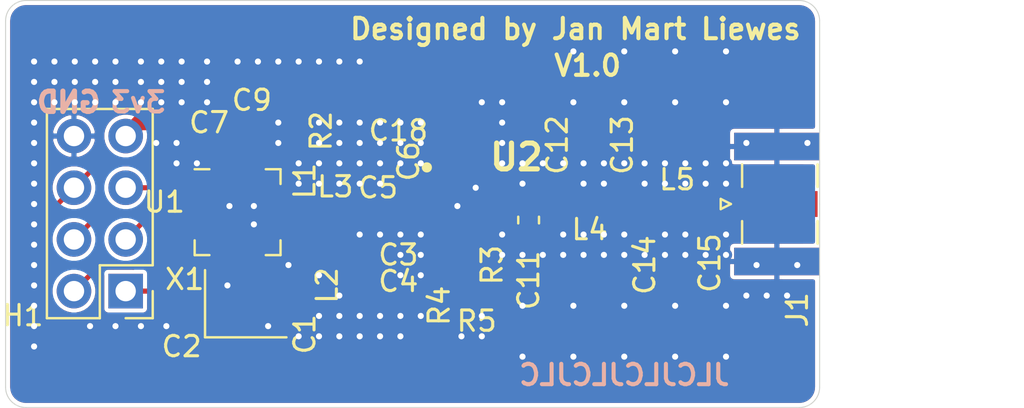
<source format=kicad_pcb>
(kicad_pcb (version 20171130) (host pcbnew "(5.1.6)-1")

  (general
    (thickness 1.6)
    (drawings 14)
    (tracks 326)
    (zones 0)
    (modules 31)
    (nets 25)
  )

  (page A4)
  (title_block
    (title "nRF24L01+ PA LNA Module")
    (date 2020-08-19)
    (rev 1)
  )

  (layers
    (0 F.Cu signal)
    (31 B.Cu signal)
    (32 B.Adhes user hide)
    (33 F.Adhes user hide)
    (34 B.Paste user hide)
    (35 F.Paste user hide)
    (36 B.SilkS user)
    (37 F.SilkS user)
    (38 B.Mask user hide)
    (39 F.Mask user hide)
    (40 Dwgs.User user hide)
    (41 Cmts.User user hide)
    (42 Eco1.User user hide)
    (43 Eco2.User user hide)
    (44 Edge.Cuts user)
    (45 Margin user hide)
    (46 B.CrtYd user hide)
    (47 F.CrtYd user hide)
    (48 B.Fab user hide)
    (49 F.Fab user hide)
  )

  (setup
    (last_trace_width 0.25)
    (user_trace_width 0.25)
    (user_trace_width 0.29337)
    (user_trace_width 0.5)
    (user_trace_width 0.75)
    (trace_clearance 0.2)
    (zone_clearance 0.2)
    (zone_45_only no)
    (trace_min 0.127)
    (via_size 0.6)
    (via_drill 0.3)
    (via_min_size 0.4)
    (via_min_drill 0.3)
    (user_via 0.6 0.3)
    (uvia_size 0.3)
    (uvia_drill 0.1)
    (uvias_allowed no)
    (uvia_min_size 0.2)
    (uvia_min_drill 0.1)
    (edge_width 0.05)
    (segment_width 0.2)
    (pcb_text_width 0.3)
    (pcb_text_size 1.5 1.5)
    (mod_edge_width 0.16)
    (mod_text_size 1 1)
    (mod_text_width 0.2)
    (pad_size 0.59 0.64)
    (pad_drill 0)
    (pad_to_mask_clearance 0.05)
    (aux_axis_origin 0 0)
    (visible_elements FFFFFF7F)
    (pcbplotparams
      (layerselection 0x010fc_ffffffff)
      (usegerberextensions false)
      (usegerberattributes true)
      (usegerberadvancedattributes true)
      (creategerberjobfile true)
      (excludeedgelayer true)
      (linewidth 0.100000)
      (plotframeref false)
      (viasonmask false)
      (mode 1)
      (useauxorigin false)
      (hpglpennumber 1)
      (hpglpenspeed 20)
      (hpglpendiameter 15.000000)
      (psnegative false)
      (psa4output false)
      (plotreference true)
      (plotvalue true)
      (plotinvisibletext false)
      (padsonsilk false)
      (subtractmaskfromsilk false)
      (outputformat 1)
      (mirror false)
      (drillshape 0)
      (scaleselection 1)
      (outputdirectory "Gerbers/"))
  )

  (net 0 "")
  (net 1 "Net-(C1-Pad2)")
  (net 2 GND)
  (net 3 "Net-(C2-Pad2)")
  (net 4 VDD_PA)
  (net 5 "Net-(C5-Pad2)")
  (net 6 "Net-(C5-Pad1)")
  (net 7 "Net-(C7-Pad1)")
  (net 8 +3V3)
  (net 9 "Net-(C11-Pad2)")
  (net 10 "Net-(C13-Pad2)")
  (net 11 "Net-(C15-Pad2)")
  (net 12 CE)
  (net 13 CSn)
  (net 14 SCLK)
  (net 15 MOSI)
  (net 16 MISO)
  (net 17 IRQ)
  (net 18 "Net-(L1-Pad2)")
  (net 19 "Net-(L1-Pad1)")
  (net 20 "Net-(R2-Pad1)")
  (net 21 "Net-(R3-Pad2)")
  (net 22 "Net-(R4-Pad2)")
  (net 23 "Net-(U2-Pad15)")
  (net 24 "Net-(U2-Pad13)")

  (net_class Default "This is the default net class."
    (clearance 0.2)
    (trace_width 0.25)
    (via_dia 0.6)
    (via_drill 0.3)
    (uvia_dia 0.3)
    (uvia_drill 0.1)
    (add_net +3V3)
    (add_net CE)
    (add_net CSn)
    (add_net GND)
    (add_net IRQ)
    (add_net MISO)
    (add_net MOSI)
    (add_net "Net-(C1-Pad2)")
    (add_net "Net-(C11-Pad2)")
    (add_net "Net-(C13-Pad2)")
    (add_net "Net-(C15-Pad2)")
    (add_net "Net-(C2-Pad2)")
    (add_net "Net-(C5-Pad1)")
    (add_net "Net-(C5-Pad2)")
    (add_net "Net-(C7-Pad1)")
    (add_net "Net-(L1-Pad1)")
    (add_net "Net-(L1-Pad2)")
    (add_net "Net-(R2-Pad1)")
    (add_net "Net-(R3-Pad2)")
    (add_net "Net-(R4-Pad2)")
    (add_net "Net-(U2-Pad13)")
    (add_net "Net-(U2-Pad15)")
    (add_net SCLK)
    (add_net VDD_PA)
  )

  (net_class "50Ohm " ""
    (clearance 0.2)
    (trace_width 0.293)
    (via_dia 0.6)
    (via_drill 0.3)
    (uvia_dia 0.3)
    (uvia_drill 0.1)
  )

  (module Resistor_SMD:R_0402_1005Metric (layer F.Cu) (tedit 5F3D192A) (tstamp 5F3DDC16)
    (at 142.735 106.5)
    (descr "Resistor SMD 0402 (1005 Metric), square (rectangular) end terminal, IPC_7351 nominal, (Body size source: http://www.tortai-tech.com/upload/download/2011102023233369053.pdf), generated with kicad-footprint-generator")
    (tags resistor)
    (attr smd)
    (fp_text reference R5 (at 0.015 1.25) (layer F.SilkS)
      (effects (font (size 1 1) (thickness 0.15)))
    )
    (fp_text value R_0402_1005Metric (at 0 1.17) (layer F.Fab)
      (effects (font (size 1 1) (thickness 0.15)))
    )
    (fp_text user %R (at 0 0) (layer F.Fab)
      (effects (font (size 0.25 0.25) (thickness 0.04)))
    )
    (fp_line (start -0.5 0.25) (end -0.5 -0.25) (layer F.Fab) (width 0.1))
    (fp_line (start -0.5 -0.25) (end 0.5 -0.25) (layer F.Fab) (width 0.1))
    (fp_line (start 0.5 -0.25) (end 0.5 0.25) (layer F.Fab) (width 0.1))
    (fp_line (start 0.5 0.25) (end -0.5 0.25) (layer F.Fab) (width 0.1))
    (fp_line (start -0.93 0.47) (end -0.93 -0.47) (layer F.CrtYd) (width 0.05))
    (fp_line (start -0.93 -0.47) (end 0.93 -0.47) (layer F.CrtYd) (width 0.05))
    (fp_line (start 0.93 -0.47) (end 0.93 0.47) (layer F.CrtYd) (width 0.05))
    (fp_line (start 0.93 0.47) (end -0.93 0.47) (layer F.CrtYd) (width 0.05))
    (pad 2 smd roundrect (at 0.485 0) (size 0.59 0.64) (layers F.Cu F.Paste F.Mask) (roundrect_rratio 0.25)
      (net 2 GND))
    (pad 1 smd roundrect (at -0.485 0) (size 0.59 0.64) (layers F.Cu F.Paste F.Mask) (roundrect_rratio 0.25)
      (net 12 CE))
    (model ${KISYS3DMOD}/Resistor_SMD.3dshapes/R_0402_1005Metric.wrl
      (at (xyz 0 0 0))
      (scale (xyz 1 1 1))
      (rotate (xyz 0 0 0))
    )
  )

  (module Connector_PinHeader_2.54mm:PinHeader_2x04_P2.54mm_Vertical (layer F.Cu) (tedit 59FED5CC) (tstamp 5F3D3ACB)
    (at 125.5 106.28 180)
    (descr "Through hole straight pin header, 2x04, 2.54mm pitch, double rows")
    (tags "Through hole pin header THT 2x04 2.54mm double row")
    (path /5F3A7B19)
    (fp_text reference H1 (at 5.05 -1.2) (layer F.SilkS)
      (effects (font (size 1 1) (thickness 0.15)))
    )
    (fp_text value Conn_02x04_Odd_Even (at 0.635 5.505) (layer F.Fab)
      (effects (font (size 1 1) (thickness 0.15)))
    )
    (fp_text user %R (at 0.635 1.905 90) (layer F.Fab)
      (effects (font (size 1 1) (thickness 0.15)))
    )
    (fp_line (start 0 -1.27) (end 3.81 -1.27) (layer F.Fab) (width 0.1))
    (fp_line (start 3.81 -1.27) (end 3.81 8.89) (layer F.Fab) (width 0.1))
    (fp_line (start 3.81 8.89) (end -1.27 8.89) (layer F.Fab) (width 0.1))
    (fp_line (start -1.27 8.89) (end -1.27 0) (layer F.Fab) (width 0.1))
    (fp_line (start -1.27 0) (end 0 -1.27) (layer F.Fab) (width 0.1))
    (fp_line (start -1.33 8.95) (end 3.87 8.95) (layer F.SilkS) (width 0.12))
    (fp_line (start -1.33 1.27) (end -1.33 8.95) (layer F.SilkS) (width 0.12))
    (fp_line (start 3.87 -1.33) (end 3.87 8.95) (layer F.SilkS) (width 0.12))
    (fp_line (start -1.33 1.27) (end 1.27 1.27) (layer F.SilkS) (width 0.12))
    (fp_line (start 1.27 1.27) (end 1.27 -1.33) (layer F.SilkS) (width 0.12))
    (fp_line (start 1.27 -1.33) (end 3.87 -1.33) (layer F.SilkS) (width 0.12))
    (fp_line (start -1.33 0) (end -1.33 -1.33) (layer F.SilkS) (width 0.12))
    (fp_line (start -1.33 -1.33) (end 0 -1.33) (layer F.SilkS) (width 0.12))
    (fp_line (start -1.8 -1.8) (end -1.8 9.4) (layer F.CrtYd) (width 0.05))
    (fp_line (start -1.8 9.4) (end 4.35 9.4) (layer F.CrtYd) (width 0.05))
    (fp_line (start 4.35 9.4) (end 4.35 -1.8) (layer F.CrtYd) (width 0.05))
    (fp_line (start 4.35 -1.8) (end -1.8 -1.8) (layer F.CrtYd) (width 0.05))
    (pad 8 thru_hole oval (at 2.54 7.62 180) (size 1.7 1.7) (drill 1) (layers *.Cu *.Mask)
      (net 2 GND))
    (pad 7 thru_hole oval (at 0 7.62 180) (size 1.7 1.7) (drill 1) (layers *.Cu *.Mask)
      (net 8 +3V3))
    (pad 6 thru_hole oval (at 2.54 5.08 180) (size 1.7 1.7) (drill 1) (layers *.Cu *.Mask)
      (net 12 CE))
    (pad 5 thru_hole oval (at 0 5.08 180) (size 1.7 1.7) (drill 1) (layers *.Cu *.Mask)
      (net 13 CSn))
    (pad 4 thru_hole oval (at 2.54 2.54 180) (size 1.7 1.7) (drill 1) (layers *.Cu *.Mask)
      (net 14 SCLK))
    (pad 3 thru_hole oval (at 0 2.54 180) (size 1.7 1.7) (drill 1) (layers *.Cu *.Mask)
      (net 15 MOSI))
    (pad 2 thru_hole oval (at 2.54 0 180) (size 1.7 1.7) (drill 1) (layers *.Cu *.Mask)
      (net 16 MISO))
    (pad 1 thru_hole rect (at 0 0 180) (size 1.7 1.7) (drill 1) (layers *.Cu *.Mask)
      (net 17 IRQ))
    (model ${KISYS3DMOD}/Connector_PinHeader_2.54mm.3dshapes/PinHeader_2x04_P2.54mm_Vertical.wrl
      (at (xyz 0 0 0))
      (scale (xyz 1 1 1))
      (rotate (xyz 0 0 0))
    )
  )

  (module Package_DFN_QFN:QFN-20-1EP_4x4mm_P0.5mm_EP2.5x2.5mm (layer F.Cu) (tedit 5F3D10D5) (tstamp 5F3D3B9F)
    (at 131 102.4)
    (descr "QFN, 20 Pin (http://ww1.microchip.com/downloads/en/PackagingSpec/00000049BQ.pdf#page=274), generated with kicad-footprint-generator ipc_noLead_generator.py")
    (tags "QFN NoLead")
    (path /5F368D6A)
    (attr smd)
    (fp_text reference U1 (at -3.6 -0.5) (layer F.SilkS)
      (effects (font (size 1 1) (thickness 0.15)))
    )
    (fp_text value nRF24L01P (at 0 3.3) (layer F.Fab)
      (effects (font (size 1 1) (thickness 0.15)))
    )
    (fp_text user %R (at -0.51 1.21) (layer F.Fab)
      (effects (font (size 1 1) (thickness 0.15)))
    )
    (fp_line (start 1.385 -2.11) (end 2.11 -2.11) (layer F.SilkS) (width 0.12))
    (fp_line (start 2.11 -2.11) (end 2.11 -1.385) (layer F.SilkS) (width 0.12))
    (fp_line (start -1.385 2.11) (end -2.11 2.11) (layer F.SilkS) (width 0.12))
    (fp_line (start -2.11 2.11) (end -2.11 1.385) (layer F.SilkS) (width 0.12))
    (fp_line (start 1.385 2.11) (end 2.11 2.11) (layer F.SilkS) (width 0.12))
    (fp_line (start 2.11 2.11) (end 2.11 1.385) (layer F.SilkS) (width 0.12))
    (fp_line (start -1.385 -2.11) (end -2.11 -2.11) (layer F.SilkS) (width 0.12))
    (fp_line (start -1 -2) (end 2 -2) (layer F.Fab) (width 0.1))
    (fp_line (start 2 -2) (end 2 2) (layer F.Fab) (width 0.1))
    (fp_line (start 2 2) (end -2 2) (layer F.Fab) (width 0.1))
    (fp_line (start -2 2) (end -2 -1) (layer F.Fab) (width 0.1))
    (fp_line (start -2 -1) (end -1 -2) (layer F.Fab) (width 0.1))
    (fp_line (start -2.6 -2.6) (end -2.6 2.6) (layer F.CrtYd) (width 0.05))
    (fp_line (start -2.6 2.6) (end 2.6 2.6) (layer F.CrtYd) (width 0.05))
    (fp_line (start 2.6 2.6) (end 2.6 -2.6) (layer F.CrtYd) (width 0.05))
    (fp_line (start 2.6 -2.6) (end -2.6 -2.6) (layer F.CrtYd) (width 0.05))
    (pad 21 smd roundrect (at 0 0) (size 1.5 1.5) (layers F.Cu F.Mask) (roundrect_rratio 0.25)
      (net 2 GND))
    (pad 20 smd roundrect (at -1 -1.9375) (size 0.25 0.825) (layers F.Cu F.Paste F.Mask) (roundrect_rratio 0.25)
      (net 2 GND))
    (pad 19 smd roundrect (at -0.5 -1.9375) (size 0.25 0.825) (layers F.Cu F.Paste F.Mask) (roundrect_rratio 0.25)
      (net 7 "Net-(C7-Pad1)"))
    (pad 18 smd roundrect (at 0 -1.9375) (size 0.25 0.825) (layers F.Cu F.Paste F.Mask) (roundrect_rratio 0.25)
      (net 8 +3V3))
    (pad 17 smd roundrect (at 0.5 -1.9375) (size 0.25 0.825) (layers F.Cu F.Paste F.Mask) (roundrect_rratio 0.25)
      (net 2 GND))
    (pad 16 smd roundrect (at 1 -1.9375) (size 0.25 0.825) (layers F.Cu F.Paste F.Mask) (roundrect_rratio 0.25)
      (net 20 "Net-(R2-Pad1)"))
    (pad 15 smd roundrect (at 1.9375 -1) (size 0.825 0.25) (layers F.Cu F.Paste F.Mask) (roundrect_rratio 0.25)
      (net 8 +3V3))
    (pad 14 smd roundrect (at 1.9375 -0.5) (size 0.825 0.25) (layers F.Cu F.Paste F.Mask) (roundrect_rratio 0.25)
      (net 2 GND))
    (pad 13 smd roundrect (at 1.9375 0) (size 0.825 0.25) (layers F.Cu F.Paste F.Mask) (roundrect_rratio 0.25)
      (net 18 "Net-(L1-Pad2)"))
    (pad 12 smd roundrect (at 1.9375 0.5) (size 0.825 0.25) (layers F.Cu F.Paste F.Mask) (roundrect_rratio 0.25)
      (net 19 "Net-(L1-Pad1)"))
    (pad 11 smd roundrect (at 1.9375 1) (size 0.825 0.25) (layers F.Cu F.Paste F.Mask) (roundrect_rratio 0.25)
      (net 4 VDD_PA))
    (pad 10 smd roundrect (at 1 1.9375) (size 0.25 0.825) (layers F.Cu F.Paste F.Mask) (roundrect_rratio 0.25)
      (net 1 "Net-(C1-Pad2)"))
    (pad 9 smd roundrect (at 0.5 1.9375) (size 0.25 0.825) (layers F.Cu F.Paste F.Mask) (roundrect_rratio 0.25)
      (net 3 "Net-(C2-Pad2)"))
    (pad 8 smd roundrect (at 0 1.9375) (size 0.25 0.825) (layers F.Cu F.Paste F.Mask) (roundrect_rratio 0.25)
      (net 2 GND))
    (pad 7 smd roundrect (at -0.5 1.9375) (size 0.25 0.825) (layers F.Cu F.Paste F.Mask) (roundrect_rratio 0.25)
      (net 8 +3V3))
    (pad 6 smd roundrect (at -1 1.9375) (size 0.25 0.825) (layers F.Cu F.Paste F.Mask) (roundrect_rratio 0.25)
      (net 17 IRQ))
    (pad 5 smd roundrect (at -1.9375 1) (size 0.825 0.25) (layers F.Cu F.Paste F.Mask) (roundrect_rratio 0.25)
      (net 16 MISO))
    (pad 4 smd roundrect (at -1.9375 0.5) (size 0.825 0.25) (layers F.Cu F.Paste F.Mask) (roundrect_rratio 0.25)
      (net 15 MOSI))
    (pad 3 smd roundrect (at -1.9375 0) (size 0.825 0.25) (layers F.Cu F.Paste F.Mask) (roundrect_rratio 0.25)
      (net 14 SCLK))
    (pad 2 smd roundrect (at -1.9375 -0.5) (size 0.825 0.25) (layers F.Cu F.Paste F.Mask) (roundrect_rratio 0.25)
      (net 13 CSn))
    (pad 1 smd roundrect (at -1.9375 -1) (size 0.825 0.25) (layers F.Cu F.Paste F.Mask) (roundrect_rratio 0.25)
      (net 12 CE))
    (model ${KISYS3DMOD}/Package_DFN_QFN.3dshapes/QFN-20-1EP_4x4mm_P0.5mm_EP2.5x2.5mm.wrl
      (at (xyz 0 0 0))
      (scale (xyz 1 1 1))
      (rotate (xyz 0 0 0))
    )
  )

  (module SamacSys_Parts:QFN50P300X300X60-17N-D (layer F.Cu) (tedit 0) (tstamp 5F3D3BBF)
    (at 142.2 101.7)
    (descr "QFN 3X3_1")
    (tags "Integrated Circuit")
    (path /5F36A433)
    (attr smd)
    (fp_text reference U2 (at 2.5 -2) (layer F.SilkS)
      (effects (font (size 1.27 1.27) (thickness 0.254)))
    )
    (fp_text value RFX2401C (at 0 0) (layer F.SilkS) hide
      (effects (font (size 1.27 1.27) (thickness 0.254)))
    )
    (fp_text user %R (at 0 0) (layer F.Fab)
      (effects (font (size 1.27 1.27) (thickness 0.254)))
    )
    (fp_line (start -2.125 -2.125) (end 2.125 -2.125) (layer F.CrtYd) (width 0.05))
    (fp_line (start 2.125 -2.125) (end 2.125 2.125) (layer F.CrtYd) (width 0.05))
    (fp_line (start 2.125 2.125) (end -2.125 2.125) (layer F.CrtYd) (width 0.05))
    (fp_line (start -2.125 2.125) (end -2.125 -2.125) (layer F.CrtYd) (width 0.05))
    (fp_line (start -1.5 -1.5) (end 1.5 -1.5) (layer F.Fab) (width 0.1))
    (fp_line (start 1.5 -1.5) (end 1.5 1.5) (layer F.Fab) (width 0.1))
    (fp_line (start 1.5 1.5) (end -1.5 1.5) (layer F.Fab) (width 0.1))
    (fp_line (start -1.5 1.5) (end -1.5 -1.5) (layer F.Fab) (width 0.1))
    (fp_line (start -1.5 -1) (end -1 -1.5) (layer F.Fab) (width 0.1))
    (fp_circle (center -1.9 -1.5) (end -1.9 -1.375) (layer F.SilkS) (width 0.25))
    (pad 17 smd rect (at 0 0) (size 1.75 1.75) (layers F.Cu F.Paste F.Mask)
      (net 2 GND))
    (pad 16 smd rect (at -0.75 -1.5) (size 0.3 0.8) (layers F.Cu F.Paste F.Mask)
      (net 8 +3V3))
    (pad 15 smd rect (at -0.25 -1.5) (size 0.3 0.8) (layers F.Cu F.Paste F.Mask)
      (net 23 "Net-(U2-Pad15)"))
    (pad 14 smd rect (at 0.25 -1.5) (size 0.3 0.8) (layers F.Cu F.Paste F.Mask)
      (net 8 +3V3))
    (pad 13 smd rect (at 0.75 -1.5) (size 0.3 0.8) (layers F.Cu F.Paste F.Mask)
      (net 24 "Net-(U2-Pad13)"))
    (pad 12 smd rect (at 1.5 -0.75 90) (size 0.3 0.8) (layers F.Cu F.Paste F.Mask)
      (net 2 GND))
    (pad 11 smd rect (at 1.5 -0.25 90) (size 0.3 0.8) (layers F.Cu F.Paste F.Mask)
      (net 2 GND))
    (pad 10 smd rect (at 1.5 0.25 90) (size 0.3 0.8) (layers F.Cu F.Paste F.Mask)
      (net 9 "Net-(C11-Pad2)"))
    (pad 9 smd rect (at 1.5 0.75 90) (size 0.3 0.8) (layers F.Cu F.Paste F.Mask)
      (net 2 GND))
    (pad 8 smd rect (at 0.75 1.5) (size 0.3 0.8) (layers F.Cu F.Paste F.Mask)
      (net 2 GND))
    (pad 7 smd rect (at 0.25 1.5) (size 0.3 0.8) (layers F.Cu F.Paste F.Mask)
      (net 2 GND))
    (pad 6 smd rect (at -0.25 1.5) (size 0.3 0.8) (layers F.Cu F.Paste F.Mask)
      (net 21 "Net-(R3-Pad2)"))
    (pad 5 smd rect (at -0.75 1.5) (size 0.3 0.8) (layers F.Cu F.Paste F.Mask)
      (net 22 "Net-(R4-Pad2)"))
    (pad 4 smd rect (at -1.5 0.75 90) (size 0.3 0.8) (layers F.Cu F.Paste F.Mask)
      (net 6 "Net-(C5-Pad1)"))
    (pad 3 smd rect (at -1.5 0.25 90) (size 0.3 0.8) (layers F.Cu F.Paste F.Mask)
      (net 2 GND))
    (pad 2 smd rect (at -1.5 -0.25 90) (size 0.3 0.8) (layers F.Cu F.Paste F.Mask)
      (net 2 GND))
    (pad 1 smd rect (at -1.5 -0.75 90) (size 0.3 0.8) (layers F.Cu F.Paste F.Mask)
      (net 2 GND))
    (model D:\Engineering\KiCadLibraries\SamacSys_Parts.3dshapes\RFX2401C.stp
      (at (xyz 0 0 0))
      (scale (xyz 1 1 1))
      (rotate (xyz 0 0 0))
    )
  )

  (module Capacitor_SMD:C_0603_1608Metric (layer F.Cu) (tedit 5B301BBE) (tstamp 5F3D3A3F)
    (at 145.3 102.7875 90)
    (descr "Capacitor SMD 0603 (1608 Metric), square (rectangular) end terminal, IPC_7351 nominal, (Body size source: http://www.tortai-tech.com/upload/download/2011102023233369053.pdf), generated with kicad-footprint-generator")
    (tags capacitor)
    (path /5F4BFEA5)
    (attr smd)
    (fp_text reference C11 (at -2.9625 0 90) (layer F.SilkS)
      (effects (font (size 1 1) (thickness 0.15)))
    )
    (fp_text value 0.3pF (at 0 1.17 90) (layer F.Fab)
      (effects (font (size 1 1) (thickness 0.15)))
    )
    (fp_text user %R (at 0 0 90) (layer F.Fab)
      (effects (font (size 0.25 0.25) (thickness 0.04)))
    )
    (fp_line (start -0.8 0.4) (end -0.8 -0.4) (layer F.Fab) (width 0.1))
    (fp_line (start -0.8 -0.4) (end 0.8 -0.4) (layer F.Fab) (width 0.1))
    (fp_line (start 0.8 -0.4) (end 0.8 0.4) (layer F.Fab) (width 0.1))
    (fp_line (start 0.8 0.4) (end -0.8 0.4) (layer F.Fab) (width 0.1))
    (fp_line (start -0.162779 -0.51) (end 0.162779 -0.51) (layer F.SilkS) (width 0.12))
    (fp_line (start -0.162779 0.51) (end 0.162779 0.51) (layer F.SilkS) (width 0.12))
    (fp_line (start -1.48 0.73) (end -1.48 -0.73) (layer F.CrtYd) (width 0.05))
    (fp_line (start -1.48 -0.73) (end 1.48 -0.73) (layer F.CrtYd) (width 0.05))
    (fp_line (start 1.48 -0.73) (end 1.48 0.73) (layer F.CrtYd) (width 0.05))
    (fp_line (start 1.48 0.73) (end -1.48 0.73) (layer F.CrtYd) (width 0.05))
    (pad 2 smd roundrect (at 0.7875 0 90) (size 0.875 0.95) (layers F.Cu F.Paste F.Mask) (roundrect_rratio 0.25)
      (net 9 "Net-(C11-Pad2)"))
    (pad 1 smd roundrect (at -0.7875 0 90) (size 0.875 0.95) (layers F.Cu F.Paste F.Mask) (roundrect_rratio 0.25)
      (net 2 GND))
    (model ${KISYS3DMOD}/Capacitor_SMD.3dshapes/C_0603_1608Metric.wrl
      (at (xyz 0 0 0))
      (scale (xyz 1 1 1))
      (rotate (xyz 0 0 0))
    )
  )

  (module Crystal:Crystal_SMD_3225-4Pin_3.2x2.5mm (layer F.Cu) (tedit 5F3CF9BA) (tstamp 5F3D3BD3)
    (at 131.4 106.9)
    (descr "SMD Crystal SERIES SMD3225/4 http://www.txccrystal.com/images/pdf/7m-accuracy.pdf, 3.2x2.5mm^2 package")
    (tags "SMD SMT crystal")
    (path /5F3B34D3)
    (attr smd)
    (fp_text reference X1 (at -3 -1.2) (layer F.SilkS)
      (effects (font (size 1 1) (thickness 0.15)))
    )
    (fp_text value 16MHz (at 0 2.45) (layer F.Fab)
      (effects (font (size 1 1) (thickness 0.15)))
    )
    (fp_text user %R (at 0 0) (layer F.Fab)
      (effects (font (size 0.7 0.7) (thickness 0.105)))
    )
    (fp_line (start -1.6 -1.25) (end -1.6 1.25) (layer F.Fab) (width 0.1))
    (fp_line (start -1.6 1.25) (end 1.6 1.25) (layer F.Fab) (width 0.1))
    (fp_line (start 1.6 1.25) (end 1.6 -1.25) (layer F.Fab) (width 0.1))
    (fp_line (start 1.6 -1.25) (end -1.6 -1.25) (layer F.Fab) (width 0.1))
    (fp_line (start -1.6 0.25) (end -0.6 1.25) (layer F.Fab) (width 0.1))
    (fp_line (start -2 -1.65) (end -2 1.65) (layer F.SilkS) (width 0.12))
    (fp_line (start -2 1.65) (end 2 1.65) (layer F.SilkS) (width 0.12))
    (fp_line (start -2.1 -1.7) (end -2.1 1.7) (layer F.CrtYd) (width 0.05))
    (fp_line (start -2.1 1.7) (end 2.1 1.7) (layer F.CrtYd) (width 0.05))
    (fp_line (start 2.1 1.7) (end 2.1 -1.7) (layer F.CrtYd) (width 0.05))
    (fp_line (start 2.1 -1.7) (end -2.1 -1.7) (layer F.CrtYd) (width 0.05))
    (pad 4 smd rect (at -1.1 -0.85) (size 1.4 1.2) (layers F.Cu F.Paste F.Mask)
      (net 2 GND))
    (pad 3 smd rect (at 1.1 -0.85) (size 1.4 1.2) (layers F.Cu F.Paste F.Mask)
      (net 1 "Net-(C1-Pad2)"))
    (pad 2 smd rect (at 1.1 0.85) (size 1.4 1.2) (layers F.Cu F.Paste F.Mask)
      (net 2 GND))
    (pad 1 smd rect (at -1.1 0.85) (size 1.4 1.2) (layers F.Cu F.Paste F.Mask)
      (net 3 "Net-(C2-Pad2)"))
    (model ${KISYS3DMOD}/Crystal.3dshapes/Crystal_SMD_3225-4Pin_3.2x2.5mm.wrl
      (at (xyz 0 0 0))
      (scale (xyz 1 1 1))
      (rotate (xyz 0 0 0))
    )
  )

  (module Resistor_SMD:R_0402_1005Metric (layer F.Cu) (tedit 5B301BBD) (tstamp 5F3D3B71)
    (at 140.9 104.985 90)
    (descr "Resistor SMD 0402 (1005 Metric), square (rectangular) end terminal, IPC_7351 nominal, (Body size source: http://www.tortai-tech.com/upload/download/2011102023233369053.pdf), generated with kicad-footprint-generator")
    (tags resistor)
    (path /5F3E1CFD)
    (attr smd)
    (fp_text reference R4 (at -2.015 0 90) (layer F.SilkS)
      (effects (font (size 1 1) (thickness 0.15)))
    )
    (fp_text value 1K (at 0 1.17 90) (layer F.Fab)
      (effects (font (size 1 1) (thickness 0.15)))
    )
    (fp_text user %R (at 0 0 90) (layer F.Fab)
      (effects (font (size 0.25 0.25) (thickness 0.04)))
    )
    (fp_line (start -0.5 0.25) (end -0.5 -0.25) (layer F.Fab) (width 0.1))
    (fp_line (start -0.5 -0.25) (end 0.5 -0.25) (layer F.Fab) (width 0.1))
    (fp_line (start 0.5 -0.25) (end 0.5 0.25) (layer F.Fab) (width 0.1))
    (fp_line (start 0.5 0.25) (end -0.5 0.25) (layer F.Fab) (width 0.1))
    (fp_line (start -0.93 0.47) (end -0.93 -0.47) (layer F.CrtYd) (width 0.05))
    (fp_line (start -0.93 -0.47) (end 0.93 -0.47) (layer F.CrtYd) (width 0.05))
    (fp_line (start 0.93 -0.47) (end 0.93 0.47) (layer F.CrtYd) (width 0.05))
    (fp_line (start 0.93 0.47) (end -0.93 0.47) (layer F.CrtYd) (width 0.05))
    (pad 2 smd roundrect (at 0.485 0 90) (size 0.59 0.64) (layers F.Cu F.Paste F.Mask) (roundrect_rratio 0.25)
      (net 22 "Net-(R4-Pad2)"))
    (pad 1 smd roundrect (at -0.485 0 90) (size 0.59 0.64) (layers F.Cu F.Paste F.Mask) (roundrect_rratio 0.25)
      (net 4 VDD_PA))
    (model ${KISYS3DMOD}/Resistor_SMD.3dshapes/R_0402_1005Metric.wrl
      (at (xyz 0 0 0))
      (scale (xyz 1 1 1))
      (rotate (xyz 0 0 0))
    )
  )

  (module Resistor_SMD:R_0402_1005Metric (layer F.Cu) (tedit 5B301BBD) (tstamp 5F3D3B62)
    (at 142.2 104.985 90)
    (descr "Resistor SMD 0402 (1005 Metric), square (rectangular) end terminal, IPC_7351 nominal, (Body size source: http://www.tortai-tech.com/upload/download/2011102023233369053.pdf), generated with kicad-footprint-generator")
    (tags resistor)
    (path /5F44984A)
    (attr smd)
    (fp_text reference R3 (at -0.015 1.3 90) (layer F.SilkS)
      (effects (font (size 1 1) (thickness 0.15)))
    )
    (fp_text value 1K (at 0 1.17 90) (layer F.Fab)
      (effects (font (size 1 1) (thickness 0.15)))
    )
    (fp_text user %R (at 0 0 90) (layer F.Fab)
      (effects (font (size 0.25 0.25) (thickness 0.04)))
    )
    (fp_line (start -0.5 0.25) (end -0.5 -0.25) (layer F.Fab) (width 0.1))
    (fp_line (start -0.5 -0.25) (end 0.5 -0.25) (layer F.Fab) (width 0.1))
    (fp_line (start 0.5 -0.25) (end 0.5 0.25) (layer F.Fab) (width 0.1))
    (fp_line (start 0.5 0.25) (end -0.5 0.25) (layer F.Fab) (width 0.1))
    (fp_line (start -0.93 0.47) (end -0.93 -0.47) (layer F.CrtYd) (width 0.05))
    (fp_line (start -0.93 -0.47) (end 0.93 -0.47) (layer F.CrtYd) (width 0.05))
    (fp_line (start 0.93 -0.47) (end 0.93 0.47) (layer F.CrtYd) (width 0.05))
    (fp_line (start 0.93 0.47) (end -0.93 0.47) (layer F.CrtYd) (width 0.05))
    (pad 2 smd roundrect (at 0.485 0 90) (size 0.59 0.64) (layers F.Cu F.Paste F.Mask) (roundrect_rratio 0.25)
      (net 21 "Net-(R3-Pad2)"))
    (pad 1 smd roundrect (at -0.485 0 90) (size 0.59 0.64) (layers F.Cu F.Paste F.Mask) (roundrect_rratio 0.25)
      (net 12 CE))
    (model ${KISYS3DMOD}/Resistor_SMD.3dshapes/R_0402_1005Metric.wrl
      (at (xyz 0 0 0))
      (scale (xyz 1 1 1))
      (rotate (xyz 0 0 0))
    )
  )

  (module Resistor_SMD:R_0402_1005Metric (layer F.Cu) (tedit 5B301BBD) (tstamp 5F3D3B53)
    (at 133.9 98.615 90)
    (descr "Resistor SMD 0402 (1005 Metric), square (rectangular) end terminal, IPC_7351 nominal, (Body size source: http://www.tortai-tech.com/upload/download/2011102023233369053.pdf), generated with kicad-footprint-generator")
    (tags resistor)
    (path /5F3D2B6B)
    (attr smd)
    (fp_text reference R2 (at 0.2 1.2 90) (layer F.SilkS)
      (effects (font (size 1 1) (thickness 0.15)))
    )
    (fp_text value 22K (at 0 1.17 90) (layer F.Fab)
      (effects (font (size 1 1) (thickness 0.15)))
    )
    (fp_text user %R (at 0 0 90) (layer F.Fab)
      (effects (font (size 0.25 0.25) (thickness 0.04)))
    )
    (fp_line (start -0.5 0.25) (end -0.5 -0.25) (layer F.Fab) (width 0.1))
    (fp_line (start -0.5 -0.25) (end 0.5 -0.25) (layer F.Fab) (width 0.1))
    (fp_line (start 0.5 -0.25) (end 0.5 0.25) (layer F.Fab) (width 0.1))
    (fp_line (start 0.5 0.25) (end -0.5 0.25) (layer F.Fab) (width 0.1))
    (fp_line (start -0.93 0.47) (end -0.93 -0.47) (layer F.CrtYd) (width 0.05))
    (fp_line (start -0.93 -0.47) (end 0.93 -0.47) (layer F.CrtYd) (width 0.05))
    (fp_line (start 0.93 -0.47) (end 0.93 0.47) (layer F.CrtYd) (width 0.05))
    (fp_line (start 0.93 0.47) (end -0.93 0.47) (layer F.CrtYd) (width 0.05))
    (pad 2 smd roundrect (at 0.485 0 90) (size 0.59 0.64) (layers F.Cu F.Paste F.Mask) (roundrect_rratio 0.25)
      (net 2 GND))
    (pad 1 smd roundrect (at -0.485 0 90) (size 0.59 0.64) (layers F.Cu F.Paste F.Mask) (roundrect_rratio 0.25)
      (net 20 "Net-(R2-Pad1)"))
    (model ${KISYS3DMOD}/Resistor_SMD.3dshapes/R_0402_1005Metric.wrl
      (at (xyz 0 0 0))
      (scale (xyz 1 1 1))
      (rotate (xyz 0 0 0))
    )
  )

  (module Inductor_SMD:L_0402_1005Metric (layer F.Cu) (tedit 5B301BBE) (tstamp 5F3D3B44)
    (at 152.615 102)
    (descr "Inductor SMD 0402 (1005 Metric), square (rectangular) end terminal, IPC_7351 nominal, (Body size source: http://www.tortai-tech.com/upload/download/2011102023233369053.pdf), generated with kicad-footprint-generator")
    (tags inductor)
    (path /5F505E08)
    (attr smd)
    (fp_text reference L5 (at -0.015 -1.2) (layer F.SilkS)
      (effects (font (size 1 1) (thickness 0.15)))
    )
    (fp_text value 2.7nH (at 0 1.17) (layer F.Fab)
      (effects (font (size 1 1) (thickness 0.15)))
    )
    (fp_text user %R (at 0 0) (layer F.Fab)
      (effects (font (size 0.25 0.25) (thickness 0.04)))
    )
    (fp_line (start -0.5 0.25) (end -0.5 -0.25) (layer F.Fab) (width 0.1))
    (fp_line (start -0.5 -0.25) (end 0.5 -0.25) (layer F.Fab) (width 0.1))
    (fp_line (start 0.5 -0.25) (end 0.5 0.25) (layer F.Fab) (width 0.1))
    (fp_line (start 0.5 0.25) (end -0.5 0.25) (layer F.Fab) (width 0.1))
    (fp_line (start -0.93 0.47) (end -0.93 -0.47) (layer F.CrtYd) (width 0.05))
    (fp_line (start -0.93 -0.47) (end 0.93 -0.47) (layer F.CrtYd) (width 0.05))
    (fp_line (start 0.93 -0.47) (end 0.93 0.47) (layer F.CrtYd) (width 0.05))
    (fp_line (start 0.93 0.47) (end -0.93 0.47) (layer F.CrtYd) (width 0.05))
    (pad 2 smd roundrect (at 0.485 0) (size 0.59 0.64) (layers F.Cu F.Paste F.Mask) (roundrect_rratio 0.25)
      (net 11 "Net-(C15-Pad2)"))
    (pad 1 smd roundrect (at -0.485 0) (size 0.59 0.64) (layers F.Cu F.Paste F.Mask) (roundrect_rratio 0.25)
      (net 10 "Net-(C13-Pad2)"))
    (model ${KISYS3DMOD}/Inductor_SMD.3dshapes/L_0402_1005Metric.wrl
      (at (xyz 0 0 0))
      (scale (xyz 1 1 1))
      (rotate (xyz 0 0 0))
    )
  )

  (module Inductor_SMD:L_0402_1005Metric (layer F.Cu) (tedit 5B301BBE) (tstamp 5F3D3B35)
    (at 148.315 102)
    (descr "Inductor SMD 0402 (1005 Metric), square (rectangular) end terminal, IPC_7351 nominal, (Body size source: http://www.tortai-tech.com/upload/download/2011102023233369053.pdf), generated with kicad-footprint-generator")
    (tags inductor)
    (path /5F4CC0A3)
    (attr smd)
    (fp_text reference L4 (at -0.015 1.25) (layer F.SilkS)
      (effects (font (size 1 1) (thickness 0.15)))
    )
    (fp_text value 2.7nH (at 0 1.17) (layer F.Fab)
      (effects (font (size 1 1) (thickness 0.15)))
    )
    (fp_text user %R (at 0 0) (layer F.Fab)
      (effects (font (size 0.25 0.25) (thickness 0.04)))
    )
    (fp_line (start -0.5 0.25) (end -0.5 -0.25) (layer F.Fab) (width 0.1))
    (fp_line (start -0.5 -0.25) (end 0.5 -0.25) (layer F.Fab) (width 0.1))
    (fp_line (start 0.5 -0.25) (end 0.5 0.25) (layer F.Fab) (width 0.1))
    (fp_line (start 0.5 0.25) (end -0.5 0.25) (layer F.Fab) (width 0.1))
    (fp_line (start -0.93 0.47) (end -0.93 -0.47) (layer F.CrtYd) (width 0.05))
    (fp_line (start -0.93 -0.47) (end 0.93 -0.47) (layer F.CrtYd) (width 0.05))
    (fp_line (start 0.93 -0.47) (end 0.93 0.47) (layer F.CrtYd) (width 0.05))
    (fp_line (start 0.93 0.47) (end -0.93 0.47) (layer F.CrtYd) (width 0.05))
    (pad 2 smd roundrect (at 0.485 0) (size 0.59 0.64) (layers F.Cu F.Paste F.Mask) (roundrect_rratio 0.25)
      (net 10 "Net-(C13-Pad2)"))
    (pad 1 smd roundrect (at -0.485 0) (size 0.59 0.64) (layers F.Cu F.Paste F.Mask) (roundrect_rratio 0.25)
      (net 9 "Net-(C11-Pad2)"))
    (model ${KISYS3DMOD}/Inductor_SMD.3dshapes/L_0402_1005Metric.wrl
      (at (xyz 0 0 0))
      (scale (xyz 1 1 1))
      (rotate (xyz 0 0 0))
    )
  )

  (module Inductor_SMD:L_0402_1005Metric (layer F.Cu) (tedit 5B301BBE) (tstamp 5F3D3B26)
    (at 135.815 102.4)
    (descr "Inductor SMD 0402 (1005 Metric), square (rectangular) end terminal, IPC_7351 nominal, (Body size source: http://www.tortai-tech.com/upload/download/2011102023233369053.pdf), generated with kicad-footprint-generator")
    (tags inductor)
    (path /5F419F10)
    (attr smd)
    (fp_text reference L3 (at -0.015 -1.25) (layer F.SilkS)
      (effects (font (size 1 1) (thickness 0.15)))
    )
    (fp_text value 3.9nH (at 0 1.17) (layer F.Fab)
      (effects (font (size 1 1) (thickness 0.15)))
    )
    (fp_text user %R (at 0 0) (layer F.Fab)
      (effects (font (size 0.25 0.25) (thickness 0.04)))
    )
    (fp_line (start -0.5 0.25) (end -0.5 -0.25) (layer F.Fab) (width 0.1))
    (fp_line (start -0.5 -0.25) (end 0.5 -0.25) (layer F.Fab) (width 0.1))
    (fp_line (start 0.5 -0.25) (end 0.5 0.25) (layer F.Fab) (width 0.1))
    (fp_line (start 0.5 0.25) (end -0.5 0.25) (layer F.Fab) (width 0.1))
    (fp_line (start -0.93 0.47) (end -0.93 -0.47) (layer F.CrtYd) (width 0.05))
    (fp_line (start -0.93 -0.47) (end 0.93 -0.47) (layer F.CrtYd) (width 0.05))
    (fp_line (start 0.93 -0.47) (end 0.93 0.47) (layer F.CrtYd) (width 0.05))
    (fp_line (start 0.93 0.47) (end -0.93 0.47) (layer F.CrtYd) (width 0.05))
    (pad 2 smd roundrect (at 0.485 0) (size 0.59 0.64) (layers F.Cu F.Paste F.Mask) (roundrect_rratio 0.25)
      (net 5 "Net-(C5-Pad2)"))
    (pad 1 smd roundrect (at -0.485 0) (size 0.59 0.64) (layers F.Cu F.Paste F.Mask) (roundrect_rratio 0.25)
      (net 18 "Net-(L1-Pad2)"))
    (model ${KISYS3DMOD}/Inductor_SMD.3dshapes/L_0402_1005Metric.wrl
      (at (xyz 0 0 0))
      (scale (xyz 1 1 1))
      (rotate (xyz 0 0 0))
    )
  )

  (module Inductor_SMD:L_0402_1005Metric (layer F.Cu) (tedit 5B301BBE) (tstamp 5F3D3B17)
    (at 135.4 104.085 270)
    (descr "Inductor SMD 0402 (1005 Metric), square (rectangular) end terminal, IPC_7351 nominal, (Body size source: http://www.tortai-tech.com/upload/download/2011102023233369053.pdf), generated with kicad-footprint-generator")
    (tags inductor)
    (path /5F3ECD72)
    (attr smd)
    (fp_text reference L2 (at 1.915 0 90) (layer F.SilkS)
      (effects (font (size 1 1) (thickness 0.15)))
    )
    (fp_text value 2.7nH (at 0 1.17 90) (layer F.Fab)
      (effects (font (size 1 1) (thickness 0.15)))
    )
    (fp_text user %R (at 0 0 90) (layer F.Fab)
      (effects (font (size 0.25 0.25) (thickness 0.04)))
    )
    (fp_line (start -0.5 0.25) (end -0.5 -0.25) (layer F.Fab) (width 0.1))
    (fp_line (start -0.5 -0.25) (end 0.5 -0.25) (layer F.Fab) (width 0.1))
    (fp_line (start 0.5 -0.25) (end 0.5 0.25) (layer F.Fab) (width 0.1))
    (fp_line (start 0.5 0.25) (end -0.5 0.25) (layer F.Fab) (width 0.1))
    (fp_line (start -0.93 0.47) (end -0.93 -0.47) (layer F.CrtYd) (width 0.05))
    (fp_line (start -0.93 -0.47) (end 0.93 -0.47) (layer F.CrtYd) (width 0.05))
    (fp_line (start 0.93 -0.47) (end 0.93 0.47) (layer F.CrtYd) (width 0.05))
    (fp_line (start 0.93 0.47) (end -0.93 0.47) (layer F.CrtYd) (width 0.05))
    (pad 2 smd roundrect (at 0.485 0 270) (size 0.59 0.64) (layers F.Cu F.Paste F.Mask) (roundrect_rratio 0.25)
      (net 4 VDD_PA))
    (pad 1 smd roundrect (at -0.485 0 270) (size 0.59 0.64) (layers F.Cu F.Paste F.Mask) (roundrect_rratio 0.25)
      (net 19 "Net-(L1-Pad1)"))
    (model ${KISYS3DMOD}/Inductor_SMD.3dshapes/L_0402_1005Metric.wrl
      (at (xyz 0 0 0))
      (scale (xyz 1 1 1))
      (rotate (xyz 0 0 0))
    )
  )

  (module Inductor_SMD:L_0402_1005Metric (layer F.Cu) (tedit 5B301BBE) (tstamp 5F3D3B08)
    (at 134.3 102.885 90)
    (descr "Inductor SMD 0402 (1005 Metric), square (rectangular) end terminal, IPC_7351 nominal, (Body size source: http://www.tortai-tech.com/upload/download/2011102023233369053.pdf), generated with kicad-footprint-generator")
    (tags inductor)
    (path /5F3E4643)
    (attr smd)
    (fp_text reference L1 (at 2.015 0 90) (layer F.SilkS)
      (effects (font (size 1 1) (thickness 0.15)))
    )
    (fp_text value 8.2nH (at 0 1.17 90) (layer F.Fab)
      (effects (font (size 1 1) (thickness 0.15)))
    )
    (fp_text user %R (at 0 0 90) (layer F.Fab)
      (effects (font (size 0.25 0.25) (thickness 0.04)))
    )
    (fp_line (start -0.5 0.25) (end -0.5 -0.25) (layer F.Fab) (width 0.1))
    (fp_line (start -0.5 -0.25) (end 0.5 -0.25) (layer F.Fab) (width 0.1))
    (fp_line (start 0.5 -0.25) (end 0.5 0.25) (layer F.Fab) (width 0.1))
    (fp_line (start 0.5 0.25) (end -0.5 0.25) (layer F.Fab) (width 0.1))
    (fp_line (start -0.93 0.47) (end -0.93 -0.47) (layer F.CrtYd) (width 0.05))
    (fp_line (start -0.93 -0.47) (end 0.93 -0.47) (layer F.CrtYd) (width 0.05))
    (fp_line (start 0.93 -0.47) (end 0.93 0.47) (layer F.CrtYd) (width 0.05))
    (fp_line (start 0.93 0.47) (end -0.93 0.47) (layer F.CrtYd) (width 0.05))
    (pad 2 smd roundrect (at 0.485 0 90) (size 0.59 0.64) (layers F.Cu F.Paste F.Mask) (roundrect_rratio 0.25)
      (net 18 "Net-(L1-Pad2)"))
    (pad 1 smd roundrect (at -0.485 0 90) (size 0.59 0.64) (layers F.Cu F.Paste F.Mask) (roundrect_rratio 0.25)
      (net 19 "Net-(L1-Pad1)"))
    (model ${KISYS3DMOD}/Inductor_SMD.3dshapes/L_0402_1005Metric.wrl
      (at (xyz 0 0 0))
      (scale (xyz 1 1 1))
      (rotate (xyz 0 0 0))
    )
  )

  (module Connector_Coaxial:SMA_Samtec_SMA-J-P-X-ST-EM1_EdgeMount (layer F.Cu) (tedit 5DAA3454) (tstamp 5F3D3AF9)
    (at 157.5 102 90)
    (descr "Connector SMA, 0Hz to 20GHz, 50Ohm, Edge Mount (http://suddendocs.samtec.com/prints/sma-j-p-x-st-em1-mkt.pdf)")
    (tags "SMA Straight Samtec Edge Mount")
    (path /5F3A6795)
    (attr smd)
    (fp_text reference J1 (at -5.2 1 90) (layer F.SilkS)
      (effects (font (size 1 1) (thickness 0.15)))
    )
    (fp_text value SMA-RP (at 0 13 90) (layer F.Fab)
      (effects (font (size 1 1) (thickness 0.15)))
    )
    (fp_text user "Board Thickness: 1.57mm" (at 0 5.5 90) (layer Cmts.User)
      (effects (font (size 1 1) (thickness 0.15)))
    )
    (fp_text user "PCB Edge" (at 0 2.6 90) (layer Dwgs.User)
      (effects (font (size 0.5 0.5) (thickness 0.1)))
    )
    (fp_text user %R (at 0 4.79 270) (layer F.Fab)
      (effects (font (size 1 1) (thickness 0.15)))
    )
    (fp_line (start -0.25 -2.76) (end 0 -2.26) (layer F.SilkS) (width 0.12))
    (fp_line (start 0.25 -2.76) (end -0.25 -2.76) (layer F.SilkS) (width 0.12))
    (fp_line (start 0 -2.26) (end 0.25 -2.76) (layer F.SilkS) (width 0.12))
    (fp_line (start 0 3.1) (end -0.64 2.1) (layer F.Fab) (width 0.1))
    (fp_line (start 0.64 2.1) (end 0 3.1) (layer F.Fab) (width 0.1))
    (fp_line (start 4 2.6) (end 4 -2.6) (layer F.CrtYd) (width 0.05))
    (fp_line (start 3.68 12.12) (end -3.68 12.12) (layer F.CrtYd) (width 0.05))
    (fp_line (start -4 2.6) (end -4 -2.6) (layer F.CrtYd) (width 0.05))
    (fp_line (start -4 -2.6) (end 4 -2.6) (layer F.CrtYd) (width 0.05))
    (fp_line (start 4 2.6) (end 4 -2.6) (layer B.CrtYd) (width 0.05))
    (fp_line (start 3.68 12.12) (end -3.68 12.12) (layer B.CrtYd) (width 0.05))
    (fp_line (start -4 2.6) (end -4 -2.6) (layer B.CrtYd) (width 0.05))
    (fp_line (start -4 -2.6) (end 4 -2.6) (layer B.CrtYd) (width 0.05))
    (fp_line (start 3.165 11.62) (end -3.165 11.62) (layer F.Fab) (width 0.1))
    (fp_line (start 3.175 -1.71) (end 3.175 11.62) (layer F.Fab) (width 0.1))
    (fp_line (start 3.175 -1.71) (end 2.365 -1.71) (layer F.Fab) (width 0.1))
    (fp_line (start 2.365 -1.71) (end 2.365 2.1) (layer F.Fab) (width 0.1))
    (fp_line (start 2.365 2.1) (end -2.365 2.1) (layer F.Fab) (width 0.1))
    (fp_line (start -2.365 2.1) (end -2.365 -1.71) (layer F.Fab) (width 0.1))
    (fp_line (start -2.365 -1.71) (end -3.175 -1.71) (layer F.Fab) (width 0.1))
    (fp_line (start -3.175 -1.71) (end -3.175 11.62) (layer F.Fab) (width 0.1))
    (fp_line (start 4.1 2.1) (end -4.1 2.1) (layer Dwgs.User) (width 0.1))
    (fp_line (start -3.68 2.6) (end -4 2.6) (layer F.CrtYd) (width 0.05))
    (fp_line (start -3.68 12.12) (end -3.68 2.6) (layer F.CrtYd) (width 0.05))
    (fp_line (start 3.68 2.6) (end 4 2.6) (layer F.CrtYd) (width 0.05))
    (fp_line (start 3.68 2.6) (end 3.68 12.12) (layer F.CrtYd) (width 0.05))
    (fp_line (start -3.68 2.6) (end -4 2.6) (layer B.CrtYd) (width 0.05))
    (fp_line (start -3.68 12.12) (end -3.68 2.6) (layer B.CrtYd) (width 0.05))
    (fp_line (start 4 2.6) (end 3.68 2.6) (layer B.CrtYd) (width 0.05))
    (fp_line (start 3.68 2.6) (end 3.68 12.12) (layer B.CrtYd) (width 0.05))
    (fp_line (start -1.95 2) (end -0.84 2) (layer F.SilkS) (width 0.12))
    (fp_line (start 0.84 2) (end 1.95 2) (layer F.SilkS) (width 0.12))
    (fp_line (start -1.95 -1.71) (end -0.84 -1.71) (layer F.SilkS) (width 0.12))
    (fp_line (start 0.84 -1.71) (end 1.95 -1.71) (layer F.SilkS) (width 0.12))
    (pad 1 smd rect (at 0 0.2 90) (size 1.27 3.6) (layers F.Cu F.Paste F.Mask)
      (net 11 "Net-(C15-Pad2)"))
    (pad 2 smd rect (at 2.825 0 90) (size 1.35 4.2) (layers F.Cu F.Paste F.Mask)
      (net 2 GND))
    (pad 2 smd rect (at -2.825 0 90) (size 1.35 4.2) (layers F.Cu F.Paste F.Mask)
      (net 2 GND))
    (pad 2 smd rect (at 2.825 0 90) (size 1.35 4.2) (layers B.Cu B.Paste B.Mask)
      (net 2 GND))
    (pad 2 smd rect (at -2.825 0 90) (size 1.35 4.2) (layers B.Cu B.Paste B.Mask)
      (net 2 GND))
    (model ${KISYS3DMOD}/Connector_Coaxial.3dshapes/SMA_Samtec_SMA-J-P-X-ST-EM1_EdgeMount.wrl
      (at (xyz 0 0 0))
      (scale (xyz 1 1 1))
      (rotate (xyz 0 0 0))
    )
  )

  (module Capacitor_SMD:C_0402_1005Metric (layer F.Cu) (tedit 5B301BBE) (tstamp 5F3D3AA8)
    (at 141.385 98.8)
    (descr "Capacitor SMD 0402 (1005 Metric), square (rectangular) end terminal, IPC_7351 nominal, (Body size source: http://www.tortai-tech.com/upload/download/2011102023233369053.pdf), generated with kicad-footprint-generator")
    (tags capacitor)
    (path /5F494D13)
    (attr smd)
    (fp_text reference C18 (at -2.485 -0.4) (layer F.SilkS)
      (effects (font (size 1 1) (thickness 0.15)))
    )
    (fp_text value 1uF (at 0 1.17) (layer F.Fab)
      (effects (font (size 1 1) (thickness 0.15)))
    )
    (fp_text user %R (at 0 0) (layer F.Fab)
      (effects (font (size 0.25 0.25) (thickness 0.04)))
    )
    (fp_line (start -0.5 0.25) (end -0.5 -0.25) (layer F.Fab) (width 0.1))
    (fp_line (start -0.5 -0.25) (end 0.5 -0.25) (layer F.Fab) (width 0.1))
    (fp_line (start 0.5 -0.25) (end 0.5 0.25) (layer F.Fab) (width 0.1))
    (fp_line (start 0.5 0.25) (end -0.5 0.25) (layer F.Fab) (width 0.1))
    (fp_line (start -0.93 0.47) (end -0.93 -0.47) (layer F.CrtYd) (width 0.05))
    (fp_line (start -0.93 -0.47) (end 0.93 -0.47) (layer F.CrtYd) (width 0.05))
    (fp_line (start 0.93 -0.47) (end 0.93 0.47) (layer F.CrtYd) (width 0.05))
    (fp_line (start 0.93 0.47) (end -0.93 0.47) (layer F.CrtYd) (width 0.05))
    (pad 2 smd roundrect (at 0.485 0) (size 0.59 0.64) (layers F.Cu F.Paste F.Mask) (roundrect_rratio 0.25)
      (net 8 +3V3))
    (pad 1 smd roundrect (at -0.485 0) (size 0.59 0.64) (layers F.Cu F.Paste F.Mask) (roundrect_rratio 0.25)
      (net 2 GND))
    (model ${KISYS3DMOD}/Capacitor_SMD.3dshapes/C_0402_1005Metric.wrl
      (at (xyz 0 0 0))
      (scale (xyz 1 1 1))
      (rotate (xyz 0 0 0))
    )
  )

  (module Capacitor_SMD:C_0402_1005Metric (layer F.Cu) (tedit 5B301BBE) (tstamp 5F3D3A99)
    (at 141.415 97.7)
    (descr "Capacitor SMD 0402 (1005 Metric), square (rectangular) end terminal, IPC_7351 nominal, (Body size source: http://www.tortai-tech.com/upload/download/2011102023233369053.pdf), generated with kicad-footprint-generator")
    (tags capacitor)
    (path /5F4925C7)
    (attr smd)
    (fp_text reference C17 (at -0.315 -0.9) (layer F.SilkS) hide
      (effects (font (size 1 1) (thickness 0.15)))
    )
    (fp_text value 10nF (at 0 1.17) (layer F.Fab)
      (effects (font (size 1 1) (thickness 0.15)))
    )
    (fp_text user %R (at 0 0) (layer F.Fab)
      (effects (font (size 0.25 0.25) (thickness 0.04)))
    )
    (fp_line (start -0.5 0.25) (end -0.5 -0.25) (layer F.Fab) (width 0.1))
    (fp_line (start -0.5 -0.25) (end 0.5 -0.25) (layer F.Fab) (width 0.1))
    (fp_line (start 0.5 -0.25) (end 0.5 0.25) (layer F.Fab) (width 0.1))
    (fp_line (start 0.5 0.25) (end -0.5 0.25) (layer F.Fab) (width 0.1))
    (fp_line (start -0.93 0.47) (end -0.93 -0.47) (layer F.CrtYd) (width 0.05))
    (fp_line (start -0.93 -0.47) (end 0.93 -0.47) (layer F.CrtYd) (width 0.05))
    (fp_line (start 0.93 -0.47) (end 0.93 0.47) (layer F.CrtYd) (width 0.05))
    (fp_line (start 0.93 0.47) (end -0.93 0.47) (layer F.CrtYd) (width 0.05))
    (pad 2 smd roundrect (at 0.485 0) (size 0.59 0.64) (layers F.Cu F.Paste F.Mask) (roundrect_rratio 0.25)
      (net 8 +3V3))
    (pad 1 smd roundrect (at -0.485 0) (size 0.59 0.64) (layers F.Cu F.Paste F.Mask) (roundrect_rratio 0.25)
      (net 2 GND))
    (model ${KISYS3DMOD}/Capacitor_SMD.3dshapes/C_0402_1005Metric.wrl
      (at (xyz 0 0 0))
      (scale (xyz 1 1 1))
      (rotate (xyz 0 0 0))
    )
  )

  (module Capacitor_SMD:C_0402_1005Metric (layer F.Cu) (tedit 5B301BBE) (tstamp 5F3D3A8A)
    (at 143 98.315 270)
    (descr "Capacitor SMD 0402 (1005 Metric), square (rectangular) end terminal, IPC_7351 nominal, (Body size source: http://www.tortai-tech.com/upload/download/2011102023233369053.pdf), generated with kicad-footprint-generator")
    (tags capacitor)
    (path /5F48FD25)
    (attr smd)
    (fp_text reference C16 (at -2.315 -0.5 90) (layer F.SilkS) hide
      (effects (font (size 1 1) (thickness 0.15)))
    )
    (fp_text value 220pF (at 0 1.17 90) (layer F.Fab)
      (effects (font (size 1 1) (thickness 0.15)))
    )
    (fp_text user %R (at 0 0 90) (layer F.Fab)
      (effects (font (size 0.25 0.25) (thickness 0.04)))
    )
    (fp_line (start -0.5 0.25) (end -0.5 -0.25) (layer F.Fab) (width 0.1))
    (fp_line (start -0.5 -0.25) (end 0.5 -0.25) (layer F.Fab) (width 0.1))
    (fp_line (start 0.5 -0.25) (end 0.5 0.25) (layer F.Fab) (width 0.1))
    (fp_line (start 0.5 0.25) (end -0.5 0.25) (layer F.Fab) (width 0.1))
    (fp_line (start -0.93 0.47) (end -0.93 -0.47) (layer F.CrtYd) (width 0.05))
    (fp_line (start -0.93 -0.47) (end 0.93 -0.47) (layer F.CrtYd) (width 0.05))
    (fp_line (start 0.93 -0.47) (end 0.93 0.47) (layer F.CrtYd) (width 0.05))
    (fp_line (start 0.93 0.47) (end -0.93 0.47) (layer F.CrtYd) (width 0.05))
    (pad 2 smd roundrect (at 0.485 0 270) (size 0.59 0.64) (layers F.Cu F.Paste F.Mask) (roundrect_rratio 0.25)
      (net 8 +3V3))
    (pad 1 smd roundrect (at -0.485 0 270) (size 0.59 0.64) (layers F.Cu F.Paste F.Mask) (roundrect_rratio 0.25)
      (net 2 GND))
    (model ${KISYS3DMOD}/Capacitor_SMD.3dshapes/C_0402_1005Metric.wrl
      (at (xyz 0 0 0))
      (scale (xyz 1 1 1))
      (rotate (xyz 0 0 0))
    )
  )

  (module Capacitor_SMD:C_0402_1005Metric (layer F.Cu) (tedit 5B301BBE) (tstamp 5F3D3A7B)
    (at 154.2 102.485 90)
    (descr "Capacitor SMD 0402 (1005 Metric), square (rectangular) end terminal, IPC_7351 nominal, (Body size source: http://www.tortai-tech.com/upload/download/2011102023233369053.pdf), generated with kicad-footprint-generator")
    (tags capacitor)
    (path /5F4FA1F3)
    (attr smd)
    (fp_text reference C15 (at -2.415 0 90) (layer F.SilkS)
      (effects (font (size 1 1) (thickness 0.15)))
    )
    (fp_text value 1pF (at 0 1.17 90) (layer F.Fab)
      (effects (font (size 1 1) (thickness 0.15)))
    )
    (fp_text user %R (at 0 0 90) (layer F.Fab)
      (effects (font (size 0.25 0.25) (thickness 0.04)))
    )
    (fp_line (start -0.5 0.25) (end -0.5 -0.25) (layer F.Fab) (width 0.1))
    (fp_line (start -0.5 -0.25) (end 0.5 -0.25) (layer F.Fab) (width 0.1))
    (fp_line (start 0.5 -0.25) (end 0.5 0.25) (layer F.Fab) (width 0.1))
    (fp_line (start 0.5 0.25) (end -0.5 0.25) (layer F.Fab) (width 0.1))
    (fp_line (start -0.93 0.47) (end -0.93 -0.47) (layer F.CrtYd) (width 0.05))
    (fp_line (start -0.93 -0.47) (end 0.93 -0.47) (layer F.CrtYd) (width 0.05))
    (fp_line (start 0.93 -0.47) (end 0.93 0.47) (layer F.CrtYd) (width 0.05))
    (fp_line (start 0.93 0.47) (end -0.93 0.47) (layer F.CrtYd) (width 0.05))
    (pad 2 smd roundrect (at 0.485 0 90) (size 0.59 0.64) (layers F.Cu F.Paste F.Mask) (roundrect_rratio 0.25)
      (net 11 "Net-(C15-Pad2)"))
    (pad 1 smd roundrect (at -0.485 0 90) (size 0.59 0.64) (layers F.Cu F.Paste F.Mask) (roundrect_rratio 0.25)
      (net 2 GND))
    (model ${KISYS3DMOD}/Capacitor_SMD.3dshapes/C_0402_1005Metric.wrl
      (at (xyz 0 0 0))
      (scale (xyz 1 1 1))
      (rotate (xyz 0 0 0))
    )
  )

  (module Capacitor_SMD:C_0402_1005Metric (layer F.Cu) (tedit 5B301BBE) (tstamp 5F3D3A6C)
    (at 151 102.485 90)
    (descr "Capacitor SMD 0402 (1005 Metric), square (rectangular) end terminal, IPC_7351 nominal, (Body size source: http://www.tortai-tech.com/upload/download/2011102023233369053.pdf), generated with kicad-footprint-generator")
    (tags capacitor)
    (path /5F4F72DF)
    (attr smd)
    (fp_text reference C14 (at -2.515 0 90) (layer F.SilkS)
      (effects (font (size 1 1) (thickness 0.15)))
    )
    (fp_text value 1pF (at 0 1.17 90) (layer F.Fab)
      (effects (font (size 1 1) (thickness 0.15)))
    )
    (fp_text user %R (at 0 0 90) (layer F.Fab)
      (effects (font (size 0.25 0.25) (thickness 0.04)))
    )
    (fp_line (start -0.5 0.25) (end -0.5 -0.25) (layer F.Fab) (width 0.1))
    (fp_line (start -0.5 -0.25) (end 0.5 -0.25) (layer F.Fab) (width 0.1))
    (fp_line (start 0.5 -0.25) (end 0.5 0.25) (layer F.Fab) (width 0.1))
    (fp_line (start 0.5 0.25) (end -0.5 0.25) (layer F.Fab) (width 0.1))
    (fp_line (start -0.93 0.47) (end -0.93 -0.47) (layer F.CrtYd) (width 0.05))
    (fp_line (start -0.93 -0.47) (end 0.93 -0.47) (layer F.CrtYd) (width 0.05))
    (fp_line (start 0.93 -0.47) (end 0.93 0.47) (layer F.CrtYd) (width 0.05))
    (fp_line (start 0.93 0.47) (end -0.93 0.47) (layer F.CrtYd) (width 0.05))
    (pad 2 smd roundrect (at 0.485 0 90) (size 0.59 0.64) (layers F.Cu F.Paste F.Mask) (roundrect_rratio 0.25)
      (net 10 "Net-(C13-Pad2)"))
    (pad 1 smd roundrect (at -0.485 0 90) (size 0.59 0.64) (layers F.Cu F.Paste F.Mask) (roundrect_rratio 0.25)
      (net 2 GND))
    (model ${KISYS3DMOD}/Capacitor_SMD.3dshapes/C_0402_1005Metric.wrl
      (at (xyz 0 0 0))
      (scale (xyz 1 1 1))
      (rotate (xyz 0 0 0))
    )
  )

  (module Capacitor_SMD:C_0402_1005Metric (layer F.Cu) (tedit 5B301BBE) (tstamp 5F3D4359)
    (at 149.9 101.515 270)
    (descr "Capacitor SMD 0402 (1005 Metric), square (rectangular) end terminal, IPC_7351 nominal, (Body size source: http://www.tortai-tech.com/upload/download/2011102023233369053.pdf), generated with kicad-footprint-generator")
    (tags capacitor)
    (path /5F4F44FD)
    (attr smd)
    (fp_text reference C13 (at -2.415 0 90) (layer F.SilkS)
      (effects (font (size 1 1) (thickness 0.15)))
    )
    (fp_text value 1pF (at 0 1.17 90) (layer F.Fab)
      (effects (font (size 1 1) (thickness 0.15)))
    )
    (fp_text user %R (at 0 0 90) (layer F.Fab)
      (effects (font (size 0.25 0.25) (thickness 0.04)))
    )
    (fp_line (start -0.5 0.25) (end -0.5 -0.25) (layer F.Fab) (width 0.1))
    (fp_line (start -0.5 -0.25) (end 0.5 -0.25) (layer F.Fab) (width 0.1))
    (fp_line (start 0.5 -0.25) (end 0.5 0.25) (layer F.Fab) (width 0.1))
    (fp_line (start 0.5 0.25) (end -0.5 0.25) (layer F.Fab) (width 0.1))
    (fp_line (start -0.93 0.47) (end -0.93 -0.47) (layer F.CrtYd) (width 0.05))
    (fp_line (start -0.93 -0.47) (end 0.93 -0.47) (layer F.CrtYd) (width 0.05))
    (fp_line (start 0.93 -0.47) (end 0.93 0.47) (layer F.CrtYd) (width 0.05))
    (fp_line (start 0.93 0.47) (end -0.93 0.47) (layer F.CrtYd) (width 0.05))
    (pad 2 smd roundrect (at 0.485 0 270) (size 0.59 0.64) (layers F.Cu F.Paste F.Mask) (roundrect_rratio 0.25)
      (net 10 "Net-(C13-Pad2)"))
    (pad 1 smd roundrect (at -0.485 0 270) (size 0.59 0.64) (layers F.Cu F.Paste F.Mask) (roundrect_rratio 0.25)
      (net 2 GND))
    (model ${KISYS3DMOD}/Capacitor_SMD.3dshapes/C_0402_1005Metric.wrl
      (at (xyz 0 0 0))
      (scale (xyz 1 1 1))
      (rotate (xyz 0 0 0))
    )
  )

  (module Capacitor_SMD:C_0402_1005Metric (layer F.Cu) (tedit 5B301BBE) (tstamp 5F3D3A4E)
    (at 146.7 101.5 270)
    (descr "Capacitor SMD 0402 (1005 Metric), square (rectangular) end terminal, IPC_7351 nominal, (Body size source: http://www.tortai-tech.com/upload/download/2011102023233369053.pdf), generated with kicad-footprint-generator")
    (tags capacitor)
    (path /5F4C2D4E)
    (attr smd)
    (fp_text reference C12 (at -2.4 0 90) (layer F.SilkS)
      (effects (font (size 1 1) (thickness 0.15)))
    )
    (fp_text value 1pF (at 0 1.17 90) (layer F.Fab)
      (effects (font (size 1 1) (thickness 0.15)))
    )
    (fp_text user %R (at 0 0 90) (layer F.Fab)
      (effects (font (size 0.25 0.25) (thickness 0.04)))
    )
    (fp_line (start -0.5 0.25) (end -0.5 -0.25) (layer F.Fab) (width 0.1))
    (fp_line (start -0.5 -0.25) (end 0.5 -0.25) (layer F.Fab) (width 0.1))
    (fp_line (start 0.5 -0.25) (end 0.5 0.25) (layer F.Fab) (width 0.1))
    (fp_line (start 0.5 0.25) (end -0.5 0.25) (layer F.Fab) (width 0.1))
    (fp_line (start -0.93 0.47) (end -0.93 -0.47) (layer F.CrtYd) (width 0.05))
    (fp_line (start -0.93 -0.47) (end 0.93 -0.47) (layer F.CrtYd) (width 0.05))
    (fp_line (start 0.93 -0.47) (end 0.93 0.47) (layer F.CrtYd) (width 0.05))
    (fp_line (start 0.93 0.47) (end -0.93 0.47) (layer F.CrtYd) (width 0.05))
    (pad 2 smd roundrect (at 0.485 0 270) (size 0.59 0.64) (layers F.Cu F.Paste F.Mask) (roundrect_rratio 0.25)
      (net 9 "Net-(C11-Pad2)"))
    (pad 1 smd roundrect (at -0.485 0 270) (size 0.59 0.64) (layers F.Cu F.Paste F.Mask) (roundrect_rratio 0.25)
      (net 2 GND))
    (model ${KISYS3DMOD}/Capacitor_SMD.3dshapes/C_0402_1005Metric.wrl
      (at (xyz 0 0 0))
      (scale (xyz 1 1 1))
      (rotate (xyz 0 0 0))
    )
  )

  (module Capacitor_SMD:C_0402_1005Metric (layer F.Cu) (tedit 5B301BBE) (tstamp 5F3D39AD)
    (at 131.685 98)
    (descr "Capacitor SMD 0402 (1005 Metric), square (rectangular) end terminal, IPC_7351 nominal, (Body size source: http://www.tortai-tech.com/upload/download/2011102023233369053.pdf), generated with kicad-footprint-generator")
    (tags capacitor)
    (path /5F3C8FDB)
    (attr smd)
    (fp_text reference C9 (at 0.015 -1.1) (layer F.SilkS)
      (effects (font (size 1 1) (thickness 0.15)))
    )
    (fp_text value 10nF (at 0 1.17) (layer F.Fab)
      (effects (font (size 1 1) (thickness 0.15)))
    )
    (fp_text user %R (at 0 0) (layer F.Fab)
      (effects (font (size 0.25 0.25) (thickness 0.04)))
    )
    (fp_line (start -0.5 0.25) (end -0.5 -0.25) (layer F.Fab) (width 0.1))
    (fp_line (start -0.5 -0.25) (end 0.5 -0.25) (layer F.Fab) (width 0.1))
    (fp_line (start 0.5 -0.25) (end 0.5 0.25) (layer F.Fab) (width 0.1))
    (fp_line (start 0.5 0.25) (end -0.5 0.25) (layer F.Fab) (width 0.1))
    (fp_line (start -0.93 0.47) (end -0.93 -0.47) (layer F.CrtYd) (width 0.05))
    (fp_line (start -0.93 -0.47) (end 0.93 -0.47) (layer F.CrtYd) (width 0.05))
    (fp_line (start 0.93 -0.47) (end 0.93 0.47) (layer F.CrtYd) (width 0.05))
    (fp_line (start 0.93 0.47) (end -0.93 0.47) (layer F.CrtYd) (width 0.05))
    (pad 2 smd roundrect (at 0.485 0) (size 0.59 0.64) (layers F.Cu F.Paste F.Mask) (roundrect_rratio 0.25)
      (net 2 GND))
    (pad 1 smd roundrect (at -0.485 0) (size 0.59 0.64) (layers F.Cu F.Paste F.Mask) (roundrect_rratio 0.25)
      (net 8 +3V3))
    (model ${KISYS3DMOD}/Capacitor_SMD.3dshapes/C_0402_1005Metric.wrl
      (at (xyz 0 0 0))
      (scale (xyz 1 1 1))
      (rotate (xyz 0 0 0))
    )
  )

  (module Capacitor_SMD:C_0402_1005Metric (layer F.Cu) (tedit 5B301BBE) (tstamp 5F3D399E)
    (at 131.7 99.1)
    (descr "Capacitor SMD 0402 (1005 Metric), square (rectangular) end terminal, IPC_7351 nominal, (Body size source: http://www.tortai-tech.com/upload/download/2011102023233369053.pdf), generated with kicad-footprint-generator")
    (tags capacitor)
    (path /5F3C72EA)
    (attr smd)
    (fp_text reference C8 (at 2.315 -1.8) (layer F.SilkS) hide
      (effects (font (size 1 1) (thickness 0.15)))
    )
    (fp_text value 1nF (at 0 1.17) (layer F.Fab)
      (effects (font (size 1 1) (thickness 0.15)))
    )
    (fp_text user %R (at 0 0) (layer F.Fab)
      (effects (font (size 0.25 0.25) (thickness 0.04)))
    )
    (fp_line (start -0.5 0.25) (end -0.5 -0.25) (layer F.Fab) (width 0.1))
    (fp_line (start -0.5 -0.25) (end 0.5 -0.25) (layer F.Fab) (width 0.1))
    (fp_line (start 0.5 -0.25) (end 0.5 0.25) (layer F.Fab) (width 0.1))
    (fp_line (start 0.5 0.25) (end -0.5 0.25) (layer F.Fab) (width 0.1))
    (fp_line (start -0.93 0.47) (end -0.93 -0.47) (layer F.CrtYd) (width 0.05))
    (fp_line (start -0.93 -0.47) (end 0.93 -0.47) (layer F.CrtYd) (width 0.05))
    (fp_line (start 0.93 -0.47) (end 0.93 0.47) (layer F.CrtYd) (width 0.05))
    (fp_line (start 0.93 0.47) (end -0.93 0.47) (layer F.CrtYd) (width 0.05))
    (pad 2 smd roundrect (at 0.485 0) (size 0.59 0.64) (layers F.Cu F.Paste F.Mask) (roundrect_rratio 0.25)
      (net 2 GND))
    (pad 1 smd roundrect (at -0.485 0) (size 0.59 0.64) (layers F.Cu F.Paste F.Mask) (roundrect_rratio 0.25)
      (net 8 +3V3))
    (model ${KISYS3DMOD}/Capacitor_SMD.3dshapes/C_0402_1005Metric.wrl
      (at (xyz 0 0 0))
      (scale (xyz 1 1 1))
      (rotate (xyz 0 0 0))
    )
  )

  (module Capacitor_SMD:C_0402_1005Metric (layer F.Cu) (tedit 5B301BBE) (tstamp 5F3D398F)
    (at 129.685 99.1 180)
    (descr "Capacitor SMD 0402 (1005 Metric), square (rectangular) end terminal, IPC_7351 nominal, (Body size source: http://www.tortai-tech.com/upload/download/2011102023233369053.pdf), generated with kicad-footprint-generator")
    (tags capacitor)
    (path /5F3D5E30)
    (attr smd)
    (fp_text reference C7 (at 0.085 1.1) (layer F.SilkS)
      (effects (font (size 1 1) (thickness 0.15)))
    )
    (fp_text value 33nF (at 0 1.17) (layer F.Fab)
      (effects (font (size 1 1) (thickness 0.15)))
    )
    (fp_text user %R (at 0 0) (layer F.Fab)
      (effects (font (size 0.25 0.25) (thickness 0.04)))
    )
    (fp_line (start -0.5 0.25) (end -0.5 -0.25) (layer F.Fab) (width 0.1))
    (fp_line (start -0.5 -0.25) (end 0.5 -0.25) (layer F.Fab) (width 0.1))
    (fp_line (start 0.5 -0.25) (end 0.5 0.25) (layer F.Fab) (width 0.1))
    (fp_line (start 0.5 0.25) (end -0.5 0.25) (layer F.Fab) (width 0.1))
    (fp_line (start -0.93 0.47) (end -0.93 -0.47) (layer F.CrtYd) (width 0.05))
    (fp_line (start -0.93 -0.47) (end 0.93 -0.47) (layer F.CrtYd) (width 0.05))
    (fp_line (start 0.93 -0.47) (end 0.93 0.47) (layer F.CrtYd) (width 0.05))
    (fp_line (start 0.93 0.47) (end -0.93 0.47) (layer F.CrtYd) (width 0.05))
    (pad 2 smd roundrect (at 0.485 0 180) (size 0.59 0.64) (layers F.Cu F.Paste F.Mask) (roundrect_rratio 0.25)
      (net 2 GND))
    (pad 1 smd roundrect (at -0.485 0 180) (size 0.59 0.64) (layers F.Cu F.Paste F.Mask) (roundrect_rratio 0.25)
      (net 7 "Net-(C7-Pad1)"))
    (model ${KISYS3DMOD}/Capacitor_SMD.3dshapes/C_0402_1005Metric.wrl
      (at (xyz 0 0 0))
      (scale (xyz 1 1 1))
      (rotate (xyz 0 0 0))
    )
  )

  (module Capacitor_SMD:C_0402_1005Metric (layer F.Cu) (tedit 5B301BBE) (tstamp 5F3D46B7)
    (at 139.4 101.9 270)
    (descr "Capacitor SMD 0402 (1005 Metric), square (rectangular) end terminal, IPC_7351 nominal, (Body size source: http://www.tortai-tech.com/upload/download/2011102023233369053.pdf), generated with kicad-footprint-generator")
    (tags capacitor)
    (path /5F41DD47)
    (attr smd)
    (fp_text reference C6 (at -2 0 90) (layer F.SilkS)
      (effects (font (size 1 1) (thickness 0.15)))
    )
    (fp_text value 1.0pF (at 0 1.17 90) (layer F.Fab)
      (effects (font (size 1 1) (thickness 0.15)))
    )
    (fp_text user %R (at 0 0 90) (layer F.Fab)
      (effects (font (size 0.25 0.25) (thickness 0.04)))
    )
    (fp_line (start -0.5 0.25) (end -0.5 -0.25) (layer F.Fab) (width 0.1))
    (fp_line (start -0.5 -0.25) (end 0.5 -0.25) (layer F.Fab) (width 0.1))
    (fp_line (start 0.5 -0.25) (end 0.5 0.25) (layer F.Fab) (width 0.1))
    (fp_line (start 0.5 0.25) (end -0.5 0.25) (layer F.Fab) (width 0.1))
    (fp_line (start -0.93 0.47) (end -0.93 -0.47) (layer F.CrtYd) (width 0.05))
    (fp_line (start -0.93 -0.47) (end 0.93 -0.47) (layer F.CrtYd) (width 0.05))
    (fp_line (start 0.93 -0.47) (end 0.93 0.47) (layer F.CrtYd) (width 0.05))
    (fp_line (start 0.93 0.47) (end -0.93 0.47) (layer F.CrtYd) (width 0.05))
    (pad 2 smd roundrect (at 0.485 0 270) (size 0.59 0.64) (layers F.Cu F.Paste F.Mask) (roundrect_rratio 0.25)
      (net 6 "Net-(C5-Pad1)"))
    (pad 1 smd roundrect (at -0.485 0 270) (size 0.59 0.64) (layers F.Cu F.Paste F.Mask) (roundrect_rratio 0.25)
      (net 2 GND))
    (model ${KISYS3DMOD}/Capacitor_SMD.3dshapes/C_0402_1005Metric.wrl
      (at (xyz 0 0 0))
      (scale (xyz 1 1 1))
      (rotate (xyz 0 0 0))
    )
  )

  (module Capacitor_SMD:C_0402_1005Metric (layer F.Cu) (tedit 5B301BBE) (tstamp 5F3D3971)
    (at 137.815 102.4 180)
    (descr "Capacitor SMD 0402 (1005 Metric), square (rectangular) end terminal, IPC_7351 nominal, (Body size source: http://www.tortai-tech.com/upload/download/2011102023233369053.pdf), generated with kicad-footprint-generator")
    (tags capacitor)
    (path /5F41F548)
    (attr smd)
    (fp_text reference C5 (at -0.085 1.2) (layer F.SilkS)
      (effects (font (size 1 1) (thickness 0.15)))
    )
    (fp_text value 1.5pF (at 0 1.17) (layer F.Fab)
      (effects (font (size 1 1) (thickness 0.15)))
    )
    (fp_text user %R (at 0 0) (layer F.Fab)
      (effects (font (size 0.25 0.25) (thickness 0.04)))
    )
    (fp_line (start -0.5 0.25) (end -0.5 -0.25) (layer F.Fab) (width 0.1))
    (fp_line (start -0.5 -0.25) (end 0.5 -0.25) (layer F.Fab) (width 0.1))
    (fp_line (start 0.5 -0.25) (end 0.5 0.25) (layer F.Fab) (width 0.1))
    (fp_line (start 0.5 0.25) (end -0.5 0.25) (layer F.Fab) (width 0.1))
    (fp_line (start -0.93 0.47) (end -0.93 -0.47) (layer F.CrtYd) (width 0.05))
    (fp_line (start -0.93 -0.47) (end 0.93 -0.47) (layer F.CrtYd) (width 0.05))
    (fp_line (start 0.93 -0.47) (end 0.93 0.47) (layer F.CrtYd) (width 0.05))
    (fp_line (start 0.93 0.47) (end -0.93 0.47) (layer F.CrtYd) (width 0.05))
    (pad 2 smd roundrect (at 0.485 0 180) (size 0.59 0.64) (layers F.Cu F.Paste F.Mask) (roundrect_rratio 0.25)
      (net 5 "Net-(C5-Pad2)"))
    (pad 1 smd roundrect (at -0.485 0 180) (size 0.59 0.64) (layers F.Cu F.Paste F.Mask) (roundrect_rratio 0.25)
      (net 6 "Net-(C5-Pad1)"))
    (model ${KISYS3DMOD}/Capacitor_SMD.3dshapes/C_0402_1005Metric.wrl
      (at (xyz 0 0 0))
      (scale (xyz 1 1 1))
      (rotate (xyz 0 0 0))
    )
  )

  (module Capacitor_SMD:C_0402_1005Metric (layer F.Cu) (tedit 5B301BBE) (tstamp 5F3D3962)
    (at 137 105.7 180)
    (descr "Capacitor SMD 0402 (1005 Metric), square (rectangular) end terminal, IPC_7351 nominal, (Body size source: http://www.tortai-tech.com/upload/download/2011102023233369053.pdf), generated with kicad-footprint-generator")
    (tags capacitor)
    (path /5F3F67A4)
    (attr smd)
    (fp_text reference C4 (at -1.9 -0.1) (layer F.SilkS)
      (effects (font (size 1 1) (thickness 0.15)))
    )
    (fp_text value 4.7pF (at 0 1.17) (layer F.Fab)
      (effects (font (size 1 1) (thickness 0.15)))
    )
    (fp_text user %R (at 0 0) (layer F.Fab)
      (effects (font (size 0.25 0.25) (thickness 0.04)))
    )
    (fp_line (start -0.5 0.25) (end -0.5 -0.25) (layer F.Fab) (width 0.1))
    (fp_line (start -0.5 -0.25) (end 0.5 -0.25) (layer F.Fab) (width 0.1))
    (fp_line (start 0.5 -0.25) (end 0.5 0.25) (layer F.Fab) (width 0.1))
    (fp_line (start 0.5 0.25) (end -0.5 0.25) (layer F.Fab) (width 0.1))
    (fp_line (start -0.93 0.47) (end -0.93 -0.47) (layer F.CrtYd) (width 0.05))
    (fp_line (start -0.93 -0.47) (end 0.93 -0.47) (layer F.CrtYd) (width 0.05))
    (fp_line (start 0.93 -0.47) (end 0.93 0.47) (layer F.CrtYd) (width 0.05))
    (fp_line (start 0.93 0.47) (end -0.93 0.47) (layer F.CrtYd) (width 0.05))
    (pad 2 smd roundrect (at 0.485 0 180) (size 0.59 0.64) (layers F.Cu F.Paste F.Mask) (roundrect_rratio 0.25)
      (net 4 VDD_PA))
    (pad 1 smd roundrect (at -0.485 0 180) (size 0.59 0.64) (layers F.Cu F.Paste F.Mask) (roundrect_rratio 0.25)
      (net 2 GND))
    (model ${KISYS3DMOD}/Capacitor_SMD.3dshapes/C_0402_1005Metric.wrl
      (at (xyz 0 0 0))
      (scale (xyz 1 1 1))
      (rotate (xyz 0 0 0))
    )
  )

  (module Capacitor_SMD:C_0402_1005Metric (layer F.Cu) (tedit 5B301BBE) (tstamp 5F3D3953)
    (at 137 104.6 180)
    (descr "Capacitor SMD 0402 (1005 Metric), square (rectangular) end terminal, IPC_7351 nominal, (Body size source: http://www.tortai-tech.com/upload/download/2011102023233369053.pdf), generated with kicad-footprint-generator")
    (tags capacitor)
    (path /5F3F5913)
    (attr smd)
    (fp_text reference C3 (at -1.9 0.1 180) (layer F.SilkS)
      (effects (font (size 1 1) (thickness 0.15)))
    )
    (fp_text value 2.2nF (at 0 1.17) (layer F.Fab)
      (effects (font (size 1 1) (thickness 0.15)))
    )
    (fp_text user %R (at 0 0) (layer F.Fab)
      (effects (font (size 0.25 0.25) (thickness 0.04)))
    )
    (fp_line (start -0.5 0.25) (end -0.5 -0.25) (layer F.Fab) (width 0.1))
    (fp_line (start -0.5 -0.25) (end 0.5 -0.25) (layer F.Fab) (width 0.1))
    (fp_line (start 0.5 -0.25) (end 0.5 0.25) (layer F.Fab) (width 0.1))
    (fp_line (start 0.5 0.25) (end -0.5 0.25) (layer F.Fab) (width 0.1))
    (fp_line (start -0.93 0.47) (end -0.93 -0.47) (layer F.CrtYd) (width 0.05))
    (fp_line (start -0.93 -0.47) (end 0.93 -0.47) (layer F.CrtYd) (width 0.05))
    (fp_line (start 0.93 -0.47) (end 0.93 0.47) (layer F.CrtYd) (width 0.05))
    (fp_line (start 0.93 0.47) (end -0.93 0.47) (layer F.CrtYd) (width 0.05))
    (pad 2 smd roundrect (at 0.485 0 180) (size 0.59 0.64) (layers F.Cu F.Paste F.Mask) (roundrect_rratio 0.25)
      (net 4 VDD_PA))
    (pad 1 smd roundrect (at -0.485 0 180) (size 0.59 0.64) (layers F.Cu F.Paste F.Mask) (roundrect_rratio 0.25)
      (net 2 GND))
    (model ${KISYS3DMOD}/Capacitor_SMD.3dshapes/C_0402_1005Metric.wrl
      (at (xyz 0 0 0))
      (scale (xyz 1 1 1))
      (rotate (xyz 0 0 0))
    )
  )

  (module Capacitor_SMD:C_0402_1005Metric (layer F.Cu) (tedit 5B301BBE) (tstamp 5F3D3944)
    (at 128.6 107.285 270)
    (descr "Capacitor SMD 0402 (1005 Metric), square (rectangular) end terminal, IPC_7351 nominal, (Body size source: http://www.tortai-tech.com/upload/download/2011102023233369053.pdf), generated with kicad-footprint-generator")
    (tags capacitor)
    (path /5F3B646B)
    (attr smd)
    (fp_text reference C2 (at 1.715 0.35 180) (layer F.SilkS)
      (effects (font (size 1 1) (thickness 0.15)))
    )
    (fp_text value 22pF (at 0 1.17 90) (layer F.Fab)
      (effects (font (size 1 1) (thickness 0.15)))
    )
    (fp_text user %R (at 0 0 90) (layer F.Fab)
      (effects (font (size 0.25 0.25) (thickness 0.04)))
    )
    (fp_line (start -0.5 0.25) (end -0.5 -0.25) (layer F.Fab) (width 0.1))
    (fp_line (start -0.5 -0.25) (end 0.5 -0.25) (layer F.Fab) (width 0.1))
    (fp_line (start 0.5 -0.25) (end 0.5 0.25) (layer F.Fab) (width 0.1))
    (fp_line (start 0.5 0.25) (end -0.5 0.25) (layer F.Fab) (width 0.1))
    (fp_line (start -0.93 0.47) (end -0.93 -0.47) (layer F.CrtYd) (width 0.05))
    (fp_line (start -0.93 -0.47) (end 0.93 -0.47) (layer F.CrtYd) (width 0.05))
    (fp_line (start 0.93 -0.47) (end 0.93 0.47) (layer F.CrtYd) (width 0.05))
    (fp_line (start 0.93 0.47) (end -0.93 0.47) (layer F.CrtYd) (width 0.05))
    (pad 2 smd roundrect (at 0.485 0 270) (size 0.59 0.64) (layers F.Cu F.Paste F.Mask) (roundrect_rratio 0.25)
      (net 3 "Net-(C2-Pad2)"))
    (pad 1 smd roundrect (at -0.485 0 270) (size 0.59 0.64) (layers F.Cu F.Paste F.Mask) (roundrect_rratio 0.25)
      (net 2 GND))
    (model ${KISYS3DMOD}/Capacitor_SMD.3dshapes/C_0402_1005Metric.wrl
      (at (xyz 0 0 0))
      (scale (xyz 1 1 1))
      (rotate (xyz 0 0 0))
    )
  )

  (module Capacitor_SMD:C_0402_1005Metric (layer F.Cu) (tedit 5B301BBE) (tstamp 5F3D3935)
    (at 134.2 106.585 90)
    (descr "Capacitor SMD 0402 (1005 Metric), square (rectangular) end terminal, IPC_7351 nominal, (Body size source: http://www.tortai-tech.com/upload/download/2011102023233369053.pdf), generated with kicad-footprint-generator")
    (tags capacitor)
    (path /5F3B7A2F)
    (attr smd)
    (fp_text reference C1 (at -1.815 0.1 90) (layer F.SilkS)
      (effects (font (size 1 1) (thickness 0.15)))
    )
    (fp_text value 22pF (at 0 1.17 90) (layer F.Fab)
      (effects (font (size 1 1) (thickness 0.15)))
    )
    (fp_text user %R (at 0 0 90) (layer F.Fab)
      (effects (font (size 0.25 0.25) (thickness 0.04)))
    )
    (fp_line (start -0.5 0.25) (end -0.5 -0.25) (layer F.Fab) (width 0.1))
    (fp_line (start -0.5 -0.25) (end 0.5 -0.25) (layer F.Fab) (width 0.1))
    (fp_line (start 0.5 -0.25) (end 0.5 0.25) (layer F.Fab) (width 0.1))
    (fp_line (start 0.5 0.25) (end -0.5 0.25) (layer F.Fab) (width 0.1))
    (fp_line (start -0.93 0.47) (end -0.93 -0.47) (layer F.CrtYd) (width 0.05))
    (fp_line (start -0.93 -0.47) (end 0.93 -0.47) (layer F.CrtYd) (width 0.05))
    (fp_line (start 0.93 -0.47) (end 0.93 0.47) (layer F.CrtYd) (width 0.05))
    (fp_line (start 0.93 0.47) (end -0.93 0.47) (layer F.CrtYd) (width 0.05))
    (pad 2 smd roundrect (at 0.485 0 90) (size 0.59 0.64) (layers F.Cu F.Paste F.Mask) (roundrect_rratio 0.25)
      (net 1 "Net-(C1-Pad2)"))
    (pad 1 smd roundrect (at -0.485 0 90) (size 0.59 0.64) (layers F.Cu F.Paste F.Mask) (roundrect_rratio 0.25)
      (net 2 GND))
    (model ${KISYS3DMOD}/Capacitor_SMD.3dshapes/C_0402_1005Metric.wrl
      (at (xyz 0 0 0))
      (scale (xyz 1 1 1))
      (rotate (xyz 0 0 0))
    )
  )

  (gr_line (start 119.6 93) (end 119.6 111) (layer Edge.Cuts) (width 0.05) (tstamp 5F3E04EB))
  (gr_arc (start 120.6 93) (end 120.6 92) (angle -90) (layer Edge.Cuts) (width 0.05))
  (gr_arc (start 120.6 111) (end 119.6 111) (angle -90) (layer Edge.Cuts) (width 0.05))
  (gr_line (start 158.6 112) (end 120.6 112) (layer Edge.Cuts) (width 0.05))
  (gr_line (start 158.6 92) (end 120.6 92) (layer Edge.Cuts) (width 0.05))
  (gr_arc (start 158.6 111) (end 158.6 112) (angle -90) (layer Edge.Cuts) (width 0.05))
  (gr_arc (start 158.6 93) (end 159.6 93) (angle -90) (layer Edge.Cuts) (width 0.05))
  (gr_line (start 159.6 102) (end 159.6 111) (layer Edge.Cuts) (width 0.05))
  (gr_line (start 159.6 102) (end 159.6 93) (layer Edge.Cuts) (width 0.05))
  (gr_text V1.0 (at 148.2 95.2) (layer F.SilkS)
    (effects (font (size 1 1) (thickness 0.2)))
  )
  (gr_text 3v3 (at 126.1 97) (layer B.SilkS)
    (effects (font (size 1 1) (thickness 0.2)) (justify mirror))
  )
  (gr_text GND (at 122.7 97) (layer B.SilkS)
    (effects (font (size 1 1) (thickness 0.25)) (justify mirror))
  )
  (gr_text JLCJLCJLCJLC (at 150 110.4) (layer B.SilkS)
    (effects (font (size 1 1) (thickness 0.2)) (justify mirror))
  )
  (gr_text "Designed by Jan Mart Liewes\n" (at 147.6 93.4) (layer F.SilkS) (tstamp 5F3DCCFF)
    (effects (font (size 1 1) (thickness 0.2)))
  )

  (via (at 159 99) (size 0.6) (drill 0.3) (layers F.Cu B.Cu) (net 2))
  (via (at 156 99) (size 0.6) (drill 0.3) (layers F.Cu B.Cu) (net 2))
  (via (at 158.5 105) (size 0.6) (drill 0.3) (layers F.Cu B.Cu) (net 2))
  (via (at 156.5 105) (size 0.6) (drill 0.3) (layers F.Cu B.Cu) (net 2))
  (via (at 130.5 106) (size 0.6) (drill 0.3) (layers F.Cu B.Cu) (net 2))
  (via (at 132.5 108) (size 0.6) (drill 0.3) (layers F.Cu B.Cu) (net 2))
  (segment (start 132 105.55) (end 132.5 106.05) (width 0.25) (layer F.Cu) (net 1))
  (segment (start 132 104.3375) (end 132 105.55) (width 0.25) (layer F.Cu) (net 1))
  (segment (start 132.55 106.1) (end 132.5 106.05) (width 0.25) (layer F.Cu) (net 1))
  (segment (start 134.2 106.1) (end 132.55 106.1) (width 0.25) (layer F.Cu) (net 1))
  (via (at 142.7 101.2) (size 0.6) (drill 0.3) (layers F.Cu B.Cu) (net 2) (tstamp 5F3D62C0))
  (via (at 141.8 102.1) (size 0.6) (drill 0.3) (layers F.Cu B.Cu) (net 2))
  (segment (start 146.43 100.865) (end 146.4 100.835) (width 0.29337) (layer F.Cu) (net 2))
  (segment (start 131.5 101.9) (end 131.35 102.05) (width 0.25) (layer F.Cu) (net 2))
  (segment (start 132.9375 101.9) (end 131.5 101.9) (width 0.25) (layer F.Cu) (net 2))
  (segment (start 131 104.3375) (end 131 102.6) (width 0.25) (layer F.Cu) (net 2))
  (segment (start 131 104.86359) (end 130.949991 104.913599) (width 0.25) (layer F.Cu) (net 2))
  (segment (start 131 104.3375) (end 131 104.86359) (width 0.25) (layer F.Cu) (net 2))
  (segment (start 141.95 101.95) (end 142.2 101.7) (width 0.25) (layer F.Cu) (net 2))
  (segment (start 140.7 101.95) (end 141.95 101.95) (width 0.25) (layer F.Cu) (net 2))
  (segment (start 141.95 101.45) (end 142.2 101.7) (width 0.25) (layer F.Cu) (net 2))
  (segment (start 140.7 101.45) (end 141.95 101.45) (width 0.25) (layer F.Cu) (net 2))
  (segment (start 141.45 100.95) (end 142.2 101.7) (width 0.25) (layer F.Cu) (net 2))
  (segment (start 140.7 100.95) (end 141.45 100.95) (width 0.25) (layer F.Cu) (net 2))
  (segment (start 142.95 100.95) (end 142.2 101.7) (width 0.25) (layer F.Cu) (net 2))
  (segment (start 143.7 100.95) (end 142.95 100.95) (width 0.25) (layer F.Cu) (net 2))
  (segment (start 142.45 101.45) (end 142.2 101.7) (width 0.25) (layer F.Cu) (net 2))
  (segment (start 143.7 101.45) (end 142.45 101.45) (width 0.25) (layer F.Cu) (net 2))
  (segment (start 143.7 102.45) (end 142.95 102.45) (width 0.25) (layer F.Cu) (net 2))
  (segment (start 142.95 102.45) (end 142.2 101.7) (width 0.25) (layer F.Cu) (net 2))
  (segment (start 142.95 103.2) (end 142.95 102.45) (width 0.25) (layer F.Cu) (net 2))
  (segment (start 142.45 101.95) (end 142.2 101.7) (width 0.25) (layer F.Cu) (net 2))
  (segment (start 142.45 103.2) (end 142.45 101.95) (width 0.25) (layer F.Cu) (net 2))
  (via (at 140 103.5) (size 0.6) (drill 0.3) (layers F.Cu B.Cu) (net 2))
  (via (at 139 103.5) (size 0.6) (drill 0.3) (layers F.Cu B.Cu) (net 2))
  (via (at 138 103.5) (size 0.6) (drill 0.3) (layers F.Cu B.Cu) (net 2))
  (via (at 137 103.5) (size 0.6) (drill 0.3) (layers F.Cu B.Cu) (net 2))
  (via (at 139 104.5) (size 0.6) (drill 0.3) (layers F.Cu B.Cu) (net 2))
  (via (at 140 104.5) (size 0.6) (drill 0.3) (layers F.Cu B.Cu) (net 2))
  (via (at 140 105.5) (size 0.6) (drill 0.3) (layers F.Cu B.Cu) (net 2))
  (via (at 139 105.5) (size 0.6) (drill 0.3) (layers F.Cu B.Cu) (net 2))
  (via (at 131.8 103) (size 0.6) (drill 0.3) (layers F.Cu B.Cu) (net 2))
  (segment (start 131.35 102.05) (end 131 102.4) (width 0.25) (layer F.Cu) (net 2) (tstamp 5F3DC8CC))
  (via (at 131.8 102.1) (size 0.6) (drill 0.3) (layers F.Cu B.Cu) (net 2))
  (segment (start 131 102.6) (end 131 102.4) (width 0.25) (layer F.Cu) (net 2) (tstamp 5F3DC8CE))
  (via (at 130.6 102.1) (size 0.6) (drill 0.3) (layers F.Cu B.Cu) (net 2))
  (via (at 133 99) (size 0.6) (drill 0.3) (layers F.Cu B.Cu) (net 2))
  (via (at 133 98) (size 0.6) (drill 0.3) (layers F.Cu B.Cu) (net 2))
  (via (at 135 98) (size 0.6) (drill 0.3) (layers F.Cu B.Cu) (net 2))
  (via (at 135 99) (size 0.6) (drill 0.3) (layers F.Cu B.Cu) (net 2))
  (via (at 136 98) (size 0.6) (drill 0.3) (layers F.Cu B.Cu) (net 2))
  (via (at 136 99) (size 0.6) (drill 0.3) (layers F.Cu B.Cu) (net 2))
  (via (at 137 98) (size 0.6) (drill 0.3) (layers F.Cu B.Cu) (net 2))
  (via (at 137 99) (size 0.6) (drill 0.3) (layers F.Cu B.Cu) (net 2))
  (via (at 138 98) (size 0.6) (drill 0.3) (layers F.Cu B.Cu) (net 2))
  (via (at 138 99) (size 0.6) (drill 0.3) (layers F.Cu B.Cu) (net 2))
  (via (at 139 98) (size 0.6) (drill 0.3) (layers F.Cu B.Cu) (net 2))
  (via (at 139 99) (size 0.6) (drill 0.3) (layers F.Cu B.Cu) (net 2))
  (via (at 140 98) (size 0.6) (drill 0.3) (layers F.Cu B.Cu) (net 2))
  (via (at 140 99) (size 0.6) (drill 0.3) (layers F.Cu B.Cu) (net 2))
  (via (at 140 100) (size 0.6) (drill 0.3) (layers F.Cu B.Cu) (net 2))
  (via (at 139 100) (size 0.6) (drill 0.3) (layers F.Cu B.Cu) (net 2))
  (via (at 138 100) (size 0.6) (drill 0.3) (layers F.Cu B.Cu) (net 2))
  (via (at 137 100) (size 0.6) (drill 0.3) (layers F.Cu B.Cu) (net 2))
  (via (at 136 100) (size 0.6) (drill 0.3) (layers F.Cu B.Cu) (net 2))
  (via (at 135 100) (size 0.6) (drill 0.3) (layers F.Cu B.Cu) (net 2))
  (via (at 135 101) (size 0.6) (drill 0.3) (layers F.Cu B.Cu) (net 2))
  (via (at 136 101) (size 0.6) (drill 0.3) (layers F.Cu B.Cu) (net 2))
  (via (at 137 101) (size 0.6) (drill 0.3) (layers F.Cu B.Cu) (net 2))
  (via (at 138 101) (size 0.6) (drill 0.3) (layers F.Cu B.Cu) (net 2))
  (via (at 134 101) (size 0.6) (drill 0.3) (layers F.Cu B.Cu) (net 2))
  (via (at 134 100) (size 0.6) (drill 0.3) (layers F.Cu B.Cu) (net 2))
  (via (at 127 99) (size 0.6) (drill 0.3) (layers F.Cu B.Cu) (net 2))
  (via (at 128 99) (size 0.6) (drill 0.3) (layers F.Cu B.Cu) (net 2))
  (via (at 128 100) (size 0.6) (drill 0.3) (layers F.Cu B.Cu) (net 2))
  (via (at 129 100) (size 0.6) (drill 0.3) (layers F.Cu B.Cu) (net 2))
  (via (at 121 98) (size 0.6) (drill 0.3) (layers F.Cu B.Cu) (net 2))
  (via (at 121 97) (size 0.6) (drill 0.3) (layers F.Cu B.Cu) (net 2))
  (via (at 121 96) (size 0.6) (drill 0.3) (layers F.Cu B.Cu) (net 2))
  (via (at 122 96) (size 0.6) (drill 0.3) (layers F.Cu B.Cu) (net 2))
  (via (at 121 99) (size 0.6) (drill 0.3) (layers F.Cu B.Cu) (net 2))
  (via (at 121 100) (size 0.6) (drill 0.3) (layers F.Cu B.Cu) (net 2))
  (via (at 121 101) (size 0.6) (drill 0.3) (layers F.Cu B.Cu) (net 2))
  (via (at 121 102) (size 0.6) (drill 0.3) (layers F.Cu B.Cu) (net 2))
  (via (at 121 103) (size 0.6) (drill 0.3) (layers F.Cu B.Cu) (net 2))
  (via (at 121 104) (size 0.6) (drill 0.3) (layers F.Cu B.Cu) (net 2))
  (via (at 121 105) (size 0.6) (drill 0.3) (layers F.Cu B.Cu) (net 2))
  (via (at 121 106) (size 0.6) (drill 0.3) (layers F.Cu B.Cu) (net 2))
  (via (at 121 107) (size 0.6) (drill 0.3) (layers F.Cu B.Cu) (net 2))
  (via (at 121 108) (size 0.6) (drill 0.3) (layers F.Cu B.Cu) (net 2))
  (via (at 121 109) (size 0.6) (drill 0.3) (layers F.Cu B.Cu) (net 2))
  (segment (start 131.915008 99.1) (end 131.915008 99.389954) (width 0.25) (layer F.Cu) (net 2))
  (segment (start 132.185 99.1) (end 131.915008 99.1) (width 0.25) (layer F.Cu) (net 2))
  (segment (start 132.185 99.17859) (end 131.5 99.86359) (width 0.25) (layer F.Cu) (net 2))
  (segment (start 131.5 99.86359) (end 131.5 100.4625) (width 0.25) (layer F.Cu) (net 2))
  (segment (start 132.185 99.1) (end 132.185 99.17859) (width 0.25) (layer F.Cu) (net 2))
  (via (at 134 108.5) (size 0.6) (drill 0.3) (layers F.Cu B.Cu) (net 2))
  (via (at 135 108.5) (size 0.6) (drill 0.3) (layers F.Cu B.Cu) (net 2))
  (via (at 136 108.5) (size 0.6) (drill 0.3) (layers F.Cu B.Cu) (net 2))
  (via (at 137 108.5) (size 0.6) (drill 0.3) (layers F.Cu B.Cu) (net 2))
  (via (at 138 108.5) (size 0.6) (drill 0.3) (layers F.Cu B.Cu) (net 2))
  (via (at 139 108.5) (size 0.6) (drill 0.3) (layers F.Cu B.Cu) (net 2))
  (via (at 139 107.5) (size 0.6) (drill 0.3) (layers F.Cu B.Cu) (net 2))
  (via (at 138 107.5) (size 0.6) (drill 0.3) (layers F.Cu B.Cu) (net 2))
  (via (at 137 107.5) (size 0.6) (drill 0.3) (layers F.Cu B.Cu) (net 2))
  (via (at 136 107.5) (size 0.6) (drill 0.3) (layers F.Cu B.Cu) (net 2))
  (via (at 135 107.5) (size 0.6) (drill 0.3) (layers F.Cu B.Cu) (net 2))
  (via (at 136 106.5) (size 0.6) (drill 0.3) (layers F.Cu B.Cu) (net 2))
  (via (at 135 105.5) (size 0.6) (drill 0.3) (layers F.Cu B.Cu) (net 2))
  (via (at 133.5 105) (size 0.6) (drill 0.3) (layers F.Cu B.Cu) (net 2))
  (via (at 127.5 108) (size 0.6) (drill 0.3) (layers F.Cu B.Cu) (net 2))
  (segment (start 127.5 107.58) (end 127.5 108) (width 0.25) (layer F.Cu) (net 2))
  (segment (start 128.28 106.8) (end 127.5 107.58) (width 0.25) (layer F.Cu) (net 2))
  (segment (start 128.6 106.8) (end 128.28 106.8) (width 0.25) (layer F.Cu) (net 2))
  (via (at 140 107.5) (size 0.6) (drill 0.3) (layers F.Cu B.Cu) (net 2))
  (via (at 142 108.5) (size 0.6) (drill 0.3) (layers F.Cu B.Cu) (net 2))
  (via (at 143 108.5) (size 0.6) (drill 0.3) (layers F.Cu B.Cu) (net 2))
  (via (at 143 107.5) (size 0.6) (drill 0.3) (layers F.Cu B.Cu) (net 2))
  (via (at 144 104.5) (size 0.6) (drill 0.3) (layers F.Cu B.Cu) (net 2))
  (via (at 144 103.5) (size 0.6) (drill 0.3) (layers F.Cu B.Cu) (net 2))
  (via (at 145 104.5) (size 0.6) (drill 0.3) (layers F.Cu B.Cu) (net 2))
  (via (at 146 104.5) (size 0.6) (drill 0.3) (layers F.Cu B.Cu) (net 2))
  (via (at 147 104.5) (size 0.6) (drill 0.3) (layers F.Cu B.Cu) (net 2))
  (via (at 147 103.5) (size 0.6) (drill 0.3) (layers F.Cu B.Cu) (net 2))
  (via (at 148 103.5) (size 0.6) (drill 0.3) (layers F.Cu B.Cu) (net 2))
  (via (at 148 104.5) (size 0.6) (drill 0.3) (layers F.Cu B.Cu) (net 2))
  (via (at 149 103.5) (size 0.6) (drill 0.3) (layers F.Cu B.Cu) (net 2))
  (via (at 149 104.5) (size 0.6) (drill 0.3) (layers F.Cu B.Cu) (net 2))
  (via (at 150 103.5) (size 0.6) (drill 0.3) (layers F.Cu B.Cu) (net 2))
  (via (at 150 104.5) (size 0.6) (drill 0.3) (layers F.Cu B.Cu) (net 2))
  (via (at 151 104.5) (size 0.6) (drill 0.3) (layers F.Cu B.Cu) (net 2))
  (via (at 152 104.5) (size 0.6) (drill 0.3) (layers F.Cu B.Cu) (net 2))
  (via (at 152 103.5) (size 0.6) (drill 0.3) (layers F.Cu B.Cu) (net 2))
  (via (at 153 103.5) (size 0.6) (drill 0.3) (layers F.Cu B.Cu) (net 2))
  (via (at 153 104.5) (size 0.6) (drill 0.3) (layers F.Cu B.Cu) (net 2))
  (via (at 154 104.5) (size 0.6) (drill 0.3) (layers F.Cu B.Cu) (net 2))
  (via (at 155 104.5) (size 0.6) (drill 0.3) (layers F.Cu B.Cu) (net 2))
  (via (at 155 103.5) (size 0.6) (drill 0.3) (layers F.Cu B.Cu) (net 2))
  (via (at 156 106.5) (size 0.6) (drill 0.3) (layers F.Cu B.Cu) (net 2))
  (via (at 157 106.5) (size 0.6) (drill 0.3) (layers F.Cu B.Cu) (net 2))
  (via (at 158 106.5) (size 0.6) (drill 0.3) (layers F.Cu B.Cu) (net 2))
  (via (at 144 100) (size 0.6) (drill 0.3) (layers F.Cu B.Cu) (net 2))
  (via (at 145 100) (size 0.6) (drill 0.3) (layers F.Cu B.Cu) (net 2))
  (via (at 145 101) (size 0.6) (drill 0.3) (layers F.Cu B.Cu) (net 2))
  (via (at 146 100) (size 0.6) (drill 0.3) (layers F.Cu B.Cu) (net 2))
  (via (at 147 100) (size 0.6) (drill 0.3) (layers F.Cu B.Cu) (net 2))
  (via (at 148 100) (size 0.6) (drill 0.3) (layers F.Cu B.Cu) (net 2))
  (via (at 148 101) (size 0.6) (drill 0.3) (layers F.Cu B.Cu) (net 2))
  (via (at 149 101) (size 0.6) (drill 0.3) (layers F.Cu B.Cu) (net 2))
  (via (at 149 100) (size 0.6) (drill 0.3) (layers F.Cu B.Cu) (net 2))
  (via (at 150 100) (size 0.6) (drill 0.3) (layers F.Cu B.Cu) (net 2))
  (via (at 151 100) (size 0.6) (drill 0.3) (layers F.Cu B.Cu) (net 2))
  (via (at 151 101) (size 0.6) (drill 0.3) (layers F.Cu B.Cu) (net 2))
  (via (at 152 101) (size 0.6) (drill 0.3) (layers F.Cu B.Cu) (net 2))
  (via (at 153 101) (size 0.6) (drill 0.3) (layers F.Cu B.Cu) (net 2))
  (via (at 154 101) (size 0.6) (drill 0.3) (layers F.Cu B.Cu) (net 2))
  (via (at 155 101) (size 0.6) (drill 0.3) (layers F.Cu B.Cu) (net 2))
  (via (at 155 100) (size 0.6) (drill 0.3) (layers F.Cu B.Cu) (net 2))
  (via (at 154 100) (size 0.6) (drill 0.3) (layers F.Cu B.Cu) (net 2))
  (via (at 153 100) (size 0.6) (drill 0.3) (layers F.Cu B.Cu) (net 2))
  (via (at 152 100) (size 0.6) (drill 0.3) (layers F.Cu B.Cu) (net 2))
  (via (at 144 98) (size 0.6) (drill 0.3) (layers F.Cu B.Cu) (net 2))
  (via (at 144 99) (size 0.6) (drill 0.3) (layers F.Cu B.Cu) (net 2))
  (via (at 144 97) (size 0.6) (drill 0.3) (layers F.Cu B.Cu) (net 2))
  (via (at 143 97) (size 0.6) (drill 0.3) (layers F.Cu B.Cu) (net 2))
  (via (at 122 95) (size 0.6) (drill 0.3) (layers F.Cu B.Cu) (net 2))
  (via (at 121 95) (size 0.6) (drill 0.3) (layers F.Cu B.Cu) (net 2))
  (via (at 131 95) (size 0.6) (drill 0.3) (layers F.Cu B.Cu) (net 2))
  (via (at 132 95) (size 0.6) (drill 0.3) (layers F.Cu B.Cu) (net 2))
  (via (at 133 95) (size 0.6) (drill 0.3) (layers F.Cu B.Cu) (net 2))
  (via (at 134 95) (size 0.6) (drill 0.3) (layers F.Cu B.Cu) (net 2))
  (via (at 135 95) (size 0.6) (drill 0.3) (layers F.Cu B.Cu) (net 2))
  (via (at 136 95) (size 0.6) (drill 0.3) (layers F.Cu B.Cu) (net 2))
  (via (at 137 95) (size 0.6) (drill 0.3) (layers F.Cu B.Cu) (net 2))
  (via (at 145 107) (size 0.6) (drill 0.3) (layers F.Cu B.Cu) (net 2))
  (via (at 147.5 107) (size 0.6) (drill 0.3) (layers F.Cu B.Cu) (net 2))
  (via (at 150 107) (size 0.6) (drill 0.3) (layers F.Cu B.Cu) (net 2))
  (via (at 152.5 107) (size 0.6) (drill 0.3) (layers F.Cu B.Cu) (net 2))
  (via (at 155 107) (size 0.6) (drill 0.3) (layers F.Cu B.Cu) (net 2))
  (via (at 145 109.5) (size 0.6) (drill 0.3) (layers F.Cu B.Cu) (net 2))
  (via (at 147.5 109.5) (size 0.6) (drill 0.3) (layers F.Cu B.Cu) (net 2))
  (via (at 150 109.5) (size 0.6) (drill 0.3) (layers F.Cu B.Cu) (net 2))
  (via (at 152.5 109.5) (size 0.6) (drill 0.3) (layers F.Cu B.Cu) (net 2))
  (via (at 155 109.5) (size 0.6) (drill 0.3) (layers F.Cu B.Cu) (net 2))
  (via (at 155 97) (size 0.6) (drill 0.3) (layers F.Cu B.Cu) (net 2))
  (via (at 152.5 97) (size 0.6) (drill 0.3) (layers F.Cu B.Cu) (net 2))
  (via (at 150 97) (size 0.6) (drill 0.3) (layers F.Cu B.Cu) (net 2))
  (via (at 147.5 97) (size 0.6) (drill 0.3) (layers F.Cu B.Cu) (net 2))
  (via (at 147.5 94.5) (size 0.6) (drill 0.3) (layers F.Cu B.Cu) (net 2))
  (via (at 150 94.5) (size 0.6) (drill 0.3) (layers F.Cu B.Cu) (net 2))
  (via (at 152.5 94.5) (size 0.6) (drill 0.3) (layers F.Cu B.Cu) (net 2))
  (via (at 155 94.5) (size 0.6) (drill 0.3) (layers F.Cu B.Cu) (net 2))
  (via (at 126.25 108) (size 0.6) (drill 0.3) (layers F.Cu B.Cu) (net 2))
  (via (at 125 108) (size 0.6) (drill 0.3) (layers F.Cu B.Cu) (net 2))
  (via (at 123.75 108) (size 0.6) (drill 0.3) (layers F.Cu B.Cu) (net 2))
  (via (at 122 97) (size 0.6) (drill 0.3) (layers F.Cu B.Cu) (net 2))
  (via (at 123 97) (size 0.6) (drill 0.3) (layers F.Cu B.Cu) (net 2))
  (via (at 123 96) (size 0.6) (drill 0.3) (layers F.Cu B.Cu) (net 2))
  (via (at 123 95) (size 0.6) (drill 0.3) (layers F.Cu B.Cu) (net 2))
  (via (at 124 95) (size 0.6) (drill 0.3) (layers F.Cu B.Cu) (net 2))
  (via (at 124 96) (size 0.6) (drill 0.3) (layers F.Cu B.Cu) (net 2))
  (via (at 124 97) (size 0.6) (drill 0.3) (layers F.Cu B.Cu) (net 2))
  (via (at 125 97) (size 0.6) (drill 0.3) (layers F.Cu B.Cu) (net 2))
  (via (at 125 96) (size 0.6) (drill 0.3) (layers F.Cu B.Cu) (net 2))
  (via (at 125 95) (size 0.6) (drill 0.3) (layers F.Cu B.Cu) (net 2))
  (via (at 126.25 95) (size 0.6) (drill 0.3) (layers F.Cu B.Cu) (net 2))
  (via (at 127.25 95) (size 0.6) (drill 0.3) (layers F.Cu B.Cu) (net 2))
  (via (at 128.25 95) (size 0.6) (drill 0.3) (layers F.Cu B.Cu) (net 2))
  (via (at 129.5 95) (size 0.6) (drill 0.3) (layers F.Cu B.Cu) (net 2))
  (via (at 129.5 96) (size 0.6) (drill 0.3) (layers F.Cu B.Cu) (net 2))
  (via (at 128.25 96) (size 0.6) (drill 0.3) (layers F.Cu B.Cu) (net 2))
  (via (at 127.25 96) (size 0.6) (drill 0.3) (layers F.Cu B.Cu) (net 2))
  (via (at 126.25 96) (size 0.6) (drill 0.3) (layers F.Cu B.Cu) (net 2))
  (via (at 126.25 97) (size 0.6) (drill 0.3) (layers F.Cu B.Cu) (net 2))
  (via (at 127.25 97) (size 0.6) (drill 0.3) (layers F.Cu B.Cu) (net 2))
  (via (at 128.25 97) (size 0.6) (drill 0.3) (layers F.Cu B.Cu) (net 2))
  (via (at 129.5 97) (size 0.6) (drill 0.3) (layers F.Cu B.Cu) (net 2))
  (segment (start 130.28 107.77) (end 130.3 107.75) (width 0.25) (layer F.Cu) (net 3))
  (segment (start 128.6 107.77) (end 130.28 107.77) (width 0.25) (layer F.Cu) (net 3))
  (segment (start 131.474999 104.362501) (end 131.474999 105.025001) (width 0.25) (layer F.Cu) (net 3))
  (segment (start 131.5 104.3375) (end 131.474999 104.362501) (width 0.25) (layer F.Cu) (net 3))
  (segment (start 131.474999 105.025001) (end 131.4 105.1) (width 0.25) (layer F.Cu) (net 3))
  (segment (start 131.25 107.75) (end 130.3 107.75) (width 0.25) (layer F.Cu) (net 3))
  (segment (start 131.4 107.6) (end 131.25 107.75) (width 0.25) (layer F.Cu) (net 3))
  (segment (start 131.4 105.1) (end 131.4 107.6) (width 0.25) (layer F.Cu) (net 3))
  (segment (start 134.1075 104.57) (end 135.4 104.57) (width 0.29337) (layer F.Cu) (net 4))
  (segment (start 132.9375 103.4) (end 134.1075 104.57) (width 0.29337) (layer F.Cu) (net 4))
  (segment (start 136.485 104.57) (end 136.515 104.6) (width 0.29337) (layer F.Cu) (net 4))
  (segment (start 135.4 104.57) (end 136.485 104.57) (width 0.29337) (layer F.Cu) (net 4))
  (segment (start 136.515 104.6) (end 136.515 105.7) (width 0.29337) (layer F.Cu) (net 4))
  (segment (start 136.515 106.02) (end 137.095 106.6) (width 0.29337) (layer F.Cu) (net 4))
  (segment (start 136.515 105.7) (end 136.515 106.02) (width 0.29337) (layer F.Cu) (net 4))
  (segment (start 137.095 106.6) (end 140.2 106.6) (width 0.29337) (layer F.Cu) (net 4))
  (segment (start 140.9 105.9) (end 140.9 105.47) (width 0.29337) (layer F.Cu) (net 4))
  (segment (start 140.2 106.6) (end 140.9 105.9) (width 0.29337) (layer F.Cu) (net 4))
  (segment (start 136.3 102.4) (end 137.33 102.4) (width 0.29337) (layer F.Cu) (net 5))
  (segment (start 138.35 102.45) (end 140.7 102.45) (width 0.29337) (layer F.Cu) (net 6))
  (segment (start 138.3 102.4) (end 138.35 102.45) (width 0.29337) (layer F.Cu) (net 6))
  (segment (start 130.5 99.43) (end 130.17 99.1) (width 0.25) (layer F.Cu) (net 7))
  (segment (start 130.5 100.4625) (end 130.5 99.43) (width 0.25) (layer F.Cu) (net 7))
  (segment (start 132.86249 101.32499) (end 132.9375 101.4) (width 0.25) (layer F.Cu) (net 8))
  (segment (start 130.5 104.3375) (end 130.5 103.876978) (width 0.25) (layer F.Cu) (net 8))
  (segment (start 130.5 103.876978) (end 129.9 103.276978) (width 0.25) (layer F.Cu) (net 8))
  (segment (start 129.9 101.6) (end 130.17501 101.32499) (width 0.25) (layer F.Cu) (net 8))
  (segment (start 129.9 103.276978) (end 129.9 101.6) (width 0.25) (layer F.Cu) (net 8))
  (segment (start 131 100.923022) (end 131 100.4625) (width 0.25) (layer F.Cu) (net 8))
  (segment (start 130.77501 101.148012) (end 131 100.923022) (width 0.25) (layer F.Cu) (net 8))
  (segment (start 130.77501 101.32499) (end 130.77501 101.148012) (width 0.25) (layer F.Cu) (net 8))
  (segment (start 130.17501 101.32499) (end 130.77501 101.32499) (width 0.25) (layer F.Cu) (net 8))
  (segment (start 131 101.14998) (end 131 100.4625) (width 0.25) (layer F.Cu) (net 8))
  (segment (start 131.17501 101.32499) (end 131 101.14998) (width 0.25) (layer F.Cu) (net 8))
  (segment (start 131.17501 101.32499) (end 132.86249 101.32499) (width 0.25) (layer F.Cu) (net 8))
  (segment (start 130.77501 101.32499) (end 131.17501 101.32499) (width 0.25) (layer F.Cu) (net 8))
  (segment (start 131.2 99.085) (end 131.215 99.1) (width 0.75) (layer F.Cu) (net 8))
  (segment (start 131.2 98) (end 131.2 99.085) (width 0.75) (layer F.Cu) (net 8))
  (segment (start 131 99.315) (end 131 100.4625) (width 0.29337) (layer F.Cu) (net 8))
  (segment (start 131.215 99.1) (end 131 99.315) (width 0.29337) (layer F.Cu) (net 8))
  (segment (start 141.9 97.328214) (end 141.9 97.7) (width 0.75) (layer F.Cu) (net 8))
  (segment (start 141.9 98.77) (end 141.87 98.8) (width 0.75) (layer F.Cu) (net 8))
  (segment (start 141.9 97.7) (end 141.9 98.77) (width 0.75) (layer F.Cu) (net 8))
  (segment (start 141.45 99.54) (end 141.45 100.2) (width 0.29337) (layer F.Cu) (net 8))
  (segment (start 141.87 99.12) (end 141.45 99.54) (width 0.29337) (layer F.Cu) (net 8))
  (segment (start 141.87 98.8) (end 141.87 99.12) (width 0.29337) (layer F.Cu) (net 8))
  (segment (start 142.45 99.02) (end 142.23 98.8) (width 0.29337) (layer F.Cu) (net 8))
  (segment (start 142.45 100.2) (end 142.45 99.02) (width 0.29337) (layer F.Cu) (net 8))
  (segment (start 141.87 98.8) (end 142.23 98.8) (width 0.75) (layer F.Cu) (net 8))
  (segment (start 142.23 98.8) (end 143 98.8) (width 0.75) (layer F.Cu) (net 8))
  (segment (start 141.376776 96.80499) (end 141.9 97.328214) (width 0.75) (layer F.Cu) (net 8))
  (segment (start 132.023224 96.80499) (end 141.376776 96.80499) (width 0.75) (layer F.Cu) (net 8))
  (segment (start 131.2 98) (end 131.2 97.628214) (width 0.75) (layer F.Cu) (net 8))
  (segment (start 131.2 97.628214) (end 131.414107 97.414107) (width 0.75) (layer F.Cu) (net 8))
  (segment (start 131.414107 97.414107) (end 132.023224 96.80499) (width 0.75) (layer F.Cu) (net 8))
  (segment (start 126.16 98) (end 131.2 98) (width 0.75) (layer F.Cu) (net 8))
  (segment (start 125.5 98.66) (end 126.16 98) (width 0.75) (layer F.Cu) (net 8))
  (segment (start 146.665 101.95) (end 146.7 101.985) (width 0.29337) (layer F.Cu) (net 9))
  (segment (start 143.7 101.95) (end 146.665 101.95) (width 0.29337) (layer F.Cu) (net 9))
  (segment (start 147.815 101.985) (end 147.83 102) (width 0.29337) (layer F.Cu) (net 9))
  (segment (start 146.7 101.985) (end 147.815 101.985) (width 0.29337) (layer F.Cu) (net 9))
  (segment (start 148.8 102) (end 152.13 102) (width 0.29337) (layer F.Cu) (net 10))
  (segment (start 153.1 102) (end 157.7 102) (width 0.29337) (layer F.Cu) (net 11))
  (segment (start 128.601978 101.4) (end 129.0625 101.4) (width 0.25) (layer F.Cu) (net 12))
  (segment (start 122.96 101.2) (end 124.16 100) (width 0.25) (layer F.Cu) (net 12))
  (segment (start 125.124999 100.024999) (end 126.324999 100.024999) (width 0.25) (layer F.Cu) (net 12))
  (segment (start 124.16 100) (end 125.1 100) (width 0.25) (layer F.Cu) (net 12))
  (segment (start 125.1 100) (end 125.124999 100.024999) (width 0.25) (layer F.Cu) (net 12))
  (segment (start 127.04999 100.74999) (end 127.64999 100.74999) (width 0.25) (layer F.Cu) (net 12))
  (segment (start 126.324999 100.024999) (end 127.04999 100.74999) (width 0.25) (layer F.Cu) (net 12))
  (segment (start 128.3 101.4) (end 129.0625 101.4) (width 0.25) (layer F.Cu) (net 12))
  (segment (start 127.64999 100.74999) (end 128.3 101.4) (width 0.25) (layer F.Cu) (net 12))
  (segment (start 121.9 102.26) (end 122.96 101.2) (width 0.25) (layer F.Cu) (net 12))
  (segment (start 121.9 102.6) (end 121.9 102.26) (width 0.25) (layer F.Cu) (net 12))
  (segment (start 121.784999 102.715001) (end 121.9 102.6) (width 0.25) (layer F.Cu) (net 12))
  (segment (start 139.974999 109.125001) (end 123.225001 109.125001) (width 0.25) (layer F.Cu) (net 12))
  (segment (start 121.784999 107.684999) (end 121.784999 102.715001) (width 0.25) (layer F.Cu) (net 12))
  (segment (start 142.2 106.9) (end 139.974999 109.125001) (width 0.25) (layer F.Cu) (net 12))
  (segment (start 123.225001 109.125001) (end 121.784999 107.684999) (width 0.25) (layer F.Cu) (net 12))
  (segment (start 142.2 106.9) (end 142.2 105.47) (width 0.25) (layer F.Cu) (net 12))
  (segment (start 125.5 101.2) (end 127.1 101.2) (width 0.25) (layer F.Cu) (net 13))
  (segment (start 127.8 101.9) (end 129.0625 101.9) (width 0.25) (layer F.Cu) (net 13))
  (segment (start 127.1 101.2) (end 127.8 101.9) (width 0.25) (layer F.Cu) (net 13))
  (segment (start 124.3 102.4) (end 129.0625 102.4) (width 0.25) (layer F.Cu) (net 14))
  (segment (start 122.96 103.74) (end 124.3 102.4) (width 0.25) (layer F.Cu) (net 14))
  (segment (start 126.34 102.9) (end 129.0625 102.9) (width 0.25) (layer F.Cu) (net 15))
  (segment (start 125.5 103.74) (end 126.34 102.9) (width 0.25) (layer F.Cu) (net 15))
  (segment (start 128.6 103.4) (end 129.0625 103.4) (width 0.25) (layer F.Cu) (net 16))
  (segment (start 124.135001 105.104999) (end 122.96 106.28) (width 0.25) (layer F.Cu) (net 16))
  (segment (start 125.874003 105.104999) (end 124.135001 105.104999) (width 0.25) (layer F.Cu) (net 16))
  (segment (start 129.0625 103.4) (end 127.579002 103.4) (width 0.25) (layer F.Cu) (net 16))
  (segment (start 127.579002 103.4) (end 125.874003 105.104999) (width 0.25) (layer F.Cu) (net 16))
  (segment (start 125.5 106.28) (end 128.02 106.28) (width 0.25) (layer F.Cu) (net 17))
  (segment (start 129.9625 104.3375) (end 130 104.3375) (width 0.25) (layer F.Cu) (net 17))
  (segment (start 128.02 106.28) (end 129.9625 104.3375) (width 0.25) (layer F.Cu) (net 17))
  (segment (start 132.9375 102.4) (end 135.33 102.4) (width 0.29337) (layer F.Cu) (net 18))
  (segment (start 133.89869 103.37) (end 134.3 103.37) (width 0.29337) (layer F.Cu) (net 19))
  (segment (start 133.42869 102.9) (end 133.89869 103.37) (width 0.29337) (layer F.Cu) (net 19))
  (segment (start 132.9375 102.9) (end 133.42869 102.9) (width 0.29337) (layer F.Cu) (net 19))
  (segment (start 135.17 103.37) (end 135.4 103.6) (width 0.29337) (layer F.Cu) (net 19))
  (segment (start 134.3 103.37) (end 135.17 103.37) (width 0.29337) (layer F.Cu) (net 19))
  (segment (start 133.2 99.8) (end 133.9 99.1) (width 0.25) (layer F.Cu) (net 20))
  (segment (start 132 100.4625) (end 132 100) (width 0.25) (layer F.Cu) (net 20))
  (segment (start 133 100) (end 133.2 99.8) (width 0.25) (layer F.Cu) (net 20))
  (segment (start 132 100) (end 133 100) (width 0.25) (layer F.Cu) (net 20))
  (segment (start 141.95 104.25) (end 142.2 104.5) (width 0.29337) (layer F.Cu) (net 21))
  (segment (start 141.95 103.2) (end 141.95 104.25) (width 0.29337) (layer F.Cu) (net 21))
  (segment (start 140.9 103.75) (end 141.45 103.2) (width 0.29337) (layer F.Cu) (net 22))
  (segment (start 140.9 104.5) (end 140.9 103.75) (width 0.29337) (layer F.Cu) (net 22))

  (zone (net 2) (net_name GND) (layer B.Cu) (tstamp 5F3E06F7) (hatch edge 0.508)
    (connect_pads (clearance 0.2))
    (min_thickness 0.2)
    (fill yes (arc_segments 32) (thermal_gap 0.2) (thermal_bridge_width 0.25))
    (polygon
      (pts
        (xy 159.6 111.975) (xy 119.6 112.025) (xy 119.6 92.05) (xy 159.6 92)
      )
    )
    (filled_polygon
      (pts
        (xy 158.730805 92.339384) (xy 158.856629 92.377373) (xy 158.972675 92.439076) (xy 159.074532 92.522148) (xy 159.15831 92.623418)
        (xy 159.220819 92.739027) (xy 159.259686 92.864586) (xy 159.275001 93.010295) (xy 159.275 98.198784) (xy 157.6 98.2)
        (xy 157.525 98.275) (xy 157.525 99.15) (xy 157.545 99.15) (xy 157.545 99.2) (xy 157.525 99.2)
        (xy 157.525 100.075) (xy 157.6 100.15) (xy 159.275 100.151216) (xy 159.275 103.848784) (xy 157.6 103.85)
        (xy 157.525 103.925) (xy 157.525 104.8) (xy 157.545 104.8) (xy 157.545 104.85) (xy 157.525 104.85)
        (xy 157.525 105.725) (xy 157.6 105.8) (xy 159.275 105.801216) (xy 159.275001 110.984094) (xy 159.260616 111.130805)
        (xy 159.222627 111.256629) (xy 159.160924 111.372675) (xy 159.077853 111.474531) (xy 158.976586 111.558307) (xy 158.860973 111.620819)
        (xy 158.73541 111.659687) (xy 158.589716 111.675) (xy 120.615896 111.675) (xy 120.469195 111.660616) (xy 120.343371 111.622627)
        (xy 120.227325 111.560924) (xy 120.125469 111.477853) (xy 120.041693 111.376586) (xy 119.979181 111.260973) (xy 119.940313 111.13541)
        (xy 119.925 110.989716) (xy 119.925 106.166735) (xy 121.81 106.166735) (xy 121.81 106.393265) (xy 121.854194 106.615443)
        (xy 121.940884 106.824729) (xy 122.066737 107.013082) (xy 122.226918 107.173263) (xy 122.415271 107.299116) (xy 122.624557 107.385806)
        (xy 122.846735 107.43) (xy 123.073265 107.43) (xy 123.295443 107.385806) (xy 123.504729 107.299116) (xy 123.693082 107.173263)
        (xy 123.853263 107.013082) (xy 123.979116 106.824729) (xy 124.065806 106.615443) (xy 124.11 106.393265) (xy 124.11 106.166735)
        (xy 124.065806 105.944557) (xy 123.979116 105.735271) (xy 123.853263 105.546918) (xy 123.736345 105.43) (xy 124.348549 105.43)
        (xy 124.348549 107.13) (xy 124.354341 107.18881) (xy 124.371496 107.24536) (xy 124.399353 107.297477) (xy 124.436842 107.343158)
        (xy 124.482523 107.380647) (xy 124.53464 107.408504) (xy 124.59119 107.425659) (xy 124.65 107.431451) (xy 126.35 107.431451)
        (xy 126.40881 107.425659) (xy 126.46536 107.408504) (xy 126.517477 107.380647) (xy 126.563158 107.343158) (xy 126.600647 107.297477)
        (xy 126.628504 107.24536) (xy 126.645659 107.18881) (xy 126.651451 107.13) (xy 126.651451 105.5) (xy 155.098548 105.5)
        (xy 155.10434 105.55881) (xy 155.121495 105.615361) (xy 155.149352 105.667478) (xy 155.186841 105.713159) (xy 155.232522 105.750648)
        (xy 155.284639 105.778505) (xy 155.34119 105.79566) (xy 155.4 105.801452) (xy 157.4 105.8) (xy 157.475 105.725)
        (xy 157.475 104.85) (xy 155.175 104.85) (xy 155.1 104.925) (xy 155.098548 105.5) (xy 126.651451 105.5)
        (xy 126.651451 105.43) (xy 126.645659 105.37119) (xy 126.628504 105.31464) (xy 126.600647 105.262523) (xy 126.563158 105.216842)
        (xy 126.517477 105.179353) (xy 126.46536 105.151496) (xy 126.40881 105.134341) (xy 126.35 105.128549) (xy 124.65 105.128549)
        (xy 124.59119 105.134341) (xy 124.53464 105.151496) (xy 124.482523 105.179353) (xy 124.436842 105.216842) (xy 124.399353 105.262523)
        (xy 124.371496 105.31464) (xy 124.354341 105.37119) (xy 124.348549 105.43) (xy 123.736345 105.43) (xy 123.693082 105.386737)
        (xy 123.504729 105.260884) (xy 123.295443 105.174194) (xy 123.073265 105.13) (xy 122.846735 105.13) (xy 122.624557 105.174194)
        (xy 122.415271 105.260884) (xy 122.226918 105.386737) (xy 122.066737 105.546918) (xy 121.940884 105.735271) (xy 121.854194 105.944557)
        (xy 121.81 106.166735) (xy 119.925 106.166735) (xy 119.925 103.626735) (xy 121.81 103.626735) (xy 121.81 103.853265)
        (xy 121.854194 104.075443) (xy 121.940884 104.284729) (xy 122.066737 104.473082) (xy 122.226918 104.633263) (xy 122.415271 104.759116)
        (xy 122.624557 104.845806) (xy 122.846735 104.89) (xy 123.073265 104.89) (xy 123.295443 104.845806) (xy 123.504729 104.759116)
        (xy 123.693082 104.633263) (xy 123.853263 104.473082) (xy 123.979116 104.284729) (xy 124.065806 104.075443) (xy 124.11 103.853265)
        (xy 124.11 103.626735) (xy 124.35 103.626735) (xy 124.35 103.853265) (xy 124.394194 104.075443) (xy 124.480884 104.284729)
        (xy 124.606737 104.473082) (xy 124.766918 104.633263) (xy 124.955271 104.759116) (xy 125.164557 104.845806) (xy 125.386735 104.89)
        (xy 125.613265 104.89) (xy 125.835443 104.845806) (xy 126.044729 104.759116) (xy 126.233082 104.633263) (xy 126.393263 104.473082)
        (xy 126.519116 104.284729) (xy 126.574923 104.15) (xy 155.098548 104.15) (xy 155.1 104.725) (xy 155.175 104.8)
        (xy 157.475 104.8) (xy 157.475 103.925) (xy 157.4 103.85) (xy 155.4 103.848548) (xy 155.34119 103.85434)
        (xy 155.284639 103.871495) (xy 155.232522 103.899352) (xy 155.186841 103.936841) (xy 155.149352 103.982522) (xy 155.121495 104.034639)
        (xy 155.10434 104.09119) (xy 155.098548 104.15) (xy 126.574923 104.15) (xy 126.605806 104.075443) (xy 126.65 103.853265)
        (xy 126.65 103.626735) (xy 126.605806 103.404557) (xy 126.519116 103.195271) (xy 126.393263 103.006918) (xy 126.233082 102.846737)
        (xy 126.044729 102.720884) (xy 125.835443 102.634194) (xy 125.613265 102.59) (xy 125.386735 102.59) (xy 125.164557 102.634194)
        (xy 124.955271 102.720884) (xy 124.766918 102.846737) (xy 124.606737 103.006918) (xy 124.480884 103.195271) (xy 124.394194 103.404557)
        (xy 124.35 103.626735) (xy 124.11 103.626735) (xy 124.065806 103.404557) (xy 123.979116 103.195271) (xy 123.853263 103.006918)
        (xy 123.693082 102.846737) (xy 123.504729 102.720884) (xy 123.295443 102.634194) (xy 123.073265 102.59) (xy 122.846735 102.59)
        (xy 122.624557 102.634194) (xy 122.415271 102.720884) (xy 122.226918 102.846737) (xy 122.066737 103.006918) (xy 121.940884 103.195271)
        (xy 121.854194 103.404557) (xy 121.81 103.626735) (xy 119.925 103.626735) (xy 119.925 101.086735) (xy 121.81 101.086735)
        (xy 121.81 101.313265) (xy 121.854194 101.535443) (xy 121.940884 101.744729) (xy 122.066737 101.933082) (xy 122.226918 102.093263)
        (xy 122.415271 102.219116) (xy 122.624557 102.305806) (xy 122.846735 102.35) (xy 123.073265 102.35) (xy 123.295443 102.305806)
        (xy 123.504729 102.219116) (xy 123.693082 102.093263) (xy 123.853263 101.933082) (xy 123.979116 101.744729) (xy 124.065806 101.535443)
        (xy 124.11 101.313265) (xy 124.11 101.086735) (xy 124.35 101.086735) (xy 124.35 101.313265) (xy 124.394194 101.535443)
        (xy 124.480884 101.744729) (xy 124.606737 101.933082) (xy 124.766918 102.093263) (xy 124.955271 102.219116) (xy 125.164557 102.305806)
        (xy 125.386735 102.35) (xy 125.613265 102.35) (xy 125.835443 102.305806) (xy 126.044729 102.219116) (xy 126.233082 102.093263)
        (xy 126.393263 101.933082) (xy 126.519116 101.744729) (xy 126.605806 101.535443) (xy 126.65 101.313265) (xy 126.65 101.086735)
        (xy 126.605806 100.864557) (xy 126.519116 100.655271) (xy 126.393263 100.466918) (xy 126.233082 100.306737) (xy 126.044729 100.180884)
        (xy 125.835443 100.094194) (xy 125.613265 100.05) (xy 125.386735 100.05) (xy 125.164557 100.094194) (xy 124.955271 100.180884)
        (xy 124.766918 100.306737) (xy 124.606737 100.466918) (xy 124.480884 100.655271) (xy 124.394194 100.864557) (xy 124.35 101.086735)
        (xy 124.11 101.086735) (xy 124.065806 100.864557) (xy 123.979116 100.655271) (xy 123.853263 100.466918) (xy 123.693082 100.306737)
        (xy 123.504729 100.180884) (xy 123.295443 100.094194) (xy 123.073265 100.05) (xy 122.846735 100.05) (xy 122.624557 100.094194)
        (xy 122.415271 100.180884) (xy 122.226918 100.306737) (xy 122.066737 100.466918) (xy 121.940884 100.655271) (xy 121.854194 100.864557)
        (xy 121.81 101.086735) (xy 119.925 101.086735) (xy 119.925 99.85) (xy 155.098548 99.85) (xy 155.10434 99.90881)
        (xy 155.121495 99.965361) (xy 155.149352 100.017478) (xy 155.186841 100.063159) (xy 155.232522 100.100648) (xy 155.284639 100.128505)
        (xy 155.34119 100.14566) (xy 155.4 100.151452) (xy 157.4 100.15) (xy 157.475 100.075) (xy 157.475 99.2)
        (xy 155.175 99.2) (xy 155.1 99.275) (xy 155.098548 99.85) (xy 119.925 99.85) (xy 119.925 98.864549)
        (xy 121.828338 98.864549) (xy 121.836203 98.904091) (xy 121.905416 99.118643) (xy 122.015156 99.315569) (xy 122.161206 99.487302)
        (xy 122.337953 99.627243) (xy 122.538605 99.730013) (xy 122.755451 99.791663) (xy 122.935 99.734729) (xy 122.935 98.685)
        (xy 122.985 98.685) (xy 122.985 99.734729) (xy 123.164549 99.791663) (xy 123.381395 99.730013) (xy 123.582047 99.627243)
        (xy 123.758794 99.487302) (xy 123.904844 99.315569) (xy 124.014584 99.118643) (xy 124.083797 98.904091) (xy 124.091662 98.864549)
        (xy 124.034709 98.685) (xy 122.985 98.685) (xy 122.935 98.685) (xy 121.885291 98.685) (xy 121.828338 98.864549)
        (xy 119.925 98.864549) (xy 119.925 98.455451) (xy 121.828338 98.455451) (xy 121.885291 98.635) (xy 122.935 98.635)
        (xy 122.935 97.585271) (xy 122.985 97.585271) (xy 122.985 98.635) (xy 124.034709 98.635) (xy 124.062706 98.546735)
        (xy 124.35 98.546735) (xy 124.35 98.773265) (xy 124.394194 98.995443) (xy 124.480884 99.204729) (xy 124.606737 99.393082)
        (xy 124.766918 99.553263) (xy 124.955271 99.679116) (xy 125.164557 99.765806) (xy 125.386735 99.81) (xy 125.613265 99.81)
        (xy 125.835443 99.765806) (xy 126.044729 99.679116) (xy 126.233082 99.553263) (xy 126.393263 99.393082) (xy 126.519116 99.204729)
        (xy 126.605806 98.995443) (xy 126.65 98.773265) (xy 126.65 98.546735) (xy 126.640704 98.5) (xy 155.098548 98.5)
        (xy 155.1 99.075) (xy 155.175 99.15) (xy 157.475 99.15) (xy 157.475 98.275) (xy 157.4 98.2)
        (xy 155.4 98.198548) (xy 155.34119 98.20434) (xy 155.284639 98.221495) (xy 155.232522 98.249352) (xy 155.186841 98.286841)
        (xy 155.149352 98.332522) (xy 155.121495 98.384639) (xy 155.10434 98.44119) (xy 155.098548 98.5) (xy 126.640704 98.5)
        (xy 126.605806 98.324557) (xy 126.519116 98.115271) (xy 126.393263 97.926918) (xy 126.233082 97.766737) (xy 126.044729 97.640884)
        (xy 125.835443 97.554194) (xy 125.613265 97.51) (xy 125.386735 97.51) (xy 125.164557 97.554194) (xy 124.955271 97.640884)
        (xy 124.766918 97.766737) (xy 124.606737 97.926918) (xy 124.480884 98.115271) (xy 124.394194 98.324557) (xy 124.35 98.546735)
        (xy 124.062706 98.546735) (xy 124.091662 98.455451) (xy 124.083797 98.415909) (xy 124.014584 98.201357) (xy 123.904844 98.004431)
        (xy 123.758794 97.832698) (xy 123.582047 97.692757) (xy 123.381395 97.589987) (xy 123.164549 97.528337) (xy 122.985 97.585271)
        (xy 122.935 97.585271) (xy 122.755451 97.528337) (xy 122.538605 97.589987) (xy 122.337953 97.692757) (xy 122.161206 97.832698)
        (xy 122.015156 98.004431) (xy 121.905416 98.201357) (xy 121.836203 98.415909) (xy 121.828338 98.455451) (xy 119.925 98.455451)
        (xy 119.925 93.015897) (xy 119.939384 92.869195) (xy 119.977373 92.743371) (xy 120.039076 92.627325) (xy 120.122148 92.525468)
        (xy 120.223418 92.44169) (xy 120.339027 92.379181) (xy 120.464586 92.340314) (xy 120.610285 92.325) (xy 158.584103 92.325)
      )
    )
  )
  (zone (net 2) (net_name GND) (layer F.Cu) (tstamp 5F3E06F4) (hatch edge 0.508)
    (connect_pads yes (clearance 0.2))
    (min_thickness 0.2)
    (fill yes (arc_segments 32) (thermal_gap 0.2) (thermal_bridge_width 0.21))
    (polygon
      (pts
        (xy 132.1 103.4) (xy 130.6 103.4) (xy 130.2 103.1) (xy 130.2 101.8) (xy 130.4 101.6)
        (xy 132.1 101.6)
      )
    )
    (filled_polygon
      (pts
        (xy 130.77501 101.752046) (xy 130.795884 101.74999) (xy 131.154136 101.74999) (xy 131.17501 101.752046) (xy 131.195884 101.74999)
        (xy 132 101.74999) (xy 132 103.3) (xy 130.633333 103.3) (xy 130.325 103.06875) (xy 130.325 101.816422)
        (xy 130.391432 101.74999) (xy 130.754136 101.74999)
      )
    )
  )
  (zone (net 2) (net_name GND) (layer F.Cu) (tstamp 5F3E06F1) (hatch edge 0.508)
    (connect_pads (clearance 0.2))
    (min_thickness 0.2)
    (fill yes (arc_segments 32) (thermal_gap 0.2) (thermal_bridge_width 0.25))
    (polygon
      (pts
        (xy 159.6 112) (xy 119.6 112) (xy 119.55 92.1) (xy 159.55 92.1)
      )
    )
    (filled_polygon
      (pts
        (xy 158.730805 92.339384) (xy 158.856629 92.377373) (xy 158.972675 92.439076) (xy 159.074532 92.522148) (xy 159.15831 92.623418)
        (xy 159.220819 92.739027) (xy 159.259686 92.864586) (xy 159.275001 93.010295) (xy 159.275 98.198784) (xy 157.6 98.2)
        (xy 157.525 98.275) (xy 157.525 99.15) (xy 157.545 99.15) (xy 157.545 99.2) (xy 157.525 99.2)
        (xy 157.525 100.075) (xy 157.6 100.15) (xy 159.275 100.151216) (xy 159.275 101.063549) (xy 155.9 101.063549)
        (xy 155.84119 101.069341) (xy 155.78464 101.086496) (xy 155.732523 101.114353) (xy 155.686842 101.151842) (xy 155.649353 101.197523)
        (xy 155.621496 101.24964) (xy 155.604341 101.30619) (xy 155.598549 101.365) (xy 155.598549 101.553315) (xy 154.704951 101.553315)
        (xy 154.689956 101.535044) (xy 154.621924 101.479211) (xy 154.544306 101.437723) (xy 154.460086 101.412175) (xy 154.3725 101.403549)
        (xy 154.0275 101.403549) (xy 153.939914 101.412175) (xy 153.855694 101.437723) (xy 153.778076 101.479211) (xy 153.710044 101.535044)
        (xy 153.695049 101.553315) (xy 153.600468 101.553315) (xy 153.564956 101.510044) (xy 153.496924 101.454211) (xy 153.419306 101.412723)
        (xy 153.335086 101.387175) (xy 153.2475 101.378549) (xy 152.9525 101.378549) (xy 152.864914 101.387175) (xy 152.780694 101.412723)
        (xy 152.703076 101.454211) (xy 152.635044 101.510044) (xy 152.615 101.534467) (xy 152.594956 101.510044) (xy 152.526924 101.454211)
        (xy 152.449306 101.412723) (xy 152.365086 101.387175) (xy 152.2775 101.378549) (xy 151.9825 101.378549) (xy 151.894914 101.387175)
        (xy 151.810694 101.412723) (xy 151.733076 101.454211) (xy 151.665044 101.510044) (xy 151.629532 101.553315) (xy 151.504951 101.553315)
        (xy 151.489956 101.535044) (xy 151.421924 101.479211) (xy 151.344306 101.437723) (xy 151.260086 101.412175) (xy 151.1725 101.403549)
        (xy 150.8275 101.403549) (xy 150.739914 101.412175) (xy 150.655694 101.437723) (xy 150.578076 101.479211) (xy 150.510044 101.535044)
        (xy 150.495049 101.553315) (xy 150.414691 101.553315) (xy 150.433159 101.538159) (xy 150.470648 101.492478) (xy 150.498505 101.440361)
        (xy 150.51566 101.38381) (xy 150.521452 101.325) (xy 150.52 101.13) (xy 150.445 101.055) (xy 149.925 101.055)
        (xy 149.925 101.075) (xy 149.875 101.075) (xy 149.875 101.055) (xy 149.355 101.055) (xy 149.28 101.13)
        (xy 149.278548 101.325) (xy 149.28434 101.38381) (xy 149.301495 101.440361) (xy 149.329352 101.492478) (xy 149.366841 101.538159)
        (xy 149.385309 101.553315) (xy 149.300468 101.553315) (xy 149.264956 101.510044) (xy 149.196924 101.454211) (xy 149.119306 101.412723)
        (xy 149.035086 101.387175) (xy 148.9475 101.378549) (xy 148.6525 101.378549) (xy 148.564914 101.387175) (xy 148.480694 101.412723)
        (xy 148.403076 101.454211) (xy 148.335044 101.510044) (xy 148.315 101.534467) (xy 148.294956 101.510044) (xy 148.226924 101.454211)
        (xy 148.149306 101.412723) (xy 148.065086 101.387175) (xy 147.9775 101.378549) (xy 147.6825 101.378549) (xy 147.594914 101.387175)
        (xy 147.510694 101.412723) (xy 147.433076 101.454211) (xy 147.365044 101.510044) (xy 147.341842 101.538315) (xy 147.214691 101.538315)
        (xy 147.233159 101.523159) (xy 147.270648 101.477478) (xy 147.298505 101.425361) (xy 147.31566 101.36881) (xy 147.321452 101.31)
        (xy 147.32 101.115) (xy 147.245 101.04) (xy 146.725 101.04) (xy 146.725 101.06) (xy 146.675 101.06)
        (xy 146.675 101.04) (xy 146.155 101.04) (xy 146.08 101.115) (xy 146.078548 101.31) (xy 146.08434 101.36881)
        (xy 146.101495 101.425361) (xy 146.129352 101.477478) (xy 146.150556 101.503315) (xy 145.9947 101.503315) (xy 145.988781 101.492242)
        (xy 145.924088 101.413412) (xy 145.845258 101.348719) (xy 145.755322 101.300647) (xy 145.657736 101.271045) (xy 145.55625 101.261049)
        (xy 145.04375 101.261049) (xy 144.942264 101.271045) (xy 144.844678 101.300647) (xy 144.754742 101.348719) (xy 144.675912 101.413412)
        (xy 144.611219 101.492242) (xy 144.6053 101.503315) (xy 144.353315 101.503315) (xy 144.325 101.475) (xy 143.725 101.475)
        (xy 143.725 101.495) (xy 143.675 101.495) (xy 143.675 101.475) (xy 143.655 101.475) (xy 143.655 101.425)
        (xy 143.675 101.425) (xy 143.675 100.975) (xy 143.725 100.975) (xy 143.725 101.425) (xy 144.325 101.425)
        (xy 144.4 101.35) (xy 144.401452 101.3) (xy 144.39566 101.24119) (xy 144.383165 101.2) (xy 144.39566 101.15881)
        (xy 144.401452 101.1) (xy 144.4 101.05) (xy 144.325 100.975) (xy 143.725 100.975) (xy 143.675 100.975)
        (xy 143.655 100.975) (xy 143.655 100.925) (xy 143.675 100.925) (xy 143.675 100.575) (xy 143.725 100.575)
        (xy 143.725 100.925) (xy 144.325 100.925) (xy 144.4 100.85) (xy 144.401452 100.8) (xy 144.39566 100.74119)
        (xy 144.389232 100.72) (xy 146.078548 100.72) (xy 146.08 100.915) (xy 146.155 100.99) (xy 146.675 100.99)
        (xy 146.675 100.495) (xy 146.725 100.495) (xy 146.725 100.99) (xy 147.245 100.99) (xy 147.32 100.915)
        (xy 147.32134 100.735) (xy 149.278548 100.735) (xy 149.28 100.93) (xy 149.355 101.005) (xy 149.875 101.005)
        (xy 149.875 100.51) (xy 149.925 100.51) (xy 149.925 101.005) (xy 150.445 101.005) (xy 150.52 100.93)
        (xy 150.521452 100.735) (xy 150.51566 100.67619) (xy 150.498505 100.619639) (xy 150.470648 100.567522) (xy 150.433159 100.521841)
        (xy 150.387478 100.484352) (xy 150.335361 100.456495) (xy 150.27881 100.43934) (xy 150.22 100.433548) (xy 150 100.435)
        (xy 149.925 100.51) (xy 149.875 100.51) (xy 149.8 100.435) (xy 149.58 100.433548) (xy 149.52119 100.43934)
        (xy 149.464639 100.456495) (xy 149.412522 100.484352) (xy 149.366841 100.521841) (xy 149.329352 100.567522) (xy 149.301495 100.619639)
        (xy 149.28434 100.67619) (xy 149.278548 100.735) (xy 147.32134 100.735) (xy 147.321452 100.72) (xy 147.31566 100.66119)
        (xy 147.298505 100.604639) (xy 147.270648 100.552522) (xy 147.233159 100.506841) (xy 147.187478 100.469352) (xy 147.135361 100.441495)
        (xy 147.07881 100.42434) (xy 147.02 100.418548) (xy 146.8 100.42) (xy 146.725 100.495) (xy 146.675 100.495)
        (xy 146.6 100.42) (xy 146.38 100.418548) (xy 146.32119 100.42434) (xy 146.264639 100.441495) (xy 146.212522 100.469352)
        (xy 146.166841 100.506841) (xy 146.129352 100.552522) (xy 146.101495 100.604639) (xy 146.08434 100.66119) (xy 146.078548 100.72)
        (xy 144.389232 100.72) (xy 144.378505 100.684639) (xy 144.350648 100.632522) (xy 144.313159 100.586841) (xy 144.267478 100.549352)
        (xy 144.215361 100.521495) (xy 144.15881 100.50434) (xy 144.1 100.498548) (xy 143.8 100.5) (xy 143.725 100.575)
        (xy 143.675 100.575) (xy 143.6 100.5) (xy 143.401451 100.499039) (xy 143.401451 99.85) (xy 155.098548 99.85)
        (xy 155.10434 99.90881) (xy 155.121495 99.965361) (xy 155.149352 100.017478) (xy 155.186841 100.063159) (xy 155.232522 100.100648)
        (xy 155.284639 100.128505) (xy 155.34119 100.14566) (xy 155.4 100.151452) (xy 157.4 100.15) (xy 157.475 100.075)
        (xy 157.475 99.2) (xy 155.175 99.2) (xy 155.1 99.275) (xy 155.098548 99.85) (xy 143.401451 99.85)
        (xy 143.401451 99.8) (xy 143.395659 99.74119) (xy 143.378504 99.68464) (xy 143.350647 99.632523) (xy 143.313158 99.586842)
        (xy 143.267477 99.549353) (xy 143.21536 99.521496) (xy 143.15881 99.504341) (xy 143.1 99.498549) (xy 142.896685 99.498549)
        (xy 142.896685 99.475) (xy 143.033159 99.475) (xy 143.132323 99.465233) (xy 143.259561 99.426636) (xy 143.376824 99.363958)
        (xy 143.479606 99.279606) (xy 143.563958 99.176824) (xy 143.626636 99.059561) (xy 143.665233 98.932323) (xy 143.678266 98.8)
        (xy 143.665233 98.667677) (xy 143.626636 98.540439) (xy 143.605022 98.5) (xy 155.098548 98.5) (xy 155.1 99.075)
        (xy 155.175 99.15) (xy 157.475 99.15) (xy 157.475 98.275) (xy 157.4 98.2) (xy 155.4 98.198548)
        (xy 155.34119 98.20434) (xy 155.284639 98.221495) (xy 155.232522 98.249352) (xy 155.186841 98.286841) (xy 155.149352 98.332522)
        (xy 155.121495 98.384639) (xy 155.10434 98.44119) (xy 155.098548 98.5) (xy 143.605022 98.5) (xy 143.563958 98.423176)
        (xy 143.509871 98.357271) (xy 143.533159 98.338159) (xy 143.570648 98.292478) (xy 143.598505 98.240361) (xy 143.61566 98.18381)
        (xy 143.621452 98.125) (xy 143.62 97.93) (xy 143.545 97.855) (xy 143.025 97.855) (xy 143.025 97.875)
        (xy 142.975 97.875) (xy 142.975 97.855) (xy 142.955 97.855) (xy 142.955 97.805) (xy 142.975 97.805)
        (xy 142.975 97.31) (xy 143.025 97.31) (xy 143.025 97.805) (xy 143.545 97.805) (xy 143.62 97.73)
        (xy 143.621452 97.535) (xy 143.61566 97.47619) (xy 143.598505 97.419639) (xy 143.570648 97.367522) (xy 143.533159 97.321841)
        (xy 143.487478 97.284352) (xy 143.435361 97.256495) (xy 143.37881 97.23934) (xy 143.32 97.233548) (xy 143.1 97.235)
        (xy 143.025 97.31) (xy 142.975 97.31) (xy 142.9 97.235) (xy 142.68 97.233548) (xy 142.62119 97.23934)
        (xy 142.571012 97.254562) (xy 142.565233 97.195891) (xy 142.526636 97.068653) (xy 142.463958 96.95139) (xy 142.428419 96.908087)
        (xy 142.400743 96.874363) (xy 142.400738 96.874358) (xy 142.379605 96.848608) (xy 142.353857 96.827477) (xy 141.877518 96.351138)
        (xy 141.856382 96.325384) (xy 141.7536 96.241032) (xy 141.636337 96.178354) (xy 141.509099 96.139757) (xy 141.409935 96.12999)
        (xy 141.409928 96.12999) (xy 141.376776 96.126725) (xy 141.343624 96.12999) (xy 132.056376 96.12999) (xy 132.023224 96.126725)
        (xy 131.990072 96.12999) (xy 131.990065 96.12999) (xy 131.903416 96.138524) (xy 131.8909 96.139757) (xy 131.763663 96.178354)
        (xy 131.6464 96.241032) (xy 131.543618 96.325384) (xy 131.522482 96.351138) (xy 130.746143 97.127477) (xy 130.720395 97.148608)
        (xy 130.699262 97.174358) (xy 130.699256 97.174364) (xy 130.667941 97.212522) (xy 130.636042 97.25139) (xy 130.596697 97.325)
        (xy 126.193152 97.325) (xy 126.16 97.321735) (xy 126.126848 97.325) (xy 126.126841 97.325) (xy 126.040192 97.333534)
        (xy 126.027676 97.334767) (xy 125.989079 97.346476) (xy 125.900439 97.373364) (xy 125.783176 97.436042) (xy 125.783174 97.436043)
        (xy 125.783175 97.436043) (xy 125.706149 97.499256) (xy 125.706142 97.499263) (xy 125.680394 97.520394) (xy 125.678307 97.522938)
        (xy 125.613265 97.51) (xy 125.386735 97.51) (xy 125.164557 97.554194) (xy 124.955271 97.640884) (xy 124.766918 97.766737)
        (xy 124.606737 97.926918) (xy 124.480884 98.115271) (xy 124.394194 98.324557) (xy 124.35 98.546735) (xy 124.35 98.773265)
        (xy 124.394194 98.995443) (xy 124.480884 99.204729) (xy 124.606737 99.393082) (xy 124.766918 99.553263) (xy 124.79945 99.575)
        (xy 124.180866 99.575) (xy 124.159999 99.572945) (xy 124.139132 99.575) (xy 124.139126 99.575) (xy 124.085098 99.580321)
        (xy 124.076685 99.58115) (xy 124.057922 99.586842) (xy 123.996573 99.605452) (xy 123.92274 99.644916) (xy 123.892279 99.669915)
        (xy 123.874337 99.68464) (xy 123.858026 99.698026) (xy 123.844721 99.714238) (xy 123.415172 100.143788) (xy 123.295443 100.094194)
        (xy 123.073265 100.05) (xy 122.846735 100.05) (xy 122.624557 100.094194) (xy 122.415271 100.180884) (xy 122.226918 100.306737)
        (xy 122.066737 100.466918) (xy 121.940884 100.655271) (xy 121.854194 100.864557) (xy 121.81 101.086735) (xy 121.81 101.313265)
        (xy 121.854194 101.535443) (xy 121.903788 101.655172) (xy 121.614239 101.944721) (xy 121.598027 101.958026) (xy 121.584722 101.974238)
        (xy 121.58472 101.97424) (xy 121.57589 101.985) (xy 121.544917 102.02274) (xy 121.505453 102.096573) (xy 121.48115 102.176686)
        (xy 121.475 102.239126) (xy 121.475 102.239133) (xy 121.472945 102.26) (xy 121.475 102.280867) (xy 121.475 102.422807)
        (xy 121.469721 102.429239) (xy 121.469719 102.429241) (xy 121.465941 102.433845) (xy 121.429916 102.477741) (xy 121.406529 102.521496)
        (xy 121.390452 102.551574) (xy 121.366149 102.631687) (xy 121.357944 102.715001) (xy 121.36 102.735878) (xy 121.359999 107.664132)
        (xy 121.357944 107.684999) (xy 121.359999 107.705866) (xy 121.359999 107.705872) (xy 121.366149 107.768312) (xy 121.390451 107.848425)
        (xy 121.429915 107.922258) (xy 121.483025 107.986973) (xy 121.499242 108.000282) (xy 122.909722 109.410763) (xy 122.923027 109.426975)
        (xy 122.987741 109.480085) (xy 123.061574 109.519549) (xy 123.117384 109.536479) (xy 123.141686 109.543851) (xy 123.150099 109.54468)
        (xy 123.204127 109.550001) (xy 123.204133 109.550001) (xy 123.225 109.552056) (xy 123.245867 109.550001) (xy 139.954132 109.550001)
        (xy 139.974999 109.552056) (xy 139.995866 109.550001) (xy 139.995873 109.550001) (xy 140.058313 109.543851) (xy 140.138426 109.519549)
        (xy 140.212259 109.480085) (xy 140.276973 109.426975) (xy 140.290283 109.410757) (xy 142.485758 107.215282) (xy 142.501974 107.201974)
        (xy 142.555084 107.13726) (xy 142.586797 107.077928) (xy 142.646924 107.045789) (xy 142.691908 107.008871) (xy 142.711841 107.033159)
        (xy 142.757522 107.070648) (xy 142.809639 107.098505) (xy 142.86619 107.11566) (xy 142.925 107.121452) (xy 143.12 107.12)
        (xy 143.195 107.045) (xy 143.195 106.525) (xy 143.245 106.525) (xy 143.245 107.045) (xy 143.32 107.12)
        (xy 143.515 107.121452) (xy 143.57381 107.11566) (xy 143.630361 107.098505) (xy 143.682478 107.070648) (xy 143.728159 107.033159)
        (xy 143.765648 106.987478) (xy 143.793505 106.935361) (xy 143.81066 106.87881) (xy 143.816452 106.82) (xy 143.815 106.6)
        (xy 143.74 106.525) (xy 143.245 106.525) (xy 143.195 106.525) (xy 143.175 106.525) (xy 143.175 106.475)
        (xy 143.195 106.475) (xy 143.195 105.955) (xy 143.245 105.955) (xy 143.245 106.475) (xy 143.74 106.475)
        (xy 143.815 106.4) (xy 143.816452 106.18) (xy 143.81066 106.12119) (xy 143.793505 106.064639) (xy 143.765648 106.012522)
        (xy 143.728159 105.966841) (xy 143.682478 105.929352) (xy 143.630361 105.901495) (xy 143.57381 105.88434) (xy 143.515 105.878548)
        (xy 143.32 105.88) (xy 143.245 105.955) (xy 143.195 105.955) (xy 143.12 105.88) (xy 142.925 105.878548)
        (xy 142.86619 105.88434) (xy 142.809639 105.901495) (xy 142.757522 105.929352) (xy 142.711841 105.966841) (xy 142.691908 105.991129)
        (xy 142.656709 105.962241) (xy 142.689956 105.934956) (xy 142.745789 105.866924) (xy 142.787277 105.789306) (xy 142.812825 105.705086)
        (xy 142.821451 105.6175) (xy 142.821451 105.5) (xy 155.098548 105.5) (xy 155.10434 105.55881) (xy 155.121495 105.615361)
        (xy 155.149352 105.667478) (xy 155.186841 105.713159) (xy 155.232522 105.750648) (xy 155.284639 105.778505) (xy 155.34119 105.79566)
        (xy 155.4 105.801452) (xy 157.4 105.8) (xy 157.475 105.725) (xy 157.475 104.85) (xy 155.175 104.85)
        (xy 155.1 104.925) (xy 155.098548 105.5) (xy 142.821451 105.5) (xy 142.821451 105.3225) (xy 142.812825 105.234914)
        (xy 142.787277 105.150694) (xy 142.745789 105.073076) (xy 142.689956 105.005044) (xy 142.665533 104.985) (xy 142.689956 104.964956)
        (xy 142.745789 104.896924) (xy 142.787277 104.819306) (xy 142.812825 104.735086) (xy 142.821451 104.6475) (xy 142.821451 104.3525)
        (xy 142.812825 104.264914) (xy 142.787277 104.180694) (xy 142.745789 104.103076) (xy 142.689956 104.035044) (xy 142.662487 104.0125)
        (xy 144.523548 104.0125) (xy 144.52934 104.07131) (xy 144.546495 104.127861) (xy 144.574352 104.179978) (xy 144.611841 104.225659)
        (xy 144.657522 104.263148) (xy 144.709639 104.291005) (xy 144.76619 104.30816) (xy 144.825 104.313952) (xy 145.2 104.3125)
        (xy 145.275 104.2375) (xy 145.275 103.6) (xy 145.325 103.6) (xy 145.325 104.2375) (xy 145.4 104.3125)
        (xy 145.775 104.313952) (xy 145.83381 104.30816) (xy 145.890361 104.291005) (xy 145.942478 104.263148) (xy 145.988159 104.225659)
        (xy 146.025648 104.179978) (xy 146.041671 104.15) (xy 155.098548 104.15) (xy 155.1 104.725) (xy 155.175 104.8)
        (xy 157.475 104.8) (xy 157.475 103.925) (xy 157.4 103.85) (xy 155.4 103.848548) (xy 155.34119 103.85434)
        (xy 155.284639 103.871495) (xy 155.232522 103.899352) (xy 155.186841 103.936841) (xy 155.149352 103.982522) (xy 155.121495 104.034639)
        (xy 155.10434 104.09119) (xy 155.098548 104.15) (xy 146.041671 104.15) (xy 146.053505 104.127861) (xy 146.07066 104.07131)
        (xy 146.076452 104.0125) (xy 146.075 103.675) (xy 146 103.6) (xy 145.325 103.6) (xy 145.275 103.6)
        (xy 144.6 103.6) (xy 144.525 103.675) (xy 144.523548 104.0125) (xy 142.662487 104.0125) (xy 142.621924 103.979211)
        (xy 142.544306 103.937723) (xy 142.460086 103.912175) (xy 142.396685 103.905931) (xy 142.396685 103.853315) (xy 142.425 103.825)
        (xy 142.425 103.225) (xy 142.475 103.225) (xy 142.475 103.825) (xy 142.55 103.9) (xy 142.6 103.901452)
        (xy 142.65881 103.89566) (xy 142.7 103.883165) (xy 142.74119 103.89566) (xy 142.8 103.901452) (xy 142.85 103.9)
        (xy 142.925 103.825) (xy 142.925 103.225) (xy 142.975 103.225) (xy 142.975 103.825) (xy 143.05 103.9)
        (xy 143.1 103.901452) (xy 143.15881 103.89566) (xy 143.215361 103.878505) (xy 143.267478 103.850648) (xy 143.313159 103.813159)
        (xy 143.350648 103.767478) (xy 143.378505 103.715361) (xy 143.39566 103.65881) (xy 143.401452 103.6) (xy 143.4 103.3)
        (xy 143.325 103.225) (xy 142.975 103.225) (xy 142.925 103.225) (xy 142.475 103.225) (xy 142.425 103.225)
        (xy 142.405 103.225) (xy 142.405 103.175) (xy 142.425 103.175) (xy 142.425 103.155) (xy 142.475 103.155)
        (xy 142.475 103.175) (xy 142.925 103.175) (xy 142.925 103.155) (xy 142.975 103.155) (xy 142.975 103.175)
        (xy 143.325 103.175) (xy 143.3625 103.1375) (xy 144.523548 103.1375) (xy 144.525 103.475) (xy 144.6 103.55)
        (xy 145.275 103.55) (xy 145.275 102.9125) (xy 145.325 102.9125) (xy 145.325 103.55) (xy 146 103.55)
        (xy 146.075 103.475) (xy 146.075903 103.265) (xy 150.378548 103.265) (xy 150.38434 103.32381) (xy 150.401495 103.380361)
        (xy 150.429352 103.432478) (xy 150.466841 103.478159) (xy 150.512522 103.515648) (xy 150.564639 103.543505) (xy 150.62119 103.56066)
        (xy 150.68 103.566452) (xy 150.9 103.565) (xy 150.975 103.49) (xy 150.975 102.995) (xy 151.025 102.995)
        (xy 151.025 103.49) (xy 151.1 103.565) (xy 151.32 103.566452) (xy 151.37881 103.56066) (xy 151.435361 103.543505)
        (xy 151.487478 103.515648) (xy 151.533159 103.478159) (xy 151.570648 103.432478) (xy 151.598505 103.380361) (xy 151.61566 103.32381)
        (xy 151.621452 103.265) (xy 153.578548 103.265) (xy 153.58434 103.32381) (xy 153.601495 103.380361) (xy 153.629352 103.432478)
        (xy 153.666841 103.478159) (xy 153.712522 103.515648) (xy 153.764639 103.543505) (xy 153.82119 103.56066) (xy 153.88 103.566452)
        (xy 154.1 103.565) (xy 154.175 103.49) (xy 154.175 102.995) (xy 154.225 102.995) (xy 154.225 103.49)
        (xy 154.3 103.565) (xy 154.52 103.566452) (xy 154.57881 103.56066) (xy 154.635361 103.543505) (xy 154.687478 103.515648)
        (xy 154.733159 103.478159) (xy 154.770648 103.432478) (xy 154.798505 103.380361) (xy 154.81566 103.32381) (xy 154.821452 103.265)
        (xy 154.82 103.07) (xy 154.745 102.995) (xy 154.225 102.995) (xy 154.175 102.995) (xy 153.655 102.995)
        (xy 153.58 103.07) (xy 153.578548 103.265) (xy 151.621452 103.265) (xy 151.62 103.07) (xy 151.545 102.995)
        (xy 151.025 102.995) (xy 150.975 102.995) (xy 150.455 102.995) (xy 150.38 103.07) (xy 150.378548 103.265)
        (xy 146.075903 103.265) (xy 146.076452 103.1375) (xy 146.07066 103.07869) (xy 146.053505 103.022139) (xy 146.025648 102.970022)
        (xy 145.988159 102.924341) (xy 145.942478 102.886852) (xy 145.890361 102.858995) (xy 145.83381 102.84184) (xy 145.775 102.836048)
        (xy 145.4 102.8375) (xy 145.325 102.9125) (xy 145.275 102.9125) (xy 145.2 102.8375) (xy 144.825 102.836048)
        (xy 144.76619 102.84184) (xy 144.709639 102.858995) (xy 144.657522 102.886852) (xy 144.611841 102.924341) (xy 144.574352 102.970022)
        (xy 144.546495 103.022139) (xy 144.52934 103.07869) (xy 144.523548 103.1375) (xy 143.3625 103.1375) (xy 143.4 103.1)
        (xy 143.400963 102.900963) (xy 143.6 102.9) (xy 143.675 102.825) (xy 143.675 102.475) (xy 143.725 102.475)
        (xy 143.725 102.825) (xy 143.8 102.9) (xy 144.1 102.901452) (xy 144.15881 102.89566) (xy 144.215361 102.878505)
        (xy 144.267478 102.850648) (xy 144.313159 102.813159) (xy 144.350648 102.767478) (xy 144.378505 102.715361) (xy 144.39566 102.65881)
        (xy 144.401452 102.6) (xy 144.4 102.55) (xy 144.325 102.475) (xy 143.725 102.475) (xy 143.675 102.475)
        (xy 143.655 102.475) (xy 143.655 102.425) (xy 143.675 102.425) (xy 143.675 102.405) (xy 143.725 102.405)
        (xy 143.725 102.425) (xy 144.325 102.425) (xy 144.353315 102.396685) (xy 144.556735 102.396685) (xy 144.563147 102.417822)
        (xy 144.611219 102.507758) (xy 144.675912 102.586588) (xy 144.754742 102.651281) (xy 144.844678 102.699353) (xy 144.942264 102.728955)
        (xy 145.04375 102.738951) (xy 145.55625 102.738951) (xy 145.657736 102.728955) (xy 145.755322 102.699353) (xy 145.845258 102.651281)
        (xy 145.924088 102.586588) (xy 145.988781 102.507758) (xy 146.036853 102.417822) (xy 146.043265 102.396685) (xy 146.166325 102.396685)
        (xy 146.210044 102.449956) (xy 146.278076 102.505789) (xy 146.355694 102.547277) (xy 146.439914 102.572825) (xy 146.5275 102.581451)
        (xy 146.8725 102.581451) (xy 146.960086 102.572825) (xy 147.044306 102.547277) (xy 147.121924 102.505789) (xy 147.189956 102.449956)
        (xy 147.204951 102.431685) (xy 147.317222 102.431685) (xy 147.365044 102.489956) (xy 147.433076 102.545789) (xy 147.510694 102.587277)
        (xy 147.594914 102.612825) (xy 147.6825 102.621451) (xy 147.9775 102.621451) (xy 148.065086 102.612825) (xy 148.149306 102.587277)
        (xy 148.226924 102.545789) (xy 148.294956 102.489956) (xy 148.315 102.465533) (xy 148.335044 102.489956) (xy 148.403076 102.545789)
        (xy 148.480694 102.587277) (xy 148.564914 102.612825) (xy 148.6525 102.621451) (xy 148.9475 102.621451) (xy 149.035086 102.612825)
        (xy 149.119306 102.587277) (xy 149.196924 102.545789) (xy 149.264956 102.489956) (xy 149.300468 102.446685) (xy 149.395049 102.446685)
        (xy 149.410044 102.464956) (xy 149.478076 102.520789) (xy 149.555694 102.562277) (xy 149.639914 102.587825) (xy 149.7275 102.596451)
        (xy 150.0725 102.596451) (xy 150.160086 102.587825) (xy 150.244306 102.562277) (xy 150.321924 102.520789) (xy 150.389956 102.464956)
        (xy 150.404951 102.446685) (xy 150.485309 102.446685) (xy 150.466841 102.461841) (xy 150.429352 102.507522) (xy 150.401495 102.559639)
        (xy 150.38434 102.61619) (xy 150.378548 102.675) (xy 150.38 102.87) (xy 150.455 102.945) (xy 150.975 102.945)
        (xy 150.975 102.925) (xy 151.025 102.925) (xy 151.025 102.945) (xy 151.545 102.945) (xy 151.62 102.87)
        (xy 151.621452 102.675) (xy 151.61566 102.61619) (xy 151.598505 102.559639) (xy 151.570648 102.507522) (xy 151.533159 102.461841)
        (xy 151.514691 102.446685) (xy 151.629532 102.446685) (xy 151.665044 102.489956) (xy 151.733076 102.545789) (xy 151.810694 102.587277)
        (xy 151.894914 102.612825) (xy 151.9825 102.621451) (xy 152.2775 102.621451) (xy 152.365086 102.612825) (xy 152.449306 102.587277)
        (xy 152.526924 102.545789) (xy 152.594956 102.489956) (xy 152.615 102.465533) (xy 152.635044 102.489956) (xy 152.703076 102.545789)
        (xy 152.780694 102.587277) (xy 152.864914 102.612825) (xy 152.9525 102.621451) (xy 153.2475 102.621451) (xy 153.335086 102.612825)
        (xy 153.419306 102.587277) (xy 153.496924 102.545789) (xy 153.564956 102.489956) (xy 153.600468 102.446685) (xy 153.685309 102.446685)
        (xy 153.666841 102.461841) (xy 153.629352 102.507522) (xy 153.601495 102.559639) (xy 153.58434 102.61619) (xy 153.578548 102.675)
        (xy 153.58 102.87) (xy 153.655 102.945) (xy 154.175 102.945) (xy 154.175 102.925) (xy 154.225 102.925)
        (xy 154.225 102.945) (xy 154.745 102.945) (xy 154.82 102.87) (xy 154.821452 102.675) (xy 154.81566 102.61619)
        (xy 154.798505 102.559639) (xy 154.770648 102.507522) (xy 154.733159 102.461841) (xy 154.714691 102.446685) (xy 155.598549 102.446685)
        (xy 155.598549 102.635) (xy 155.604341 102.69381) (xy 155.621496 102.75036) (xy 155.649353 102.802477) (xy 155.686842 102.848158)
        (xy 155.732523 102.885647) (xy 155.78464 102.913504) (xy 155.84119 102.930659) (xy 155.9 102.936451) (xy 159.275 102.936451)
        (xy 159.275 103.848784) (xy 157.6 103.85) (xy 157.525 103.925) (xy 157.525 104.8) (xy 157.545 104.8)
        (xy 157.545 104.85) (xy 157.525 104.85) (xy 157.525 105.725) (xy 157.6 105.8) (xy 159.275 105.801216)
        (xy 159.275001 110.984094) (xy 159.260616 111.130805) (xy 159.222627 111.256629) (xy 159.160924 111.372675) (xy 159.077853 111.474531)
        (xy 158.976586 111.558307) (xy 158.860973 111.620819) (xy 158.73541 111.659687) (xy 158.589716 111.675) (xy 120.615896 111.675)
        (xy 120.469195 111.660616) (xy 120.343371 111.622627) (xy 120.227325 111.560924) (xy 120.125469 111.477853) (xy 120.041693 111.376586)
        (xy 119.979181 111.260973) (xy 119.940313 111.13541) (xy 119.925 110.989716) (xy 119.925 98.864549) (xy 121.828338 98.864549)
        (xy 121.836203 98.904091) (xy 121.905416 99.118643) (xy 122.015156 99.315569) (xy 122.161206 99.487302) (xy 122.337953 99.627243)
        (xy 122.538605 99.730013) (xy 122.755451 99.791663) (xy 122.935 99.734729) (xy 122.935 98.685) (xy 122.985 98.685)
        (xy 122.985 99.734729) (xy 123.164549 99.791663) (xy 123.381395 99.730013) (xy 123.582047 99.627243) (xy 123.758794 99.487302)
        (xy 123.904844 99.315569) (xy 124.014584 99.118643) (xy 124.083797 98.904091) (xy 124.091662 98.864549) (xy 124.034709 98.685)
        (xy 122.985 98.685) (xy 122.935 98.685) (xy 121.885291 98.685) (xy 121.828338 98.864549) (xy 119.925 98.864549)
        (xy 119.925 98.455451) (xy 121.828338 98.455451) (xy 121.885291 98.635) (xy 122.935 98.635) (xy 122.935 97.585271)
        (xy 122.985 97.585271) (xy 122.985 98.635) (xy 124.034709 98.635) (xy 124.091662 98.455451) (xy 124.083797 98.415909)
        (xy 124.014584 98.201357) (xy 123.904844 98.004431) (xy 123.758794 97.832698) (xy 123.582047 97.692757) (xy 123.381395 97.589987)
        (xy 123.164549 97.528337) (xy 122.985 97.585271) (xy 122.935 97.585271) (xy 122.755451 97.528337) (xy 122.538605 97.589987)
        (xy 122.337953 97.692757) (xy 122.161206 97.832698) (xy 122.015156 98.004431) (xy 121.905416 98.201357) (xy 121.836203 98.415909)
        (xy 121.828338 98.455451) (xy 119.925 98.455451) (xy 119.925 93.015897) (xy 119.939384 92.869195) (xy 119.977373 92.743371)
        (xy 120.039076 92.627325) (xy 120.122148 92.525468) (xy 120.223418 92.44169) (xy 120.339027 92.379181) (xy 120.464586 92.340314)
        (xy 120.610285 92.325) (xy 158.584103 92.325)
      )
    )
    (filled_polygon
      (pts
        (xy 140.335 97.6) (xy 140.41 97.675) (xy 140.905 97.675) (xy 140.905 97.655) (xy 140.955 97.655)
        (xy 140.955 97.675) (xy 140.975 97.675) (xy 140.975 97.725) (xy 140.955 97.725) (xy 140.955 97.745)
        (xy 140.905 97.745) (xy 140.905 97.725) (xy 140.41 97.725) (xy 140.335 97.8) (xy 140.333548 98.02)
        (xy 140.33934 98.07881) (xy 140.356495 98.135361) (xy 140.384352 98.187478) (xy 140.421841 98.233159) (xy 140.427362 98.23769)
        (xy 140.391841 98.266841) (xy 140.354352 98.312522) (xy 140.326495 98.364639) (xy 140.30934 98.42119) (xy 140.303548 98.48)
        (xy 140.305 98.7) (xy 140.38 98.775) (xy 140.875 98.775) (xy 140.875 98.755) (xy 140.925 98.755)
        (xy 140.925 98.775) (xy 140.945 98.775) (xy 140.945 98.825) (xy 140.925 98.825) (xy 140.925 99.345)
        (xy 141 99.42) (xy 141.019573 99.420146) (xy 141.009778 99.452435) (xy 141.003315 99.518059) (xy 141.003315 99.518068)
        (xy 141.001155 99.54) (xy 141.003315 99.561932) (xy 141.003315 99.751604) (xy 140.998549 99.8) (xy 140.998549 100.499039)
        (xy 140.8 100.5) (xy 140.725 100.575) (xy 140.725 100.925) (xy 140.745 100.925) (xy 140.745 100.975)
        (xy 140.725 100.975) (xy 140.725 101.425) (xy 140.745 101.425) (xy 140.745 101.475) (xy 140.725 101.475)
        (xy 140.725 101.925) (xy 140.745 101.925) (xy 140.745 101.975) (xy 140.725 101.975) (xy 140.725 101.995)
        (xy 140.675 101.995) (xy 140.675 101.975) (xy 140.075 101.975) (xy 140.046685 102.003315) (xy 139.953934 102.003315)
        (xy 139.945789 101.988076) (xy 139.908871 101.943092) (xy 139.933159 101.923159) (xy 139.970648 101.877478) (xy 139.998505 101.825361)
        (xy 139.999216 101.823016) (xy 140 101.85) (xy 140.075 101.925) (xy 140.675 101.925) (xy 140.675 101.475)
        (xy 140.075 101.475) (xy 140.020111 101.529889) (xy 140.02 101.515) (xy 139.945 101.44) (xy 139.425 101.44)
        (xy 139.425 101.46) (xy 139.375 101.46) (xy 139.375 101.44) (xy 138.855 101.44) (xy 138.78 101.515)
        (xy 138.778548 101.71) (xy 138.78434 101.76881) (xy 138.801495 101.825361) (xy 138.829352 101.877478) (xy 138.866841 101.923159)
        (xy 138.891129 101.943092) (xy 138.854211 101.988076) (xy 138.846066 102.003315) (xy 138.83428 102.003315) (xy 138.820789 101.978076)
        (xy 138.764956 101.910044) (xy 138.696924 101.854211) (xy 138.619306 101.812723) (xy 138.535086 101.787175) (xy 138.4475 101.778549)
        (xy 138.1525 101.778549) (xy 138.064914 101.787175) (xy 137.980694 101.812723) (xy 137.903076 101.854211) (xy 137.835044 101.910044)
        (xy 137.815 101.934467) (xy 137.794956 101.910044) (xy 137.726924 101.854211) (xy 137.649306 101.812723) (xy 137.565086 101.787175)
        (xy 137.4775 101.778549) (xy 137.1825 101.778549) (xy 137.094914 101.787175) (xy 137.010694 101.812723) (xy 136.933076 101.854211)
        (xy 136.865044 101.910044) (xy 136.829532 101.953315) (xy 136.800468 101.953315) (xy 136.764956 101.910044) (xy 136.696924 101.854211)
        (xy 136.619306 101.812723) (xy 136.535086 101.787175) (xy 136.4475 101.778549) (xy 136.1525 101.778549) (xy 136.064914 101.787175)
        (xy 135.980694 101.812723) (xy 135.903076 101.854211) (xy 135.835044 101.910044) (xy 135.815 101.934467) (xy 135.794956 101.910044)
        (xy 135.726924 101.854211) (xy 135.649306 101.812723) (xy 135.565086 101.787175) (xy 135.4775 101.778549) (xy 135.1825 101.778549)
        (xy 135.094914 101.787175) (xy 135.010694 101.812723) (xy 134.933076 101.854211) (xy 134.865044 101.910044) (xy 134.829532 101.953315)
        (xy 134.804951 101.953315) (xy 134.789956 101.935044) (xy 134.721924 101.879211) (xy 134.644306 101.837723) (xy 134.560086 101.812175)
        (xy 134.4725 101.803549) (xy 134.1275 101.803549) (xy 134.039914 101.812175) (xy 133.955694 101.837723) (xy 133.878076 101.879211)
        (xy 133.810044 101.935044) (xy 133.795049 101.953315) (xy 133.603315 101.953315) (xy 133.575 101.925) (xy 132.9625 101.925)
        (xy 132.9625 101.945) (xy 132.9125 101.945) (xy 132.9125 101.925) (xy 132.3 101.925) (xy 132.225 102)
        (xy 132.223548 102.025) (xy 132.22934 102.08381) (xy 132.246495 102.140361) (xy 132.264338 102.173743) (xy 132.251253 102.198222)
        (xy 132.230542 102.266497) (xy 132.223549 102.3375) (xy 132.223549 102.4625) (xy 132.230542 102.533503) (xy 132.251253 102.601778)
        (xy 132.277029 102.65) (xy 132.251253 102.698222) (xy 132.230542 102.766497) (xy 132.223549 102.8375) (xy 132.223549 102.9625)
        (xy 132.230542 103.033503) (xy 132.251253 103.101778) (xy 132.277029 103.15) (xy 132.251253 103.198222) (xy 132.230542 103.266497)
        (xy 132.223549 103.3375) (xy 132.223549 103.4625) (xy 132.230542 103.533503) (xy 132.251253 103.601778) (xy 132.284886 103.6647)
        (xy 132.330148 103.719852) (xy 132.3853 103.765114) (xy 132.448222 103.798747) (xy 132.516497 103.819458) (xy 132.5875 103.826451)
        (xy 132.732244 103.826451) (xy 133.77613 104.870338) (xy 133.790118 104.887382) (xy 133.80716 104.901368) (xy 133.807161 104.901369)
        (xy 133.858134 104.943202) (xy 133.935733 104.98468) (xy 133.953647 104.990114) (xy 134.019934 105.010222) (xy 134.085558 105.016685)
        (xy 134.08556 105.016685) (xy 134.1075 105.018846) (xy 134.12944 105.016685) (xy 134.895049 105.016685) (xy 134.910044 105.034956)
        (xy 134.978076 105.090789) (xy 135.055694 105.132277) (xy 135.139914 105.157825) (xy 135.2275 105.166451) (xy 135.5725 105.166451)
        (xy 135.660086 105.157825) (xy 135.744306 105.132277) (xy 135.821924 105.090789) (xy 135.889956 105.034956) (xy 135.904951 105.016685)
        (xy 135.991411 105.016685) (xy 135.994211 105.021924) (xy 136.050044 105.089956) (xy 136.068315 105.104951) (xy 136.068316 105.195049)
        (xy 136.050044 105.210044) (xy 135.994211 105.278076) (xy 135.952723 105.355694) (xy 135.927175 105.439914) (xy 135.918549 105.5275)
        (xy 135.918549 105.8725) (xy 135.927175 105.960086) (xy 135.952723 106.044306) (xy 135.994211 106.121924) (xy 136.050044 106.189956)
        (xy 136.118076 106.245789) (xy 136.133644 106.254111) (xy 136.141798 106.269365) (xy 136.178988 106.31468) (xy 136.197619 106.337382)
        (xy 136.214661 106.351368) (xy 136.763632 106.90034) (xy 136.777618 106.917382) (xy 136.79466 106.931368) (xy 136.794661 106.931369)
        (xy 136.845634 106.973202) (xy 136.923233 107.01468) (xy 136.94283 107.020625) (xy 137.007434 107.040222) (xy 137.073058 107.046685)
        (xy 137.07306 107.046685) (xy 137.095 107.048846) (xy 137.11694 107.046685) (xy 140.178068 107.046685) (xy 140.2 107.048845)
        (xy 140.221932 107.046685) (xy 140.221942 107.046685) (xy 140.287566 107.040222) (xy 140.371766 107.01468) (xy 140.449365 106.973202)
        (xy 140.517382 106.917382) (xy 140.531372 106.900335) (xy 141.200341 106.231367) (xy 141.217382 106.217382) (xy 141.234367 106.196686)
        (xy 141.273202 106.149366) (xy 141.299588 106.1) (xy 141.31468 106.071766) (xy 141.340222 105.987566) (xy 141.341486 105.974735)
        (xy 141.389956 105.934956) (xy 141.445789 105.866924) (xy 141.487277 105.789306) (xy 141.512825 105.705086) (xy 141.521451 105.6175)
        (xy 141.521451 105.3225) (xy 141.512825 105.234914) (xy 141.487277 105.150694) (xy 141.445789 105.073076) (xy 141.389956 105.005044)
        (xy 141.365533 104.985) (xy 141.389956 104.964956) (xy 141.445789 104.896924) (xy 141.487277 104.819306) (xy 141.512825 104.735086)
        (xy 141.521451 104.6475) (xy 141.521451 104.376043) (xy 141.535321 104.421766) (xy 141.576798 104.499365) (xy 141.578549 104.501499)
        (xy 141.578549 104.6475) (xy 141.587175 104.735086) (xy 141.612723 104.819306) (xy 141.654211 104.896924) (xy 141.710044 104.964956)
        (xy 141.734467 104.985) (xy 141.710044 105.005044) (xy 141.654211 105.073076) (xy 141.612723 105.150694) (xy 141.587175 105.234914)
        (xy 141.578549 105.3225) (xy 141.578549 105.6175) (xy 141.587175 105.705086) (xy 141.612723 105.789306) (xy 141.654211 105.866924)
        (xy 141.710044 105.934956) (xy 141.775001 105.988265) (xy 141.775001 106.022282) (xy 141.729211 106.078076) (xy 141.687723 106.155694)
        (xy 141.662175 106.239914) (xy 141.653549 106.3275) (xy 141.653549 106.6725) (xy 141.662175 106.760086) (xy 141.680026 106.818934)
        (xy 139.798959 108.700001) (xy 123.401042 108.700001) (xy 122.209999 107.508959) (xy 122.209999 107.156344) (xy 122.226918 107.173263)
        (xy 122.415271 107.299116) (xy 122.624557 107.385806) (xy 122.846735 107.43) (xy 123.073265 107.43) (xy 123.295443 107.385806)
        (xy 123.504729 107.299116) (xy 123.693082 107.173263) (xy 123.853263 107.013082) (xy 123.979116 106.824729) (xy 124.065806 106.615443)
        (xy 124.11 106.393265) (xy 124.11 106.166735) (xy 124.065806 105.944557) (xy 124.016212 105.824828) (xy 124.311042 105.529999)
        (xy 124.348549 105.529999) (xy 124.348549 107.13) (xy 124.354341 107.18881) (xy 124.371496 107.24536) (xy 124.399353 107.297477)
        (xy 124.436842 107.343158) (xy 124.482523 107.380647) (xy 124.53464 107.408504) (xy 124.59119 107.425659) (xy 124.65 107.431451)
        (xy 126.35 107.431451) (xy 126.40881 107.425659) (xy 126.46536 107.408504) (xy 126.517477 107.380647) (xy 126.563158 107.343158)
        (xy 126.600647 107.297477) (xy 126.628504 107.24536) (xy 126.645659 107.18881) (xy 126.651451 107.13) (xy 126.651451 106.705)
        (xy 127.985 106.705) (xy 128.055 106.775) (xy 128.575 106.775) (xy 128.575 106.755) (xy 128.625 106.755)
        (xy 128.625 106.775) (xy 129.145 106.775) (xy 129.22 106.7) (xy 129.221452 106.505) (xy 129.21566 106.44619)
        (xy 129.198505 106.389639) (xy 129.170648 106.337522) (xy 129.133159 106.291841) (xy 129.087478 106.254352) (xy 129.035361 106.226495)
        (xy 128.97881 106.20934) (xy 128.92 106.203548) (xy 128.7 106.205) (xy 128.625002 106.279998) (xy 128.625002 106.276038)
        (xy 129.29899 105.602051) (xy 129.3 105.95) (xy 129.375 106.025) (xy 130.275 106.025) (xy 130.275 105.225)
        (xy 130.2 105.15) (xy 129.752125 105.148916) (xy 129.85889 105.042151) (xy 129.866497 105.044458) (xy 129.9375 105.051451)
        (xy 130.0625 105.051451) (xy 130.133503 105.044458) (xy 130.201778 105.023747) (xy 130.25 104.997971) (xy 130.298222 105.023747)
        (xy 130.366497 105.044458) (xy 130.4375 105.051451) (xy 130.5625 105.051451) (xy 130.633503 105.044458) (xy 130.701778 105.023747)
        (xy 130.726257 105.010662) (xy 130.759639 105.028505) (xy 130.81619 105.04566) (xy 130.875 105.051452) (xy 130.9 105.05)
        (xy 130.974998 104.975002) (xy 130.974998 105.05) (xy 130.977869 105.05) (xy 130.975 105.079127) (xy 130.975 105.079133)
        (xy 130.972945 105.1) (xy 130.975 105.120867) (xy 130.975 105.148608) (xy 130.4 105.15) (xy 130.325 105.225)
        (xy 130.325 106.025) (xy 130.345 106.025) (xy 130.345 106.075) (xy 130.325 106.075) (xy 130.325 106.095)
        (xy 130.275 106.095) (xy 130.275 106.075) (xy 129.375 106.075) (xy 129.3 106.15) (xy 129.298548 106.65)
        (xy 129.30434 106.70881) (xy 129.321495 106.765361) (xy 129.349352 106.817478) (xy 129.386841 106.863159) (xy 129.431734 106.900001)
        (xy 129.386842 106.936842) (xy 129.349353 106.982523) (xy 129.321496 107.03464) (xy 129.304341 107.09119) (xy 129.298549 107.15)
        (xy 129.298549 107.345) (xy 129.122747 107.345) (xy 129.108871 107.328092) (xy 129.133159 107.308159) (xy 129.170648 107.262478)
        (xy 129.198505 107.210361) (xy 129.21566 107.15381) (xy 129.221452 107.095) (xy 129.22 106.9) (xy 129.145 106.825)
        (xy 128.625 106.825) (xy 128.625 106.845) (xy 128.575 106.845) (xy 128.575 106.825) (xy 128.055 106.825)
        (xy 127.98 106.9) (xy 127.978548 107.095) (xy 127.98434 107.15381) (xy 128.001495 107.210361) (xy 128.029352 107.262478)
        (xy 128.066841 107.308159) (xy 128.091129 107.328092) (xy 128.054211 107.373076) (xy 128.012723 107.450694) (xy 127.987175 107.534914)
        (xy 127.978549 107.6225) (xy 127.978549 107.9175) (xy 127.987175 108.005086) (xy 128.012723 108.089306) (xy 128.054211 108.166924)
        (xy 128.110044 108.234956) (xy 128.178076 108.290789) (xy 128.255694 108.332277) (xy 128.339914 108.357825) (xy 128.4275 108.366451)
        (xy 128.7725 108.366451) (xy 128.860086 108.357825) (xy 128.944306 108.332277) (xy 129.021924 108.290789) (xy 129.089956 108.234956)
        (xy 129.122747 108.195) (xy 129.298549 108.195) (xy 129.298549 108.35) (xy 129.304341 108.40881) (xy 129.321496 108.46536)
        (xy 129.349353 108.517477) (xy 129.386842 108.563158) (xy 129.432523 108.600647) (xy 129.48464 108.628504) (xy 129.54119 108.645659)
        (xy 129.6 108.651451) (xy 131 108.651451) (xy 131.05881 108.645659) (xy 131.11536 108.628504) (xy 131.167477 108.600647)
        (xy 131.213158 108.563158) (xy 131.250647 108.517477) (xy 131.278504 108.46536) (xy 131.295659 108.40881) (xy 131.301451 108.35)
        (xy 131.301451 108.171988) (xy 131.333314 108.16885) (xy 131.413427 108.144548) (xy 131.48726 108.105084) (xy 131.499288 108.095213)
        (xy 131.498548 108.35) (xy 131.50434 108.40881) (xy 131.521495 108.465361) (xy 131.549352 108.517478) (xy 131.586841 108.563159)
        (xy 131.632522 108.600648) (xy 131.684639 108.628505) (xy 131.74119 108.64566) (xy 131.8 108.651452) (xy 132.4 108.65)
        (xy 132.475 108.575) (xy 132.475 107.775) (xy 132.525 107.775) (xy 132.525 108.575) (xy 132.6 108.65)
        (xy 133.2 108.651452) (xy 133.25881 108.64566) (xy 133.315361 108.628505) (xy 133.367478 108.600648) (xy 133.413159 108.563159)
        (xy 133.450648 108.517478) (xy 133.478505 108.465361) (xy 133.49566 108.40881) (xy 133.501452 108.35) (xy 133.5 107.85)
        (xy 133.425 107.775) (xy 132.525 107.775) (xy 132.475 107.775) (xy 132.455 107.775) (xy 132.455 107.725)
        (xy 132.475 107.725) (xy 132.475 107.705) (xy 132.525 107.705) (xy 132.525 107.725) (xy 133.425 107.725)
        (xy 133.5 107.65) (xy 133.500827 107.365) (xy 133.578548 107.365) (xy 133.58434 107.42381) (xy 133.601495 107.480361)
        (xy 133.629352 107.532478) (xy 133.666841 107.578159) (xy 133.712522 107.615648) (xy 133.764639 107.643505) (xy 133.82119 107.66066)
        (xy 133.88 107.666452) (xy 134.1 107.665) (xy 134.175 107.59) (xy 134.175 107.095) (xy 134.225 107.095)
        (xy 134.225 107.59) (xy 134.3 107.665) (xy 134.52 107.666452) (xy 134.57881 107.66066) (xy 134.635361 107.643505)
        (xy 134.687478 107.615648) (xy 134.733159 107.578159) (xy 134.770648 107.532478) (xy 134.798505 107.480361) (xy 134.81566 107.42381)
        (xy 134.821452 107.365) (xy 134.82 107.17) (xy 134.745 107.095) (xy 134.225 107.095) (xy 134.175 107.095)
        (xy 133.655 107.095) (xy 133.58 107.17) (xy 133.578548 107.365) (xy 133.500827 107.365) (xy 133.501452 107.15)
        (xy 133.49566 107.09119) (xy 133.478505 107.034639) (xy 133.450648 106.982522) (xy 133.413159 106.936841) (xy 133.368266 106.899999)
        (xy 133.413158 106.863158) (xy 133.450647 106.817477) (xy 133.478504 106.76536) (xy 133.495659 106.70881) (xy 133.501451 106.65)
        (xy 133.501451 106.525) (xy 133.677253 106.525) (xy 133.691129 106.541908) (xy 133.666841 106.561841) (xy 133.629352 106.607522)
        (xy 133.601495 106.659639) (xy 133.58434 106.71619) (xy 133.578548 106.775) (xy 133.58 106.97) (xy 133.655 107.045)
        (xy 134.175 107.045) (xy 134.175 107.025) (xy 134.225 107.025) (xy 134.225 107.045) (xy 134.745 107.045)
        (xy 134.82 106.97) (xy 134.821452 106.775) (xy 134.81566 106.71619) (xy 134.798505 106.659639) (xy 134.770648 106.607522)
        (xy 134.733159 106.561841) (xy 134.708871 106.541908) (xy 134.745789 106.496924) (xy 134.787277 106.419306) (xy 134.812825 106.335086)
        (xy 134.821451 106.2475) (xy 134.821451 105.9525) (xy 134.812825 105.864914) (xy 134.787277 105.780694) (xy 134.745789 105.703076)
        (xy 134.689956 105.635044) (xy 134.621924 105.579211) (xy 134.544306 105.537723) (xy 134.460086 105.512175) (xy 134.3725 105.503549)
        (xy 134.0275 105.503549) (xy 133.939914 105.512175) (xy 133.855694 105.537723) (xy 133.778076 105.579211) (xy 133.710044 105.635044)
        (xy 133.677253 105.675) (xy 133.501451 105.675) (xy 133.501451 105.45) (xy 133.495659 105.39119) (xy 133.478504 105.33464)
        (xy 133.450647 105.282523) (xy 133.413158 105.236842) (xy 133.367477 105.199353) (xy 133.31536 105.171496) (xy 133.25881 105.154341)
        (xy 133.2 105.148549) (xy 132.425 105.148549) (xy 132.425 104.702233) (xy 132.426451 104.6875) (xy 132.426451 103.9875)
        (xy 132.419458 103.916497) (xy 132.398747 103.848222) (xy 132.365114 103.7853) (xy 132.319852 103.730148) (xy 132.2647 103.684886)
        (xy 132.201778 103.651253) (xy 132.133503 103.630542) (xy 132.0625 103.623549) (xy 131.9375 103.623549) (xy 131.866497 103.630542)
        (xy 131.798222 103.651253) (xy 131.75 103.677029) (xy 131.701778 103.651253) (xy 131.633503 103.630542) (xy 131.5625 103.623549)
        (xy 131.4375 103.623549) (xy 131.366497 103.630542) (xy 131.298222 103.651253) (xy 131.273743 103.664338) (xy 131.240361 103.646495)
        (xy 131.18381 103.62934) (xy 131.125 103.623548) (xy 131.1 103.625) (xy 131.025 103.7) (xy 131.025 104.3125)
        (xy 131.045 104.3125) (xy 131.045 104.3625) (xy 131.025 104.3625) (xy 131.025 104.3825) (xy 130.975 104.3825)
        (xy 130.975 104.3625) (xy 130.955 104.3625) (xy 130.955 104.3125) (xy 130.975 104.3125) (xy 130.975 103.7)
        (xy 130.9 103.625) (xy 130.875 103.623548) (xy 130.844295 103.626572) (xy 130.801974 103.575004) (xy 130.785762 103.561699)
        (xy 130.674566 103.450504) (xy 130.9 103.45) (xy 130.975 103.375) (xy 130.975 102.425) (xy 131.025 102.425)
        (xy 131.025 103.375) (xy 131.1 103.45) (xy 131.75 103.451452) (xy 131.80881 103.44566) (xy 131.865361 103.428505)
        (xy 131.917478 103.400648) (xy 131.963159 103.363159) (xy 132.000648 103.317478) (xy 132.028505 103.265361) (xy 132.04566 103.20881)
        (xy 132.051452 103.15) (xy 132.05 102.5) (xy 131.975 102.425) (xy 131.025 102.425) (xy 130.975 102.425)
        (xy 130.955 102.425) (xy 130.955 102.375) (xy 130.975 102.375) (xy 130.975 102.355) (xy 131.025 102.355)
        (xy 131.025 102.375) (xy 131.975 102.375) (xy 132.05 102.3) (xy 132.051229 101.74999) (xy 132.226011 101.74999)
        (xy 132.223548 101.775) (xy 132.225 101.8) (xy 132.3 101.875) (xy 132.9125 101.875) (xy 132.9125 101.855)
        (xy 132.9625 101.855) (xy 132.9625 101.875) (xy 133.575 101.875) (xy 133.65 101.8) (xy 133.651452 101.775)
        (xy 133.64566 101.71619) (xy 133.628505 101.659639) (xy 133.610662 101.626257) (xy 133.623747 101.601778) (xy 133.644458 101.533503)
        (xy 133.651451 101.4625) (xy 133.651451 101.3375) (xy 133.644458 101.266497) (xy 133.623747 101.198222) (xy 133.590114 101.1353)
        (xy 133.577558 101.12) (xy 138.778548 101.12) (xy 138.78 101.315) (xy 138.855 101.39) (xy 139.375 101.39)
        (xy 139.375 100.895) (xy 139.425 100.895) (xy 139.425 101.39) (xy 139.945 101.39) (xy 139.999577 101.335423)
        (xy 140 101.35) (xy 140.075 101.425) (xy 140.675 101.425) (xy 140.675 100.975) (xy 140.075 100.975)
        (xy 140.009411 101.040589) (xy 139.998505 101.004639) (xy 139.970648 100.952522) (xy 139.933159 100.906841) (xy 139.887478 100.869352)
        (xy 139.835361 100.841495) (xy 139.77881 100.82434) (xy 139.72 100.818548) (xy 139.5 100.82) (xy 139.425 100.895)
        (xy 139.375 100.895) (xy 139.3 100.82) (xy 139.08 100.818548) (xy 139.02119 100.82434) (xy 138.964639 100.841495)
        (xy 138.912522 100.869352) (xy 138.866841 100.906841) (xy 138.829352 100.952522) (xy 138.801495 101.004639) (xy 138.78434 101.06119)
        (xy 138.778548 101.12) (xy 133.577558 101.12) (xy 133.544852 101.080148) (xy 133.4897 101.034886) (xy 133.426778 101.001253)
        (xy 133.358503 100.980542) (xy 133.2875 100.973549) (xy 133.104189 100.973549) (xy 133.09975 100.969906) (xy 133.025917 100.930442)
        (xy 132.945804 100.90614) (xy 132.883364 100.89999) (xy 132.883357 100.89999) (xy 132.86249 100.897935) (xy 132.841623 100.89999)
        (xy 132.414457 100.89999) (xy 132.419458 100.883503) (xy 132.426451 100.8125) (xy 132.426451 100.8) (xy 139.998548 100.8)
        (xy 140 100.85) (xy 140.075 100.925) (xy 140.675 100.925) (xy 140.675 100.575) (xy 140.6 100.5)
        (xy 140.3 100.498548) (xy 140.24119 100.50434) (xy 140.184639 100.521495) (xy 140.132522 100.549352) (xy 140.086841 100.586841)
        (xy 140.049352 100.632522) (xy 140.021495 100.684639) (xy 140.00434 100.74119) (xy 139.998548 100.8) (xy 132.426451 100.8)
        (xy 132.426451 100.425) (xy 132.979133 100.425) (xy 133 100.427055) (xy 133.020867 100.425) (xy 133.020874 100.425)
        (xy 133.083314 100.41885) (xy 133.163427 100.394548) (xy 133.23726 100.355084) (xy 133.301974 100.301974) (xy 133.315284 100.285756)
        (xy 133.51528 100.08576) (xy 133.90459 99.696451) (xy 134.0725 99.696451) (xy 134.160086 99.687825) (xy 134.244306 99.662277)
        (xy 134.321924 99.620789) (xy 134.389956 99.564956) (xy 134.445789 99.496924) (xy 134.487277 99.419306) (xy 134.512825 99.335086)
        (xy 134.521451 99.2475) (xy 134.521451 99.12) (xy 140.303548 99.12) (xy 140.30934 99.17881) (xy 140.326495 99.235361)
        (xy 140.354352 99.287478) (xy 140.391841 99.333159) (xy 140.437522 99.370648) (xy 140.489639 99.398505) (xy 140.54619 99.41566)
        (xy 140.605 99.421452) (xy 140.8 99.42) (xy 140.875 99.345) (xy 140.875 98.825) (xy 140.38 98.825)
        (xy 140.305 98.9) (xy 140.303548 99.12) (xy 134.521451 99.12) (xy 134.521451 98.9525) (xy 134.512825 98.864914)
        (xy 134.487277 98.780694) (xy 134.445789 98.703076) (xy 134.408871 98.658092) (xy 134.433159 98.638159) (xy 134.470648 98.592478)
        (xy 134.498505 98.540361) (xy 134.51566 98.48381) (xy 134.521452 98.425) (xy 134.52 98.23) (xy 134.445 98.155)
        (xy 133.925 98.155) (xy 133.925 98.175) (xy 133.875 98.175) (xy 133.875 98.155) (xy 133.355 98.155)
        (xy 133.28 98.23) (xy 133.278548 98.425) (xy 133.28434 98.48381) (xy 133.301495 98.540361) (xy 133.329352 98.592478)
        (xy 133.366841 98.638159) (xy 133.391129 98.658092) (xy 133.354211 98.703076) (xy 133.312723 98.780694) (xy 133.287175 98.864914)
        (xy 133.278549 98.9525) (xy 133.278549 99.12041) (xy 132.91424 99.48472) (xy 132.82396 99.575) (xy 132.737318 99.575)
        (xy 132.758505 99.535361) (xy 132.77566 99.47881) (xy 132.781452 99.42) (xy 132.78 99.2) (xy 132.705 99.125)
        (xy 132.21 99.125) (xy 132.21 99.145) (xy 132.16 99.145) (xy 132.16 99.125) (xy 132.14 99.125)
        (xy 132.14 99.075) (xy 132.16 99.075) (xy 132.16 98.555) (xy 132.145 98.54) (xy 132.145 98.025)
        (xy 132.195 98.025) (xy 132.195 98.545) (xy 132.21 98.56) (xy 132.21 99.075) (xy 132.705 99.075)
        (xy 132.78 99) (xy 132.781452 98.78) (xy 132.77566 98.72119) (xy 132.758505 98.664639) (xy 132.730648 98.612522)
        (xy 132.693159 98.566841) (xy 132.665138 98.543845) (xy 132.678159 98.533159) (xy 132.715648 98.487478) (xy 132.743505 98.435361)
        (xy 132.76066 98.37881) (xy 132.766452 98.32) (xy 132.765 98.1) (xy 132.69 98.025) (xy 132.195 98.025)
        (xy 132.145 98.025) (xy 132.125 98.025) (xy 132.125 97.975) (xy 132.145 97.975) (xy 132.145 97.955)
        (xy 132.195 97.955) (xy 132.195 97.975) (xy 132.69 97.975) (xy 132.765 97.9) (xy 132.765429 97.835)
        (xy 133.278548 97.835) (xy 133.28 98.03) (xy 133.355 98.105) (xy 133.875 98.105) (xy 133.875 97.61)
        (xy 133.925 97.61) (xy 133.925 98.105) (xy 134.445 98.105) (xy 134.52 98.03) (xy 134.521452 97.835)
        (xy 134.51566 97.77619) (xy 134.498505 97.719639) (xy 134.470648 97.667522) (xy 134.433159 97.621841) (xy 134.387478 97.584352)
        (xy 134.335361 97.556495) (xy 134.27881 97.53934) (xy 134.22 97.533548) (xy 134 97.535) (xy 133.925 97.61)
        (xy 133.875 97.61) (xy 133.8 97.535) (xy 133.58 97.533548) (xy 133.52119 97.53934) (xy 133.464639 97.556495)
        (xy 133.412522 97.584352) (xy 133.366841 97.621841) (xy 133.329352 97.667522) (xy 133.301495 97.719639) (xy 133.28434 97.77619)
        (xy 133.278548 97.835) (xy 132.765429 97.835) (xy 132.766452 97.68) (xy 132.76066 97.62119) (xy 132.743505 97.564639)
        (xy 132.715648 97.512522) (xy 132.68895 97.47999) (xy 140.334208 97.47999)
      )
    )
    (filled_polygon
      (pts
        (xy 136.865044 102.889956) (xy 136.933076 102.945789) (xy 137.010694 102.987277) (xy 137.094914 103.012825) (xy 137.1825 103.021451)
        (xy 137.4775 103.021451) (xy 137.565086 103.012825) (xy 137.649306 102.987277) (xy 137.726924 102.945789) (xy 137.794956 102.889956)
        (xy 137.815 102.865533) (xy 137.835044 102.889956) (xy 137.903076 102.945789) (xy 137.980694 102.987277) (xy 138.064914 103.012825)
        (xy 138.1525 103.021451) (xy 138.4475 103.021451) (xy 138.535086 103.012825) (xy 138.619306 102.987277) (xy 138.696924 102.945789)
        (xy 138.756757 102.896685) (xy 138.966983 102.896685) (xy 138.978076 102.905789) (xy 139.055694 102.947277) (xy 139.139914 102.972825)
        (xy 139.2275 102.981451) (xy 139.5725 102.981451) (xy 139.660086 102.972825) (xy 139.744306 102.947277) (xy 139.821924 102.905789)
        (xy 139.833017 102.896685) (xy 140.251608 102.896685) (xy 140.3 102.901451) (xy 140.998549 102.901451) (xy 140.998549 103.019743)
        (xy 140.599661 103.418632) (xy 140.582619 103.432618) (xy 140.568633 103.44966) (xy 140.568631 103.449662) (xy 140.526798 103.500635)
        (xy 140.493235 103.563428) (xy 140.485321 103.578234) (xy 140.459779 103.662434) (xy 140.455885 103.701974) (xy 140.451155 103.75)
        (xy 140.453316 103.771941) (xy 140.453316 103.999531) (xy 140.410044 104.035044) (xy 140.354211 104.103076) (xy 140.312723 104.180694)
        (xy 140.287175 104.264914) (xy 140.278549 104.3525) (xy 140.278549 104.6475) (xy 140.287175 104.735086) (xy 140.312723 104.819306)
        (xy 140.354211 104.896924) (xy 140.410044 104.964956) (xy 140.434467 104.985) (xy 140.410044 105.005044) (xy 140.354211 105.073076)
        (xy 140.312723 105.150694) (xy 140.287175 105.234914) (xy 140.278549 105.3225) (xy 140.278549 105.6175) (xy 140.287175 105.705086)
        (xy 140.312723 105.789306) (xy 140.335804 105.832488) (xy 140.014978 106.153315) (xy 138.048908 106.153315) (xy 138.058505 106.135361)
        (xy 138.07566 106.07881) (xy 138.081452 106.02) (xy 138.08 105.8) (xy 138.005 105.725) (xy 137.51 105.725)
        (xy 137.51 105.745) (xy 137.46 105.745) (xy 137.46 105.725) (xy 137.44 105.725) (xy 137.44 105.675)
        (xy 137.46 105.675) (xy 137.46 105.155) (xy 137.455 105.15) (xy 137.46 105.145) (xy 137.46 104.625)
        (xy 137.51 104.625) (xy 137.51 105.145) (xy 137.515 105.15) (xy 137.51 105.155) (xy 137.51 105.675)
        (xy 138.005 105.675) (xy 138.08 105.6) (xy 138.081452 105.38) (xy 138.07566 105.32119) (xy 138.058505 105.264639)
        (xy 138.030648 105.212522) (xy 137.993159 105.166841) (xy 137.972638 105.15) (xy 137.993159 105.133159) (xy 138.030648 105.087478)
        (xy 138.058505 105.035361) (xy 138.07566 104.97881) (xy 138.081452 104.92) (xy 138.08 104.7) (xy 138.005 104.625)
        (xy 137.51 104.625) (xy 137.46 104.625) (xy 137.44 104.625) (xy 137.44 104.575) (xy 137.46 104.575)
        (xy 137.46 104.055) (xy 137.51 104.055) (xy 137.51 104.575) (xy 138.005 104.575) (xy 138.08 104.5)
        (xy 138.081452 104.28) (xy 138.07566 104.22119) (xy 138.058505 104.164639) (xy 138.030648 104.112522) (xy 137.993159 104.066841)
        (xy 137.947478 104.029352) (xy 137.895361 104.001495) (xy 137.83881 103.98434) (xy 137.78 103.978548) (xy 137.585 103.98)
        (xy 137.51 104.055) (xy 137.46 104.055) (xy 137.385 103.98) (xy 137.19 103.978548) (xy 137.13119 103.98434)
        (xy 137.074639 104.001495) (xy 137.022522 104.029352) (xy 136.976841 104.066841) (xy 136.956908 104.091129) (xy 136.911924 104.054211)
        (xy 136.834306 104.012723) (xy 136.750086 103.987175) (xy 136.6625 103.978549) (xy 136.3675 103.978549) (xy 136.279914 103.987175)
        (xy 136.195694 104.012723) (xy 136.118076 104.054211) (xy 136.050044 104.110044) (xy 136.039153 104.123315) (xy 135.904951 104.123315)
        (xy 135.889956 104.105044) (xy 135.865533 104.085) (xy 135.889956 104.064956) (xy 135.945789 103.996924) (xy 135.987277 103.919306)
        (xy 136.012825 103.835086) (xy 136.021451 103.7475) (xy 136.021451 103.4525) (xy 136.012825 103.364914) (xy 135.987277 103.280694)
        (xy 135.945789 103.203076) (xy 135.889956 103.135044) (xy 135.821924 103.079211) (xy 135.744306 103.037723) (xy 135.660086 103.012175)
        (xy 135.589987 103.005271) (xy 135.649306 102.987277) (xy 135.726924 102.945789) (xy 135.794956 102.889956) (xy 135.815 102.865533)
        (xy 135.835044 102.889956) (xy 135.903076 102.945789) (xy 135.980694 102.987277) (xy 136.064914 103.012825) (xy 136.1525 103.021451)
        (xy 136.4475 103.021451) (xy 136.535086 103.012825) (xy 136.619306 102.987277) (xy 136.696924 102.945789) (xy 136.764956 102.889956)
        (xy 136.800468 102.846685) (xy 136.829532 102.846685)
      )
    )
    (filled_polygon
      (pts
        (xy 142.225 101.675) (xy 142.245 101.675) (xy 142.245 101.725) (xy 142.225 101.725) (xy 142.225 101.745)
        (xy 142.175 101.745) (xy 142.175 101.725) (xy 142.155 101.725) (xy 142.155 101.675) (xy 142.175 101.675)
        (xy 142.175 101.655) (xy 142.225 101.655)
      )
    )
    (filled_polygon
      (pts
        (xy 128.60934 98.72119) (xy 128.603548 98.78) (xy 128.605 99) (xy 128.68 99.075) (xy 129.175 99.075)
        (xy 129.175 99.055) (xy 129.225 99.055) (xy 129.225 99.075) (xy 129.245 99.075) (xy 129.245 99.125)
        (xy 129.225 99.125) (xy 129.225 99.645) (xy 129.3 99.72) (xy 129.495 99.721452) (xy 129.55381 99.71566)
        (xy 129.610361 99.698505) (xy 129.662478 99.670648) (xy 129.708159 99.633159) (xy 129.728092 99.608871) (xy 129.773076 99.645789)
        (xy 129.850694 99.687277) (xy 129.934914 99.712825) (xy 130.0225 99.721451) (xy 130.075001 99.721451) (xy 130.075001 99.774999)
        (xy 130.025 99.825) (xy 130.025 100.4375) (xy 130.045 100.4375) (xy 130.045 100.4875) (xy 130.025 100.4875)
        (xy 130.025 100.5075) (xy 129.975 100.5075) (xy 129.975 100.4875) (xy 129.65 100.4875) (xy 129.575 100.5625)
        (xy 129.573548 100.875) (xy 129.57934 100.93381) (xy 129.596495 100.990361) (xy 129.624352 101.042478) (xy 129.625179 101.043486)
        (xy 129.6147 101.034886) (xy 129.551778 101.001253) (xy 129.483503 100.980542) (xy 129.4125 100.973549) (xy 128.7125 100.973549)
        (xy 128.697767 100.975) (xy 128.476041 100.975) (xy 127.965273 100.464233) (xy 127.951964 100.448016) (xy 127.88725 100.394906)
        (xy 127.813417 100.355442) (xy 127.733304 100.33114) (xy 127.670864 100.32499) (xy 127.670857 100.32499) (xy 127.64999 100.322935)
        (xy 127.629123 100.32499) (xy 127.226031 100.32499) (xy 126.951041 100.05) (xy 129.573548 100.05) (xy 129.575 100.3625)
        (xy 129.65 100.4375) (xy 129.975 100.4375) (xy 129.975 99.825) (xy 129.9 99.75) (xy 129.875 99.748548)
        (xy 129.81619 99.75434) (xy 129.759639 99.771495) (xy 129.707522 99.799352) (xy 129.661841 99.836841) (xy 129.624352 99.882522)
        (xy 129.596495 99.934639) (xy 129.57934 99.99119) (xy 129.573548 100.05) (xy 126.951041 100.05) (xy 126.640282 99.739242)
        (xy 126.626973 99.723025) (xy 126.562259 99.669915) (xy 126.488426 99.630451) (xy 126.408313 99.606149) (xy 126.345873 99.599999)
        (xy 126.345866 99.599999) (xy 126.324999 99.597944) (xy 126.304132 99.599999) (xy 126.163136 99.599999) (xy 126.233082 99.553263)
        (xy 126.366345 99.42) (xy 128.603548 99.42) (xy 128.60934 99.47881) (xy 128.626495 99.535361) (xy 128.654352 99.587478)
        (xy 128.691841 99.633159) (xy 128.737522 99.670648) (xy 128.789639 99.698505) (xy 128.84619 99.71566) (xy 128.905 99.721452)
        (xy 129.1 99.72) (xy 129.175 99.645) (xy 129.175 99.125) (xy 128.68 99.125) (xy 128.605 99.2)
        (xy 128.603548 99.42) (xy 126.366345 99.42) (xy 126.393263 99.393082) (xy 126.519116 99.204729) (xy 126.605806 98.995443)
        (xy 126.65 98.773265) (xy 126.65 98.675) (xy 128.623352 98.675)
      )
    )
    (filled_polygon
      (pts
        (xy 131.676841 99.633159) (xy 131.722522 99.670648) (xy 131.72789 99.673517) (xy 131.698026 99.698026) (xy 131.654203 99.751424)
        (xy 131.625 99.748548) (xy 131.6 99.75) (xy 131.525 99.825) (xy 131.525 100.4375) (xy 131.545 100.4375)
        (xy 131.545 100.4875) (xy 131.525 100.4875) (xy 131.525 100.5075) (xy 131.475 100.5075) (xy 131.475 100.4875)
        (xy 131.455 100.4875) (xy 131.455 100.4375) (xy 131.475 100.4375) (xy 131.475 99.825) (xy 131.446685 99.796685)
        (xy 131.446685 99.735091) (xy 131.474561 99.726635) (xy 131.591824 99.663957) (xy 131.657729 99.60987)
      )
    )
  )
)

</source>
